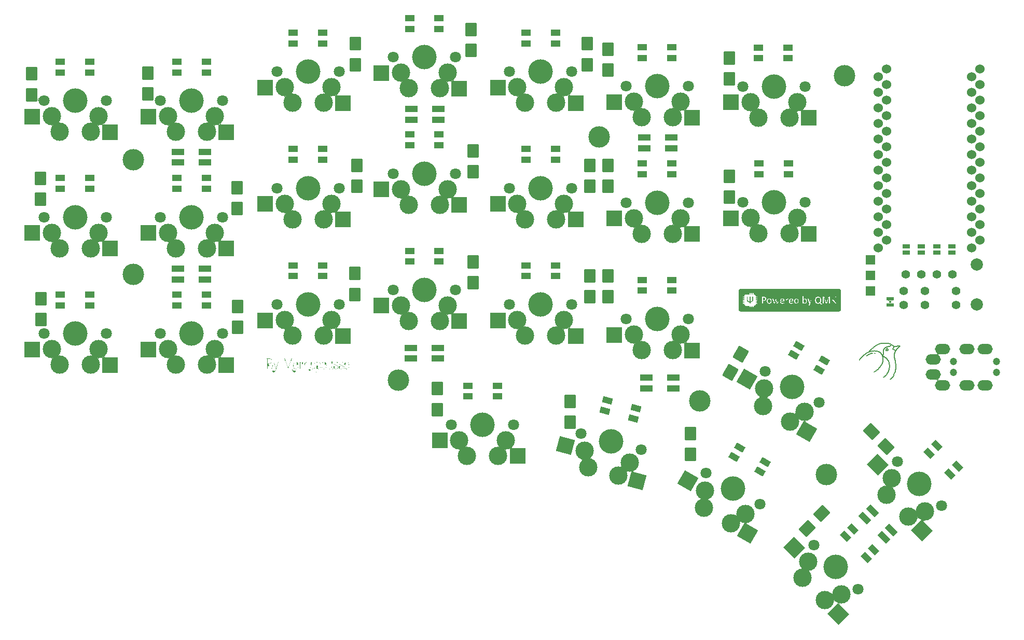
<source format=gts>
G04 #@! TF.GenerationSoftware,KiCad,Pcbnew,(6.0.9)*
G04 #@! TF.CreationDate,2022-12-04T20:33:53+01:00*
G04 #@! TF.ProjectId,corne-cherry,636f726e-652d-4636-9865-7272792e6b69,2.1*
G04 #@! TF.SameCoordinates,Original*
G04 #@! TF.FileFunction,Soldermask,Top*
G04 #@! TF.FilePolarity,Negative*
%FSLAX46Y46*%
G04 Gerber Fmt 4.6, Leading zero omitted, Abs format (unit mm)*
G04 Created by KiCad (PCBNEW (6.0.9)) date 2022-12-04 20:33:53*
%MOMM*%
%LPD*%
G01*
G04 APERTURE LIST*
G04 Aperture macros list*
%AMRoundRect*
0 Rectangle with rounded corners*
0 $1 Rounding radius*
0 $2 $3 $4 $5 $6 $7 $8 $9 X,Y pos of 4 corners*
0 Add a 4 corners polygon primitive as box body*
4,1,4,$2,$3,$4,$5,$6,$7,$8,$9,$2,$3,0*
0 Add four circle primitives for the rounded corners*
1,1,$1+$1,$2,$3*
1,1,$1+$1,$4,$5*
1,1,$1+$1,$6,$7*
1,1,$1+$1,$8,$9*
0 Add four rect primitives between the rounded corners*
20,1,$1+$1,$2,$3,$4,$5,0*
20,1,$1+$1,$4,$5,$6,$7,0*
20,1,$1+$1,$6,$7,$8,$9,0*
20,1,$1+$1,$8,$9,$2,$3,0*%
%AMRotRect*
0 Rectangle, with rotation*
0 The origin of the aperture is its center*
0 $1 length*
0 $2 width*
0 $3 Rotation angle, in degrees counterclockwise*
0 Add horizontal line*
21,1,$1,$2,0,0,$3*%
G04 Aperture macros list end*
%ADD10C,0.193145*%
%ADD11RoundRect,0.200000X-0.750000X0.900000X-0.750000X-0.900000X0.750000X-0.900000X0.750000X0.900000X0*%
%ADD12R,1.000000X1.000000*%
%ADD13R,1.600000X1.000000*%
%ADD14RotRect,1.600000X1.000000X345.000000*%
%ADD15RotRect,1.600000X1.000000X150.000000*%
%ADD16C,3.000000*%
%ADD17C,1.800000*%
%ADD18C,4.000000*%
%ADD19R,2.550000X2.500000*%
%ADD20RotRect,2.550000X2.500000X345.000000*%
%ADD21R,1.143000X0.635000*%
%ADD22C,1.524000*%
%ADD23C,3.500000*%
%ADD24R,1.524000X1.524000*%
%ADD25R,0.400000X0.400000*%
%ADD26R,1.143000X0.600000*%
%ADD27C,1.397000*%
%ADD28C,1.200000*%
%ADD29O,2.500000X1.700000*%
%ADD30C,2.000000*%
%ADD31R,2.000000X1.000000*%
%ADD32RotRect,2.550000X2.500000X330.000000*%
%ADD33RotRect,1.000000X1.000000X45.000000*%
%ADD34RoundRect,0.200000X0.106066X1.166726X-1.166726X-0.106066X-0.106066X-1.166726X1.166726X0.106066X0*%
%ADD35RotRect,1.600000X1.000000X315.000000*%
%ADD36RotRect,2.550000X2.500000X315.000000*%
%ADD37RotRect,1.000000X1.000000X60.000000*%
%ADD38RoundRect,0.200000X-0.199519X1.154423X-1.099519X-0.404423X0.199519X-1.154423X1.099519X0.404423X0*%
%ADD39RoundRect,0.200000X-1.166726X0.106066X0.106066X-1.166726X1.166726X-0.106066X-0.106066X1.166726X0*%
%ADD40RotRect,1.000000X1.000000X135.000000*%
%ADD41RotRect,1.600000X1.000000X330.000000*%
%ADD42RotRect,2.000000X1.000000X315.000000*%
G04 APERTURE END LIST*
G36*
X101324387Y-120885556D02*
G01*
X101329773Y-120884013D01*
X101334733Y-120882352D01*
X101339282Y-120880576D01*
X101343439Y-120878690D01*
X101347220Y-120876699D01*
X101350643Y-120874608D01*
X101353725Y-120872422D01*
X101356483Y-120870145D01*
X101358934Y-120867782D01*
X101361096Y-120865339D01*
X101362986Y-120862819D01*
X101364621Y-120860228D01*
X101366019Y-120857570D01*
X101367196Y-120854851D01*
X101368170Y-120852075D01*
X101368958Y-120849246D01*
X101369578Y-120846370D01*
X101370047Y-120843452D01*
X101370598Y-120837506D01*
X101370751Y-120831448D01*
X101370751Y-119279931D01*
X101370552Y-119273469D01*
X101369873Y-119267198D01*
X101368596Y-119261151D01*
X101366601Y-119255358D01*
X101363769Y-119249850D01*
X101359980Y-119244659D01*
X101357690Y-119242191D01*
X101355115Y-119239815D01*
X101352242Y-119237533D01*
X101349056Y-119235349D01*
X101345540Y-119233267D01*
X101341681Y-119231292D01*
X101332873Y-119227676D01*
X101322511Y-119224531D01*
X101310476Y-119221888D01*
X101296649Y-119219779D01*
X101280911Y-119218234D01*
X101263142Y-119217284D01*
X101243222Y-119216960D01*
X101209091Y-119216960D01*
X101209091Y-119200027D01*
X101676610Y-119200027D01*
X101704066Y-119200505D01*
X101730627Y-119201924D01*
X101756293Y-119204265D01*
X101781067Y-119207505D01*
X101804949Y-119211623D01*
X101827942Y-119216599D01*
X101850046Y-119222412D01*
X101871264Y-119229040D01*
X101891598Y-119236463D01*
X101911048Y-119244659D01*
X101929616Y-119253608D01*
X101947305Y-119263288D01*
X101964115Y-119273679D01*
X101980048Y-119284759D01*
X101995106Y-119296507D01*
X102009290Y-119308903D01*
X102022602Y-119321925D01*
X102035044Y-119335552D01*
X102046617Y-119349764D01*
X102057323Y-119364539D01*
X102067163Y-119379856D01*
X102076139Y-119395694D01*
X102084253Y-119412033D01*
X102091505Y-119428850D01*
X102097899Y-119446126D01*
X102103435Y-119463839D01*
X102108114Y-119481967D01*
X102111940Y-119500491D01*
X102114912Y-119519389D01*
X102117033Y-119538640D01*
X102118305Y-119558223D01*
X102118728Y-119578117D01*
X102117793Y-119612117D01*
X102114974Y-119645271D01*
X102112854Y-119661489D01*
X102110257Y-119677445D01*
X102107182Y-119693123D01*
X102103627Y-119708507D01*
X102099588Y-119723578D01*
X102095065Y-119738321D01*
X102090056Y-119752720D01*
X102084558Y-119766756D01*
X102078570Y-119780415D01*
X102072090Y-119793678D01*
X102065114Y-119806530D01*
X102057643Y-119818954D01*
X102049673Y-119830932D01*
X102041202Y-119842449D01*
X102032230Y-119853488D01*
X102022752Y-119864032D01*
X102012769Y-119874064D01*
X102002277Y-119883568D01*
X101991275Y-119892527D01*
X101979760Y-119900925D01*
X101967731Y-119908744D01*
X101955186Y-119915968D01*
X101942123Y-119922581D01*
X101928539Y-119928565D01*
X101914433Y-119933905D01*
X101899803Y-119938583D01*
X101884646Y-119942583D01*
X101868962Y-119945887D01*
X101865522Y-119945887D01*
X101865522Y-119950385D01*
X101868962Y-119950385D01*
X101899028Y-119955357D01*
X101927538Y-119961411D01*
X101954532Y-119968500D01*
X101980049Y-119976578D01*
X102004128Y-119985598D01*
X102026809Y-119995514D01*
X102048132Y-120006279D01*
X102068135Y-120017846D01*
X102086859Y-120030169D01*
X102104342Y-120043201D01*
X102120625Y-120056895D01*
X102135746Y-120071206D01*
X102149744Y-120086086D01*
X102162661Y-120101488D01*
X102174534Y-120117367D01*
X102185403Y-120133675D01*
X102195309Y-120150367D01*
X102204289Y-120167394D01*
X102212384Y-120184711D01*
X102219633Y-120202272D01*
X102231751Y-120237935D01*
X102240958Y-120274012D01*
X102247570Y-120310129D01*
X102251902Y-120345914D01*
X102254270Y-120380993D01*
X102254989Y-120414994D01*
X102254440Y-120441950D01*
X102252808Y-120468385D01*
X102250117Y-120494274D01*
X102246388Y-120519598D01*
X102241644Y-120544333D01*
X102235909Y-120568458D01*
X102229204Y-120591952D01*
X102221552Y-120614791D01*
X102212977Y-120636955D01*
X102203500Y-120658422D01*
X102193144Y-120679170D01*
X102181933Y-120699176D01*
X102169888Y-120718420D01*
X102157033Y-120736879D01*
X102143390Y-120754531D01*
X102128981Y-120771354D01*
X102113830Y-120787328D01*
X102097959Y-120802429D01*
X102081391Y-120816636D01*
X102064148Y-120829927D01*
X102046253Y-120842280D01*
X102027729Y-120853674D01*
X102008599Y-120864087D01*
X101988884Y-120873496D01*
X101968609Y-120881880D01*
X101947794Y-120889217D01*
X101926464Y-120895485D01*
X101904641Y-120900663D01*
X101882348Y-120904728D01*
X101859606Y-120907658D01*
X101836439Y-120909433D01*
X101812870Y-120910029D01*
X101209091Y-120910029D01*
X101209091Y-120893360D01*
X101243222Y-120893360D01*
X101253831Y-120893275D01*
X101263839Y-120893023D01*
X101273265Y-120892607D01*
X101282126Y-120892035D01*
X101290439Y-120891309D01*
X101298221Y-120890435D01*
X101305490Y-120889418D01*
X101312262Y-120888263D01*
X101315793Y-120887540D01*
X101391918Y-120887540D01*
X101812870Y-120887540D01*
X101835773Y-120886963D01*
X101858235Y-120885250D01*
X101880235Y-120882421D01*
X101901757Y-120878499D01*
X101922780Y-120873507D01*
X101943287Y-120867465D01*
X101963258Y-120860397D01*
X101982675Y-120852325D01*
X102001519Y-120843271D01*
X102019772Y-120833257D01*
X102037414Y-120822305D01*
X102054428Y-120810437D01*
X102070793Y-120797676D01*
X102086493Y-120784044D01*
X102101507Y-120769563D01*
X102115818Y-120754256D01*
X102129406Y-120738143D01*
X102142254Y-120721248D01*
X102154341Y-120703593D01*
X102165650Y-120685200D01*
X102176161Y-120666092D01*
X102185857Y-120646289D01*
X102194718Y-120625815D01*
X102202725Y-120604692D01*
X102209861Y-120582941D01*
X102216106Y-120560586D01*
X102221441Y-120537648D01*
X102225849Y-120514149D01*
X102229309Y-120490112D01*
X102231804Y-120465559D01*
X102233315Y-120440512D01*
X102233822Y-120414994D01*
X102233227Y-120382568D01*
X102231218Y-120349213D01*
X102227460Y-120315265D01*
X102221618Y-120281061D01*
X102213358Y-120246935D01*
X102208217Y-120230007D01*
X102202345Y-120213225D01*
X102195701Y-120196630D01*
X102188244Y-120180265D01*
X102179930Y-120164172D01*
X102170719Y-120148393D01*
X102160569Y-120132969D01*
X102149437Y-120117944D01*
X102137282Y-120103358D01*
X102124061Y-120089254D01*
X102109734Y-120075674D01*
X102094259Y-120062659D01*
X102077592Y-120050253D01*
X102059693Y-120038496D01*
X102040520Y-120027431D01*
X102020031Y-120017100D01*
X101998183Y-120007544D01*
X101974936Y-119998807D01*
X101950246Y-119990929D01*
X101924074Y-119983953D01*
X101896375Y-119977921D01*
X101867110Y-119972875D01*
X101838022Y-119968422D01*
X101810423Y-119964044D01*
X101797801Y-119962186D01*
X101786296Y-119960708D01*
X101776155Y-119959733D01*
X101771674Y-119959472D01*
X101767626Y-119959381D01*
X101757785Y-119959591D01*
X101748157Y-119960215D01*
X101738750Y-119961248D01*
X101729570Y-119962682D01*
X101720624Y-119964511D01*
X101711918Y-119966727D01*
X101703458Y-119969325D01*
X101695250Y-119972296D01*
X101687303Y-119975635D01*
X101679620Y-119979335D01*
X101672211Y-119983388D01*
X101665079Y-119987789D01*
X101658233Y-119992530D01*
X101651678Y-119997604D01*
X101645421Y-120003005D01*
X101639469Y-120008726D01*
X101633827Y-120014760D01*
X101628503Y-120021101D01*
X101623502Y-120027741D01*
X101618832Y-120034674D01*
X101614498Y-120041893D01*
X101610507Y-120049391D01*
X101606866Y-120057162D01*
X101603581Y-120065198D01*
X101600658Y-120073493D01*
X101598103Y-120082041D01*
X101595925Y-120090833D01*
X101594127Y-120099865D01*
X101592718Y-120109128D01*
X101591704Y-120118616D01*
X101591091Y-120128322D01*
X101590885Y-120138239D01*
X101591087Y-120146638D01*
X101591678Y-120154728D01*
X101592631Y-120162527D01*
X101593920Y-120170051D01*
X101595520Y-120177317D01*
X101597404Y-120184339D01*
X101599547Y-120191135D01*
X101601923Y-120197721D01*
X101604506Y-120204113D01*
X101607269Y-120210328D01*
X101613237Y-120222290D01*
X101619618Y-120233737D01*
X101626207Y-120244800D01*
X101639176Y-120266294D01*
X101645144Y-120276984D01*
X101650490Y-120287812D01*
X101652866Y-120293317D01*
X101655009Y-120298906D01*
X101656893Y-120304593D01*
X101658493Y-120310396D01*
X101659782Y-120316331D01*
X101660735Y-120322414D01*
X101661326Y-120328662D01*
X101661528Y-120335089D01*
X101661414Y-120342208D01*
X101661075Y-120349175D01*
X101660513Y-120355985D01*
X101659733Y-120362633D01*
X101658738Y-120369114D01*
X101657533Y-120375424D01*
X101656120Y-120381558D01*
X101654505Y-120387510D01*
X101652689Y-120393276D01*
X101650678Y-120398852D01*
X101648475Y-120404231D01*
X101646083Y-120409411D01*
X101643506Y-120414384D01*
X101640749Y-120419148D01*
X101637814Y-120423696D01*
X101634706Y-120428024D01*
X101631428Y-120432128D01*
X101627985Y-120436002D01*
X101624378Y-120439641D01*
X101620614Y-120443042D01*
X101616694Y-120446198D01*
X101612623Y-120449104D01*
X101608405Y-120451758D01*
X101604044Y-120454152D01*
X101599542Y-120456283D01*
X101594904Y-120458145D01*
X101590134Y-120459735D01*
X101585235Y-120461046D01*
X101580211Y-120462074D01*
X101575066Y-120462814D01*
X101569803Y-120463262D01*
X101564426Y-120463412D01*
X101557163Y-120463156D01*
X101550058Y-120462394D01*
X101543118Y-120461132D01*
X101536348Y-120459379D01*
X101529750Y-120457143D01*
X101523331Y-120454432D01*
X101517095Y-120451254D01*
X101511047Y-120447616D01*
X101505190Y-120443527D01*
X101499531Y-120438994D01*
X101494073Y-120434025D01*
X101488822Y-120428628D01*
X101478956Y-120416584D01*
X101469970Y-120402922D01*
X101461902Y-120387707D01*
X101454790Y-120371002D01*
X101448669Y-120352870D01*
X101443578Y-120333374D01*
X101439553Y-120312577D01*
X101436633Y-120290543D01*
X101434853Y-120267334D01*
X101434251Y-120243014D01*
X101434643Y-120225981D01*
X101435810Y-120209317D01*
X101437741Y-120193033D01*
X101440422Y-120177141D01*
X101443842Y-120161653D01*
X101447990Y-120146578D01*
X101452851Y-120131930D01*
X101458415Y-120117718D01*
X101464670Y-120103954D01*
X101471602Y-120090649D01*
X101479201Y-120077815D01*
X101487453Y-120065462D01*
X101496347Y-120053603D01*
X101505870Y-120042248D01*
X101516011Y-120031408D01*
X101526756Y-120021095D01*
X101538095Y-120011320D01*
X101550015Y-120002094D01*
X101562503Y-119993429D01*
X101575548Y-119985335D01*
X101589137Y-119977824D01*
X101603258Y-119970908D01*
X101617899Y-119964596D01*
X101633049Y-119958902D01*
X101648693Y-119953835D01*
X101664822Y-119949407D01*
X101681422Y-119945630D01*
X101698481Y-119942514D01*
X101715987Y-119940071D01*
X101733928Y-119938312D01*
X101752292Y-119937249D01*
X101771066Y-119936892D01*
X101778828Y-119936550D01*
X101788417Y-119935602D01*
X101799525Y-119934157D01*
X101811845Y-119932327D01*
X101867110Y-119923398D01*
X101881925Y-119920248D01*
X101896211Y-119916465D01*
X101909971Y-119912062D01*
X101923210Y-119907053D01*
X101935930Y-119901453D01*
X101948137Y-119895275D01*
X101959834Y-119888533D01*
X101971025Y-119881242D01*
X101981713Y-119873416D01*
X101991903Y-119865069D01*
X102001599Y-119856215D01*
X102010803Y-119846868D01*
X102019521Y-119837042D01*
X102027756Y-119826751D01*
X102035512Y-119816009D01*
X102042793Y-119804831D01*
X102055945Y-119781222D01*
X102067242Y-119756036D01*
X102076717Y-119729385D01*
X102084399Y-119701383D01*
X102090320Y-119672143D01*
X102094511Y-119641776D01*
X102097003Y-119610397D01*
X102097826Y-119578117D01*
X102096331Y-119541640D01*
X102091806Y-119506243D01*
X102084189Y-119472104D01*
X102079204Y-119455560D01*
X102073423Y-119439396D01*
X102066839Y-119423634D01*
X102059445Y-119408297D01*
X102051234Y-119393404D01*
X102042197Y-119378980D01*
X102032328Y-119365045D01*
X102021618Y-119351622D01*
X102010061Y-119338733D01*
X101997649Y-119326399D01*
X101984373Y-119314642D01*
X101970228Y-119303485D01*
X101955205Y-119292949D01*
X101939296Y-119283057D01*
X101922495Y-119273830D01*
X101904793Y-119265290D01*
X101886184Y-119257459D01*
X101866659Y-119250360D01*
X101846212Y-119244013D01*
X101824834Y-119238442D01*
X101802518Y-119233667D01*
X101779257Y-119229711D01*
X101755043Y-119226597D01*
X101729869Y-119224345D01*
X101703727Y-119222977D01*
X101676610Y-119222517D01*
X101392712Y-119222517D01*
X101391918Y-120887540D01*
X101315793Y-120887540D01*
X101318555Y-120886974D01*
X101324387Y-120885556D01*
G37*
G36*
X112546411Y-119734696D02*
G01*
X112561221Y-119735390D01*
X112576573Y-119736662D01*
X112592410Y-119738603D01*
X112608676Y-119741306D01*
X112625311Y-119744866D01*
X112642260Y-119749374D01*
X112659465Y-119754924D01*
X112676869Y-119761609D01*
X112694413Y-119769522D01*
X112712041Y-119778755D01*
X112729695Y-119789403D01*
X112747319Y-119801557D01*
X112764854Y-119815311D01*
X112782243Y-119830758D01*
X112799430Y-119847991D01*
X112802516Y-119851337D01*
X112805430Y-119854612D01*
X112808180Y-119857798D01*
X112810774Y-119860873D01*
X112819737Y-119871671D01*
X112821663Y-119873894D01*
X112823480Y-119875886D01*
X112825194Y-119877627D01*
X112826016Y-119878397D01*
X112826814Y-119879096D01*
X112827591Y-119879723D01*
X112828347Y-119880274D01*
X112829084Y-119880748D01*
X112829801Y-119881141D01*
X112830501Y-119881451D01*
X112831184Y-119881675D01*
X112831851Y-119881812D01*
X112832503Y-119881858D01*
X112834172Y-119881659D01*
X112834956Y-119881411D01*
X112835708Y-119881062D01*
X112837114Y-119880065D01*
X112838394Y-119878666D01*
X112839552Y-119876865D01*
X112840591Y-119874658D01*
X112841514Y-119872046D01*
X112842326Y-119869026D01*
X112843029Y-119865596D01*
X112843626Y-119861756D01*
X112844123Y-119857503D01*
X112844521Y-119852836D01*
X112844825Y-119847754D01*
X112845037Y-119842255D01*
X112845203Y-119830000D01*
X112842822Y-119740041D01*
X112856315Y-119740041D01*
X112865576Y-120077650D01*
X112865568Y-120078067D01*
X112865545Y-120078477D01*
X112865507Y-120078878D01*
X112865454Y-120079271D01*
X112865386Y-120079654D01*
X112865303Y-120080028D01*
X112865207Y-120080392D01*
X112865096Y-120080746D01*
X112864971Y-120081090D01*
X112864833Y-120081422D01*
X112864681Y-120081744D01*
X112864515Y-120082054D01*
X112864336Y-120082352D01*
X112864145Y-120082638D01*
X112863940Y-120082912D01*
X112863723Y-120083173D01*
X112863494Y-120083420D01*
X112863252Y-120083654D01*
X112862998Y-120083875D01*
X112862733Y-120084081D01*
X112862456Y-120084272D01*
X112862167Y-120084449D01*
X112861868Y-120084610D01*
X112861557Y-120084756D01*
X112861235Y-120084886D01*
X112860903Y-120085000D01*
X112860560Y-120085097D01*
X112860207Y-120085177D01*
X112859844Y-120085240D01*
X112859471Y-120085286D01*
X112859088Y-120085313D01*
X112858696Y-120085323D01*
X112858304Y-120085313D01*
X112857924Y-120085286D01*
X112857554Y-120085240D01*
X112857196Y-120085177D01*
X112856849Y-120085097D01*
X112856513Y-120085000D01*
X112856189Y-120084886D01*
X112855876Y-120084756D01*
X112855575Y-120084610D01*
X112855286Y-120084449D01*
X112855008Y-120084272D01*
X112854743Y-120084081D01*
X112854489Y-120083875D01*
X112854247Y-120083654D01*
X112854018Y-120083420D01*
X112853801Y-120083173D01*
X112853596Y-120082912D01*
X112853404Y-120082638D01*
X112853225Y-120082352D01*
X112853058Y-120082054D01*
X112852904Y-120081744D01*
X112852763Y-120081422D01*
X112852634Y-120081090D01*
X112852519Y-120080746D01*
X112852417Y-120080392D01*
X112852329Y-120080028D01*
X112852192Y-120079271D01*
X112852109Y-120078477D01*
X112852081Y-120077650D01*
X112851288Y-120068654D01*
X112847824Y-120037091D01*
X112845829Y-120021790D01*
X112843619Y-120006849D01*
X112841162Y-119992295D01*
X112838428Y-119978157D01*
X112835386Y-119964464D01*
X112832006Y-119951245D01*
X112828257Y-119938528D01*
X112824109Y-119926342D01*
X112819530Y-119914716D01*
X112814490Y-119903678D01*
X112808959Y-119893257D01*
X112802906Y-119883482D01*
X112796300Y-119874381D01*
X112789111Y-119865983D01*
X112781107Y-119857546D01*
X112773023Y-119849542D01*
X112764868Y-119841959D01*
X112756650Y-119834787D01*
X112740053Y-119821634D01*
X112723296Y-119809995D01*
X112706439Y-119799783D01*
X112689545Y-119790913D01*
X112672675Y-119783298D01*
X112655893Y-119776851D01*
X112639259Y-119771487D01*
X112622836Y-119767118D01*
X112606686Y-119763659D01*
X112590871Y-119761022D01*
X112575453Y-119759122D01*
X112560494Y-119757871D01*
X112546055Y-119757184D01*
X112532200Y-119756975D01*
X112517101Y-119757282D01*
X112502275Y-119758196D01*
X112487735Y-119759705D01*
X112473495Y-119761797D01*
X112459568Y-119764459D01*
X112445968Y-119767682D01*
X112432707Y-119771451D01*
X112419801Y-119775756D01*
X112407262Y-119780584D01*
X112395105Y-119785925D01*
X112383341Y-119791765D01*
X112371986Y-119798093D01*
X112361053Y-119804897D01*
X112350554Y-119812166D01*
X112340505Y-119819887D01*
X112330918Y-119828048D01*
X112321807Y-119836638D01*
X112313185Y-119845645D01*
X112305067Y-119855057D01*
X112297465Y-119864862D01*
X112290393Y-119875048D01*
X112283865Y-119885604D01*
X112277895Y-119896516D01*
X112272495Y-119907775D01*
X112267680Y-119919367D01*
X112263462Y-119931281D01*
X112259857Y-119943505D01*
X112256876Y-119956027D01*
X112254534Y-119968835D01*
X112252845Y-119981917D01*
X112251821Y-119995262D01*
X112251477Y-120008858D01*
X112251934Y-120021281D01*
X112253288Y-120033213D01*
X112255509Y-120044672D01*
X112258571Y-120055677D01*
X112262445Y-120066247D01*
X112267104Y-120076400D01*
X112272519Y-120086154D01*
X112278663Y-120095530D01*
X112285508Y-120104544D01*
X112293025Y-120113216D01*
X112301187Y-120121565D01*
X112309967Y-120129609D01*
X112329265Y-120144856D01*
X112350696Y-120159108D01*
X112374037Y-120172514D01*
X112399065Y-120185222D01*
X112425557Y-120197382D01*
X112453288Y-120209143D01*
X112511580Y-120232067D01*
X112572153Y-120255185D01*
X112637557Y-120281550D01*
X112669790Y-120295806D01*
X112701344Y-120311025D01*
X112731946Y-120327388D01*
X112761322Y-120345082D01*
X112789200Y-120364289D01*
X112802491Y-120374518D01*
X112815304Y-120385195D01*
X112827606Y-120396342D01*
X112839362Y-120407982D01*
X112850539Y-120420139D01*
X112861101Y-120432836D01*
X112871014Y-120446095D01*
X112880245Y-120459940D01*
X112888760Y-120474393D01*
X112896523Y-120489478D01*
X112903501Y-120505217D01*
X112909659Y-120521634D01*
X112914964Y-120538752D01*
X112919381Y-120556594D01*
X112922876Y-120575182D01*
X112925415Y-120594539D01*
X112926963Y-120614690D01*
X112927487Y-120635656D01*
X112927037Y-120650705D01*
X112925699Y-120665484D01*
X112923490Y-120679978D01*
X112920428Y-120694174D01*
X112916528Y-120708059D01*
X112911810Y-120721618D01*
X112906289Y-120734839D01*
X112899983Y-120747707D01*
X112892909Y-120760209D01*
X112885085Y-120772332D01*
X112876528Y-120784062D01*
X112867254Y-120795386D01*
X112857281Y-120806289D01*
X112846626Y-120816759D01*
X112835307Y-120826781D01*
X112823341Y-120836342D01*
X112810744Y-120845429D01*
X112797534Y-120854029D01*
X112769345Y-120869709D01*
X112738910Y-120883274D01*
X112706366Y-120894617D01*
X112671853Y-120903628D01*
X112635506Y-120910198D01*
X112597464Y-120914220D01*
X112557865Y-120915585D01*
X112536562Y-120915241D01*
X112515722Y-120914217D01*
X112495360Y-120912523D01*
X112475489Y-120910170D01*
X112456123Y-120907169D01*
X112437277Y-120903532D01*
X112418964Y-120899268D01*
X112401199Y-120894389D01*
X112383994Y-120888907D01*
X112367365Y-120882830D01*
X112351325Y-120876172D01*
X112335888Y-120868941D01*
X112321068Y-120861151D01*
X112306879Y-120852810D01*
X112293335Y-120843931D01*
X112280449Y-120834523D01*
X112268237Y-120824599D01*
X112256711Y-120814169D01*
X112245886Y-120803243D01*
X112235776Y-120791833D01*
X112226395Y-120779949D01*
X112217756Y-120767604D01*
X112209873Y-120754806D01*
X112202761Y-120741568D01*
X112196434Y-120727900D01*
X112190904Y-120713813D01*
X112186188Y-120699318D01*
X112182297Y-120684425D01*
X112179247Y-120669147D01*
X112177051Y-120653493D01*
X112175723Y-120637475D01*
X112175278Y-120621104D01*
X112175428Y-120610037D01*
X112175876Y-120599214D01*
X112176617Y-120588642D01*
X112177647Y-120578329D01*
X112178961Y-120568281D01*
X112180555Y-120558505D01*
X112182424Y-120549008D01*
X112184563Y-120539798D01*
X112186968Y-120530881D01*
X112189634Y-120522265D01*
X112192557Y-120513956D01*
X112195732Y-120505962D01*
X112199155Y-120498289D01*
X112202821Y-120490945D01*
X112206725Y-120483936D01*
X112210864Y-120477270D01*
X112215232Y-120470953D01*
X112219825Y-120464993D01*
X112224638Y-120459397D01*
X112229667Y-120454171D01*
X112234907Y-120449323D01*
X112240354Y-120444860D01*
X112246003Y-120440788D01*
X112251850Y-120437115D01*
X112257889Y-120433848D01*
X112264117Y-120430994D01*
X112270529Y-120428559D01*
X112277120Y-120426552D01*
X112283887Y-120424978D01*
X112290823Y-120423846D01*
X112297925Y-120423161D01*
X112305188Y-120422931D01*
X112310074Y-120423056D01*
X112314857Y-120423428D01*
X112319534Y-120424042D01*
X112324102Y-120424896D01*
X112328557Y-120425984D01*
X112332895Y-120427302D01*
X112337114Y-120428846D01*
X112341209Y-120430612D01*
X112345177Y-120432596D01*
X112349015Y-120434794D01*
X112352720Y-120437201D01*
X112356287Y-120439814D01*
X112359715Y-120442627D01*
X112362998Y-120445638D01*
X112366133Y-120448841D01*
X112369118Y-120452234D01*
X112371949Y-120455810D01*
X112374622Y-120459567D01*
X112377134Y-120463500D01*
X112379481Y-120467605D01*
X112381660Y-120471878D01*
X112383668Y-120476315D01*
X112385501Y-120480911D01*
X112387155Y-120485662D01*
X112388628Y-120490565D01*
X112389916Y-120495614D01*
X112391015Y-120500806D01*
X112391922Y-120506137D01*
X112392633Y-120511603D01*
X112393145Y-120517198D01*
X112393559Y-120528764D01*
X112393382Y-120535160D01*
X112392864Y-120541315D01*
X112392029Y-120547248D01*
X112390899Y-120552980D01*
X112389497Y-120558531D01*
X112387846Y-120563923D01*
X112385967Y-120569174D01*
X112383885Y-120574306D01*
X112379199Y-120584292D01*
X112373969Y-120594044D01*
X112362603Y-120613497D01*
X112356828Y-120623524D01*
X112351236Y-120633967D01*
X112346006Y-120644991D01*
X112341320Y-120656756D01*
X112339238Y-120662969D01*
X112337359Y-120669428D01*
X112335708Y-120676154D01*
X112334306Y-120683167D01*
X112333176Y-120690488D01*
X112332341Y-120698138D01*
X112331823Y-120706135D01*
X112331646Y-120714502D01*
X112331908Y-120724419D01*
X112332689Y-120734126D01*
X112333982Y-120743614D01*
X112335777Y-120752877D01*
X112338068Y-120761908D01*
X112340846Y-120770701D01*
X112344103Y-120779248D01*
X112347831Y-120787543D01*
X112352022Y-120795580D01*
X112356669Y-120803350D01*
X112361762Y-120810849D01*
X112367295Y-120818068D01*
X112373259Y-120825001D01*
X112379646Y-120831641D01*
X112386448Y-120837981D01*
X112393658Y-120844015D01*
X112401267Y-120849736D01*
X112409266Y-120855137D01*
X112417650Y-120860212D01*
X112426408Y-120864953D01*
X112435533Y-120869353D01*
X112445018Y-120873407D01*
X112454854Y-120877106D01*
X112465034Y-120880445D01*
X112486390Y-120886014D01*
X112509023Y-120890059D01*
X112532869Y-120892526D01*
X112557865Y-120893360D01*
X112576743Y-120893045D01*
X112595268Y-120892108D01*
X112613422Y-120890562D01*
X112631190Y-120888418D01*
X112648555Y-120885690D01*
X112665503Y-120882388D01*
X112682015Y-120878526D01*
X112698078Y-120874116D01*
X112713673Y-120869170D01*
X112728786Y-120863699D01*
X112743400Y-120857718D01*
X112757499Y-120851237D01*
X112771068Y-120844269D01*
X112784089Y-120836827D01*
X112796547Y-120828922D01*
X112808425Y-120820567D01*
X112819709Y-120811773D01*
X112830381Y-120802555D01*
X112840425Y-120792922D01*
X112849826Y-120782889D01*
X112858568Y-120772466D01*
X112866633Y-120761667D01*
X112874007Y-120750504D01*
X112880673Y-120738988D01*
X112886615Y-120727133D01*
X112891817Y-120714949D01*
X112896262Y-120702451D01*
X112899936Y-120689649D01*
X112902821Y-120676556D01*
X112904902Y-120663185D01*
X112906162Y-120649548D01*
X112906586Y-120635656D01*
X112906079Y-120616373D01*
X112904582Y-120597848D01*
X112902127Y-120580060D01*
X112898747Y-120562986D01*
X112894473Y-120546603D01*
X112889338Y-120530889D01*
X112883376Y-120515820D01*
X112876617Y-120501376D01*
X112869096Y-120487532D01*
X112860844Y-120474268D01*
X112851893Y-120461559D01*
X112842278Y-120449384D01*
X112832029Y-120437720D01*
X112821179Y-120426544D01*
X112797808Y-120405568D01*
X112772425Y-120386275D01*
X112745290Y-120368486D01*
X112716663Y-120352020D01*
X112686803Y-120336698D01*
X112655972Y-120322337D01*
X112624428Y-120308760D01*
X112560245Y-120283231D01*
X112498363Y-120259461D01*
X112468096Y-120247511D01*
X112438595Y-120235300D01*
X112410095Y-120222664D01*
X112382833Y-120209440D01*
X112357045Y-120195464D01*
X112344778Y-120188143D01*
X112332968Y-120180573D01*
X112321645Y-120172733D01*
X112310839Y-120164602D01*
X112300578Y-120156161D01*
X112290892Y-120147389D01*
X112281812Y-120138266D01*
X112273366Y-120128770D01*
X112265585Y-120118882D01*
X112258497Y-120108581D01*
X112252132Y-120097847D01*
X112246520Y-120086659D01*
X112241690Y-120074997D01*
X112237672Y-120062840D01*
X112234496Y-120050169D01*
X112232190Y-120036961D01*
X112230785Y-120023198D01*
X112230310Y-120008858D01*
X112230679Y-119994011D01*
X112231776Y-119979441D01*
X112233587Y-119965162D01*
X112236098Y-119951186D01*
X112239294Y-119937526D01*
X112243161Y-119924195D01*
X112247684Y-119911205D01*
X112252849Y-119898568D01*
X112258643Y-119886299D01*
X112265050Y-119874408D01*
X112272056Y-119862910D01*
X112279647Y-119851817D01*
X112287808Y-119841141D01*
X112296526Y-119830895D01*
X112305785Y-119821091D01*
X112315572Y-119811744D01*
X112325872Y-119802864D01*
X112336671Y-119794465D01*
X112347954Y-119786560D01*
X112359707Y-119779162D01*
X112371917Y-119772282D01*
X112384567Y-119765934D01*
X112397645Y-119760130D01*
X112411136Y-119754883D01*
X112425025Y-119750206D01*
X112439298Y-119746111D01*
X112453940Y-119742612D01*
X112468939Y-119739720D01*
X112484278Y-119737449D01*
X112499944Y-119735811D01*
X112515922Y-119734819D01*
X112532199Y-119734485D01*
X112532202Y-119734485D01*
X112546411Y-119734696D01*
G37*
G36*
X113405246Y-119734696D02*
G01*
X113420055Y-119735390D01*
X113435408Y-119736662D01*
X113451245Y-119738603D01*
X113467510Y-119741306D01*
X113484146Y-119744866D01*
X113501095Y-119749374D01*
X113518300Y-119754924D01*
X113535704Y-119761609D01*
X113553248Y-119769522D01*
X113570876Y-119778755D01*
X113588531Y-119789403D01*
X113606154Y-119801557D01*
X113623689Y-119815311D01*
X113641079Y-119830758D01*
X113658265Y-119847991D01*
X113661351Y-119851337D01*
X113664266Y-119854612D01*
X113667016Y-119857798D01*
X113669609Y-119860873D01*
X113678572Y-119871671D01*
X113680498Y-119873894D01*
X113682315Y-119875886D01*
X113684029Y-119877627D01*
X113684851Y-119878397D01*
X113685649Y-119879096D01*
X113686426Y-119879723D01*
X113687182Y-119880274D01*
X113687918Y-119880748D01*
X113688636Y-119881141D01*
X113689336Y-119881451D01*
X113690018Y-119881675D01*
X113690685Y-119881812D01*
X113691337Y-119881858D01*
X113693006Y-119881659D01*
X113693791Y-119881411D01*
X113694542Y-119881062D01*
X113695948Y-119880065D01*
X113697229Y-119878666D01*
X113698387Y-119876865D01*
X113699426Y-119874658D01*
X113700349Y-119872046D01*
X113701160Y-119869026D01*
X113701863Y-119865596D01*
X113702461Y-119861756D01*
X113702957Y-119857503D01*
X113703355Y-119852836D01*
X113703659Y-119847754D01*
X113703872Y-119842255D01*
X113704037Y-119830000D01*
X113701657Y-119740041D01*
X113715151Y-119740041D01*
X113724411Y-120077650D01*
X113724403Y-120078067D01*
X113724380Y-120078477D01*
X113724342Y-120078878D01*
X113724289Y-120079271D01*
X113724221Y-120079654D01*
X113724139Y-120080028D01*
X113724042Y-120080392D01*
X113723931Y-120080746D01*
X113723806Y-120081090D01*
X113723668Y-120081422D01*
X113723516Y-120081744D01*
X113723350Y-120082054D01*
X113723172Y-120082352D01*
X113722980Y-120082638D01*
X113722775Y-120082912D01*
X113722558Y-120083173D01*
X113722329Y-120083420D01*
X113722087Y-120083654D01*
X113721834Y-120083875D01*
X113721568Y-120084081D01*
X113721291Y-120084272D01*
X113721003Y-120084449D01*
X113720703Y-120084610D01*
X113720392Y-120084756D01*
X113720070Y-120084886D01*
X113719738Y-120085000D01*
X113719395Y-120085097D01*
X113719042Y-120085177D01*
X113718679Y-120085240D01*
X113718306Y-120085286D01*
X113717923Y-120085313D01*
X113717531Y-120085323D01*
X113717140Y-120085313D01*
X113716759Y-120085286D01*
X113716390Y-120085240D01*
X113716031Y-120085177D01*
X113715684Y-120085097D01*
X113715349Y-120085000D01*
X113715024Y-120084886D01*
X113714712Y-120084756D01*
X113714410Y-120084610D01*
X113714121Y-120084449D01*
X113713843Y-120084272D01*
X113713578Y-120084081D01*
X113713324Y-120083875D01*
X113713083Y-120083654D01*
X113712853Y-120083420D01*
X113712636Y-120083173D01*
X113712432Y-120082912D01*
X113712239Y-120082638D01*
X113712060Y-120082352D01*
X113711893Y-120082054D01*
X113711739Y-120081744D01*
X113711598Y-120081422D01*
X113711470Y-120081090D01*
X113711355Y-120080746D01*
X113711253Y-120080392D01*
X113711164Y-120080028D01*
X113711027Y-120079271D01*
X113710944Y-120078477D01*
X113710916Y-120077650D01*
X113710123Y-120068654D01*
X113706659Y-120037091D01*
X113704665Y-120021790D01*
X113702454Y-120006849D01*
X113699997Y-119992295D01*
X113697263Y-119978157D01*
X113694222Y-119964464D01*
X113690842Y-119951245D01*
X113687093Y-119938528D01*
X113682944Y-119926342D01*
X113678365Y-119914716D01*
X113673326Y-119903678D01*
X113667794Y-119893257D01*
X113661741Y-119883482D01*
X113655135Y-119874381D01*
X113647946Y-119865983D01*
X113639942Y-119857546D01*
X113631858Y-119849542D01*
X113623703Y-119841959D01*
X113615485Y-119834787D01*
X113598889Y-119821634D01*
X113582131Y-119809995D01*
X113565274Y-119799783D01*
X113548380Y-119790913D01*
X113531511Y-119783298D01*
X113514728Y-119776851D01*
X113498094Y-119771487D01*
X113481671Y-119767118D01*
X113465521Y-119763659D01*
X113449706Y-119761022D01*
X113434288Y-119759122D01*
X113419329Y-119757871D01*
X113404890Y-119757184D01*
X113391035Y-119756975D01*
X113375936Y-119757282D01*
X113361111Y-119758196D01*
X113346571Y-119759705D01*
X113332330Y-119761797D01*
X113318403Y-119764459D01*
X113304803Y-119767682D01*
X113291543Y-119771451D01*
X113278636Y-119775756D01*
X113266098Y-119780584D01*
X113253940Y-119785925D01*
X113242176Y-119791765D01*
X113230821Y-119798093D01*
X113219888Y-119804897D01*
X113209390Y-119812166D01*
X113199340Y-119819887D01*
X113189753Y-119828048D01*
X113180642Y-119836638D01*
X113172020Y-119845645D01*
X113163902Y-119855057D01*
X113156300Y-119864862D01*
X113149228Y-119875048D01*
X113142700Y-119885604D01*
X113136730Y-119896516D01*
X113131330Y-119907775D01*
X113126515Y-119919367D01*
X113122298Y-119931281D01*
X113118692Y-119943505D01*
X113115711Y-119956027D01*
X113113370Y-119968835D01*
X113111680Y-119981917D01*
X113110657Y-119995262D01*
X113110312Y-120008858D01*
X113110770Y-120021281D01*
X113112123Y-120033213D01*
X113114345Y-120044672D01*
X113117406Y-120055677D01*
X113121281Y-120066247D01*
X113125939Y-120076400D01*
X113131354Y-120086154D01*
X113137498Y-120095530D01*
X113144343Y-120104544D01*
X113151860Y-120113216D01*
X113160022Y-120121565D01*
X113168802Y-120129609D01*
X113188100Y-120144856D01*
X113209531Y-120159108D01*
X113232872Y-120172514D01*
X113257900Y-120185222D01*
X113284392Y-120197382D01*
X113312123Y-120209143D01*
X113370414Y-120232067D01*
X113430987Y-120255185D01*
X113496403Y-120281550D01*
X113528649Y-120295806D01*
X113560220Y-120311025D01*
X113590842Y-120327388D01*
X113620241Y-120345082D01*
X113648142Y-120364289D01*
X113661446Y-120374518D01*
X113674272Y-120385195D01*
X113686586Y-120396342D01*
X113698355Y-120407982D01*
X113709543Y-120420139D01*
X113720117Y-120432836D01*
X113730042Y-120446095D01*
X113739284Y-120459940D01*
X113747809Y-120474393D01*
X113755582Y-120489478D01*
X113762569Y-120505217D01*
X113768735Y-120521634D01*
X113774047Y-120538752D01*
X113778470Y-120556594D01*
X113781970Y-120575182D01*
X113784512Y-120594539D01*
X113786063Y-120614690D01*
X113786588Y-120635656D01*
X113786137Y-120650705D01*
X113784797Y-120665484D01*
X113782584Y-120679978D01*
X113779517Y-120694174D01*
X113775611Y-120708059D01*
X113770886Y-120721618D01*
X113765357Y-120734839D01*
X113759042Y-120747707D01*
X113751959Y-120760209D01*
X113744124Y-120772332D01*
X113735556Y-120784062D01*
X113726271Y-120795386D01*
X113716286Y-120806289D01*
X113705619Y-120816759D01*
X113694288Y-120826781D01*
X113682309Y-120836342D01*
X113669700Y-120845429D01*
X113656478Y-120854029D01*
X113628265Y-120869709D01*
X113597807Y-120883274D01*
X113565244Y-120894617D01*
X113530713Y-120903628D01*
X113494354Y-120910198D01*
X113456304Y-120914220D01*
X113416701Y-120915585D01*
X113395398Y-120915241D01*
X113374558Y-120914217D01*
X113354195Y-120912523D01*
X113334325Y-120910170D01*
X113314959Y-120907169D01*
X113296113Y-120903532D01*
X113277800Y-120899268D01*
X113260034Y-120894389D01*
X113242830Y-120888907D01*
X113226201Y-120882830D01*
X113210161Y-120876172D01*
X113194724Y-120868941D01*
X113179904Y-120861151D01*
X113165715Y-120852810D01*
X113152170Y-120843931D01*
X113139285Y-120834523D01*
X113127073Y-120824599D01*
X113115547Y-120814169D01*
X113104722Y-120803243D01*
X113094612Y-120791833D01*
X113085231Y-120779949D01*
X113076592Y-120767604D01*
X113068709Y-120754806D01*
X113061597Y-120741568D01*
X113055270Y-120727900D01*
X113049741Y-120713813D01*
X113045024Y-120699318D01*
X113041133Y-120684425D01*
X113038083Y-120669147D01*
X113035887Y-120653493D01*
X113034559Y-120637475D01*
X113034114Y-120621104D01*
X113034265Y-120610037D01*
X113034715Y-120599214D01*
X113035460Y-120588642D01*
X113036494Y-120578329D01*
X113037814Y-120568281D01*
X113039414Y-120558505D01*
X113041290Y-120549008D01*
X113043436Y-120539798D01*
X113045849Y-120530881D01*
X113048523Y-120522265D01*
X113051455Y-120513956D01*
X113054638Y-120505962D01*
X113058069Y-120498289D01*
X113061743Y-120490945D01*
X113065654Y-120483936D01*
X113069800Y-120477270D01*
X113074173Y-120470953D01*
X113078771Y-120464993D01*
X113083588Y-120459397D01*
X113088620Y-120454171D01*
X113093861Y-120449323D01*
X113099308Y-120444860D01*
X113104955Y-120440788D01*
X113110798Y-120437115D01*
X113116832Y-120433848D01*
X113123052Y-120430994D01*
X113129454Y-120428559D01*
X113136033Y-120426552D01*
X113142784Y-120424978D01*
X113149703Y-120423846D01*
X113156784Y-120423161D01*
X113164024Y-120422931D01*
X113168910Y-120423056D01*
X113173693Y-120423428D01*
X113178371Y-120424042D01*
X113182938Y-120424896D01*
X113187393Y-120425984D01*
X113191731Y-120427302D01*
X113195950Y-120428846D01*
X113200045Y-120430612D01*
X113204013Y-120432596D01*
X113207851Y-120434794D01*
X113211556Y-120437201D01*
X113215123Y-120439814D01*
X113218550Y-120442627D01*
X113221833Y-120445638D01*
X113224969Y-120448841D01*
X113227954Y-120452234D01*
X113230785Y-120455810D01*
X113233458Y-120459567D01*
X113235969Y-120463500D01*
X113238317Y-120467605D01*
X113240496Y-120471878D01*
X113242503Y-120476315D01*
X113244336Y-120480911D01*
X113245991Y-120485662D01*
X113247464Y-120490565D01*
X113248751Y-120495614D01*
X113249850Y-120500806D01*
X113250757Y-120506137D01*
X113251468Y-120511603D01*
X113251980Y-120517198D01*
X113252394Y-120528764D01*
X113252217Y-120535160D01*
X113251699Y-120541315D01*
X113250864Y-120547248D01*
X113249734Y-120552980D01*
X113248332Y-120558531D01*
X113246681Y-120563923D01*
X113244803Y-120569174D01*
X113242721Y-120574306D01*
X113238035Y-120584292D01*
X113232805Y-120594044D01*
X113221438Y-120613497D01*
X113215664Y-120623524D01*
X113210071Y-120633967D01*
X113204842Y-120644991D01*
X113200156Y-120656756D01*
X113198074Y-120662969D01*
X113196196Y-120669428D01*
X113194544Y-120676154D01*
X113193142Y-120683167D01*
X113192012Y-120690488D01*
X113191177Y-120698138D01*
X113190660Y-120706135D01*
X113190482Y-120714502D01*
X113190744Y-120724419D01*
X113191525Y-120734126D01*
X113192818Y-120743614D01*
X113194613Y-120752877D01*
X113196904Y-120761908D01*
X113199682Y-120770701D01*
X113202939Y-120779248D01*
X113206667Y-120787543D01*
X113210858Y-120795580D01*
X113215505Y-120803350D01*
X113220598Y-120810849D01*
X113226131Y-120818068D01*
X113232095Y-120825001D01*
X113238482Y-120831641D01*
X113245284Y-120837981D01*
X113252494Y-120844015D01*
X113260102Y-120849736D01*
X113268102Y-120855137D01*
X113276485Y-120860212D01*
X113285244Y-120864953D01*
X113294369Y-120869353D01*
X113303854Y-120873407D01*
X113313690Y-120877106D01*
X113323869Y-120880445D01*
X113345226Y-120886014D01*
X113367859Y-120890059D01*
X113391705Y-120892526D01*
X113416701Y-120893360D01*
X113435579Y-120893045D01*
X113454104Y-120892108D01*
X113472258Y-120890562D01*
X113490026Y-120888418D01*
X113507392Y-120885690D01*
X113524339Y-120882388D01*
X113540852Y-120878526D01*
X113556914Y-120874116D01*
X113572509Y-120869170D01*
X113587622Y-120863699D01*
X113602236Y-120857718D01*
X113616336Y-120851237D01*
X113629904Y-120844269D01*
X113642925Y-120836827D01*
X113655383Y-120828922D01*
X113667262Y-120820567D01*
X113678545Y-120811773D01*
X113689217Y-120802555D01*
X113699262Y-120792922D01*
X113708663Y-120782889D01*
X113717404Y-120772466D01*
X113725469Y-120761667D01*
X113732843Y-120750504D01*
X113739509Y-120738988D01*
X113745451Y-120727133D01*
X113750653Y-120714949D01*
X113755099Y-120702451D01*
X113758772Y-120689649D01*
X113761657Y-120676556D01*
X113763738Y-120663185D01*
X113764998Y-120649548D01*
X113765422Y-120635656D01*
X113764916Y-120616373D01*
X113763419Y-120597848D01*
X113760964Y-120580060D01*
X113757583Y-120562986D01*
X113753309Y-120546603D01*
X113748174Y-120530889D01*
X113742212Y-120515820D01*
X113735453Y-120501376D01*
X113727932Y-120487532D01*
X113719680Y-120474268D01*
X113710730Y-120461559D01*
X113701114Y-120449384D01*
X113690865Y-120437720D01*
X113680015Y-120426544D01*
X113656645Y-120405568D01*
X113631262Y-120386275D01*
X113604126Y-120368486D01*
X113575499Y-120352020D01*
X113545639Y-120336698D01*
X113514808Y-120322337D01*
X113483264Y-120308760D01*
X113419081Y-120283231D01*
X113357211Y-120259461D01*
X113326957Y-120247511D01*
X113297473Y-120235300D01*
X113268993Y-120222664D01*
X113241753Y-120209440D01*
X113215990Y-120195464D01*
X113203735Y-120188143D01*
X113191937Y-120180573D01*
X113180627Y-120172733D01*
X113169832Y-120164602D01*
X113159584Y-120156161D01*
X113149910Y-120147389D01*
X113140841Y-120138266D01*
X113132406Y-120128770D01*
X113124635Y-120118882D01*
X113117557Y-120108581D01*
X113111201Y-120097847D01*
X113105597Y-120086659D01*
X113100774Y-120074997D01*
X113096762Y-120062840D01*
X113093590Y-120050169D01*
X113091288Y-120036961D01*
X113089886Y-120023198D01*
X113089412Y-120008858D01*
X113089780Y-119994011D01*
X113090875Y-119979441D01*
X113092682Y-119965162D01*
X113095188Y-119951186D01*
X113098378Y-119937526D01*
X113102237Y-119924195D01*
X113106753Y-119911205D01*
X113111909Y-119898568D01*
X113117693Y-119886299D01*
X113124090Y-119874408D01*
X113131085Y-119862910D01*
X113138664Y-119851817D01*
X113146814Y-119841141D01*
X113155519Y-119830895D01*
X113164767Y-119821091D01*
X113174541Y-119811744D01*
X113184829Y-119802864D01*
X113195615Y-119794465D01*
X113206887Y-119786560D01*
X113218628Y-119779162D01*
X113230826Y-119772282D01*
X113243466Y-119765934D01*
X113256533Y-119760130D01*
X113270014Y-119754883D01*
X113283894Y-119750206D01*
X113298159Y-119746111D01*
X113312795Y-119742612D01*
X113327787Y-119739720D01*
X113343122Y-119737449D01*
X113358784Y-119735811D01*
X113374760Y-119734819D01*
X113391036Y-119734485D01*
X113405246Y-119734696D01*
G37*
G36*
X102382349Y-119734982D02*
G01*
X102394422Y-119736516D01*
X102400027Y-119737691D01*
X102405364Y-119739149D01*
X102410448Y-119740897D01*
X102415293Y-119742944D01*
X102419916Y-119745296D01*
X102424330Y-119747963D01*
X102428550Y-119750952D01*
X102432593Y-119754270D01*
X102436471Y-119757926D01*
X102440201Y-119761927D01*
X102447275Y-119770998D01*
X102453933Y-119781544D01*
X102460295Y-119793629D01*
X102466481Y-119807315D01*
X102472609Y-119822666D01*
X102478799Y-119839743D01*
X102485170Y-119858611D01*
X102498935Y-119901966D01*
X102790770Y-120833300D01*
X102793417Y-120841459D01*
X102794587Y-120845047D01*
X102795673Y-120848319D01*
X102796688Y-120851282D01*
X102797644Y-120853945D01*
X102798556Y-120856316D01*
X102798999Y-120857394D01*
X102799435Y-120858402D01*
X102799867Y-120859341D01*
X102800296Y-120860213D01*
X102800724Y-120861017D01*
X102801152Y-120861755D01*
X102801582Y-120862429D01*
X102802015Y-120863038D01*
X102802454Y-120863585D01*
X102802900Y-120864070D01*
X102803354Y-120864494D01*
X102803818Y-120864858D01*
X102804294Y-120865163D01*
X102804784Y-120865411D01*
X102805289Y-120865602D01*
X102805810Y-120865737D01*
X102806350Y-120865817D01*
X102806910Y-120865843D01*
X102807966Y-120865725D01*
X102808960Y-120865365D01*
X102809903Y-120864760D01*
X102810808Y-120863905D01*
X102811687Y-120862793D01*
X102812551Y-120861420D01*
X102813413Y-120859782D01*
X102814285Y-120857873D01*
X102815178Y-120855688D01*
X102816106Y-120853222D01*
X102818109Y-120847426D01*
X102823049Y-120832241D01*
X103141872Y-119833439D01*
X103144857Y-119823092D01*
X103146160Y-119818310D01*
X103147296Y-119813761D01*
X103148234Y-119809423D01*
X103148618Y-119807326D01*
X103148942Y-119805274D01*
X103149200Y-119803263D01*
X103149389Y-119801292D01*
X103149505Y-119799357D01*
X103149545Y-119797456D01*
X103149113Y-119791072D01*
X103148568Y-119788144D01*
X103147798Y-119785386D01*
X103146802Y-119782792D01*
X103145576Y-119780358D01*
X103144115Y-119778079D01*
X103142418Y-119775950D01*
X103140480Y-119773966D01*
X103138299Y-119772122D01*
X103133193Y-119768835D01*
X103127072Y-119766048D01*
X103119912Y-119763722D01*
X103111685Y-119761818D01*
X103102365Y-119760296D01*
X103091925Y-119759116D01*
X103080340Y-119758240D01*
X103067583Y-119757627D01*
X103053627Y-119757238D01*
X103022016Y-119756975D01*
X102936820Y-119756975D01*
X102936820Y-119740041D01*
X103275487Y-119740041D01*
X103275487Y-119756975D01*
X103265962Y-119756975D01*
X103255136Y-119757254D01*
X103244968Y-119758103D01*
X103240122Y-119758747D01*
X103235430Y-119759540D01*
X103230890Y-119760485D01*
X103226498Y-119761584D01*
X103222250Y-119762839D01*
X103218145Y-119764253D01*
X103214178Y-119765827D01*
X103210347Y-119767565D01*
X103206647Y-119769468D01*
X103203077Y-119771538D01*
X103199632Y-119773778D01*
X103196310Y-119776190D01*
X103193108Y-119778777D01*
X103190021Y-119781540D01*
X103187048Y-119784482D01*
X103184184Y-119787606D01*
X103181427Y-119790913D01*
X103178773Y-119794406D01*
X103176219Y-119798087D01*
X103173763Y-119801958D01*
X103171400Y-119806022D01*
X103169128Y-119810281D01*
X103164842Y-119819392D01*
X103160881Y-119829311D01*
X103157218Y-119840054D01*
X102761666Y-121085448D01*
X102747387Y-121127389D01*
X102732202Y-121167051D01*
X102716069Y-121204375D01*
X102698943Y-121239303D01*
X102680782Y-121271775D01*
X102671300Y-121287071D01*
X102661542Y-121301732D01*
X102651504Y-121315749D01*
X102641179Y-121329116D01*
X102630564Y-121341824D01*
X102619651Y-121353867D01*
X102608436Y-121365238D01*
X102596913Y-121375928D01*
X102585077Y-121385930D01*
X102572923Y-121395237D01*
X102560445Y-121403843D01*
X102547637Y-121411738D01*
X102534494Y-121418917D01*
X102521011Y-121425371D01*
X102507182Y-121431094D01*
X102493002Y-121436077D01*
X102478466Y-121440314D01*
X102463567Y-121443797D01*
X102448302Y-121446519D01*
X102432663Y-121448472D01*
X102416646Y-121449649D01*
X102400245Y-121450043D01*
X102391223Y-121449818D01*
X102382320Y-121449150D01*
X102373547Y-121448049D01*
X102364916Y-121446528D01*
X102356437Y-121444597D01*
X102348122Y-121442267D01*
X102339980Y-121439549D01*
X102332024Y-121436455D01*
X102324264Y-121432995D01*
X102316711Y-121429181D01*
X102309376Y-121425023D01*
X102302270Y-121420534D01*
X102295404Y-121415723D01*
X102288788Y-121410602D01*
X102282435Y-121405182D01*
X102276354Y-121399475D01*
X102270557Y-121393491D01*
X102265055Y-121387241D01*
X102259858Y-121380736D01*
X102254978Y-121373989D01*
X102250425Y-121367008D01*
X102246211Y-121359807D01*
X102242346Y-121352395D01*
X102238841Y-121344785D01*
X102235708Y-121336986D01*
X102232957Y-121329011D01*
X102230599Y-121320869D01*
X102228645Y-121312573D01*
X102227107Y-121304134D01*
X102225994Y-121295562D01*
X102225319Y-121286868D01*
X102225091Y-121278064D01*
X102225229Y-121271457D01*
X102225640Y-121264938D01*
X102226316Y-121258513D01*
X102227251Y-121252192D01*
X102228437Y-121245982D01*
X102229868Y-121239891D01*
X102231537Y-121233928D01*
X102233438Y-121228099D01*
X102235563Y-121222415D01*
X102237905Y-121216881D01*
X102240458Y-121211507D01*
X102243216Y-121206301D01*
X102246170Y-121201270D01*
X102249314Y-121196423D01*
X102252642Y-121191768D01*
X102256147Y-121187312D01*
X102259821Y-121183064D01*
X102263658Y-121179032D01*
X102267651Y-121175224D01*
X102271794Y-121171647D01*
X102276079Y-121168310D01*
X102280499Y-121165222D01*
X102285048Y-121162389D01*
X102289720Y-121159820D01*
X102294506Y-121157524D01*
X102299401Y-121155507D01*
X102304397Y-121153779D01*
X102309487Y-121152347D01*
X102314666Y-121151219D01*
X102319925Y-121150403D01*
X102325259Y-121149908D01*
X102330660Y-121149741D01*
X102338468Y-121149945D01*
X102345792Y-121150538D01*
X102352670Y-121151494D01*
X102359137Y-121152788D01*
X102365229Y-121154394D01*
X102370983Y-121156285D01*
X102376435Y-121158436D01*
X102381621Y-121160821D01*
X102386577Y-121163413D01*
X102391339Y-121166187D01*
X102400428Y-121172177D01*
X102417873Y-121185196D01*
X102426809Y-121191809D01*
X102436273Y-121198214D01*
X102441294Y-121201274D01*
X102446556Y-121204204D01*
X102452094Y-121206978D01*
X102457945Y-121209570D01*
X102464145Y-121211955D01*
X102470731Y-121214106D01*
X102477739Y-121215997D01*
X102485204Y-121217603D01*
X102493163Y-121218897D01*
X102501652Y-121219853D01*
X102510708Y-121220446D01*
X102520366Y-121220650D01*
X102536888Y-121220180D01*
X102553543Y-121218740D01*
X102570232Y-121216284D01*
X102586851Y-121212766D01*
X102603300Y-121208139D01*
X102611428Y-121205396D01*
X102619476Y-121202358D01*
X102627431Y-121199020D01*
X102635279Y-121195376D01*
X102643009Y-121191420D01*
X102650607Y-121187147D01*
X102658061Y-121182550D01*
X102665358Y-121177625D01*
X102672486Y-121172365D01*
X102679431Y-121166764D01*
X102686182Y-121160817D01*
X102692724Y-121154518D01*
X102699047Y-121147861D01*
X102705136Y-121140841D01*
X102710980Y-121133451D01*
X102716565Y-121125686D01*
X102721879Y-121117540D01*
X102726909Y-121109007D01*
X102731643Y-121100083D01*
X102736068Y-121090759D01*
X102740171Y-121081032D01*
X102743939Y-121070896D01*
X102789712Y-120939133D01*
X102789898Y-120938733D01*
X102790061Y-120938325D01*
X102790202Y-120937909D01*
X102790324Y-120937483D01*
X102790426Y-120937047D01*
X102790512Y-120936598D01*
X102790582Y-120936136D01*
X102790638Y-120935660D01*
X102790681Y-120935169D01*
X102790714Y-120934660D01*
X102790754Y-120933589D01*
X102790768Y-120932437D01*
X102790770Y-120931196D01*
X102790683Y-120928102D01*
X102790430Y-120924702D01*
X102790027Y-120921039D01*
X102789489Y-120917152D01*
X102788063Y-120908876D01*
X102786272Y-120900206D01*
X102784233Y-120891474D01*
X102782064Y-120883012D01*
X102779882Y-120875152D01*
X102777806Y-120868225D01*
X102478562Y-119908846D01*
X102471970Y-119888038D01*
X102465822Y-119869486D01*
X102460024Y-119853064D01*
X102454481Y-119838644D01*
X102451775Y-119832146D01*
X102449097Y-119826102D01*
X102446435Y-119820496D01*
X102443778Y-119815312D01*
X102441113Y-119810534D01*
X102438429Y-119806147D01*
X102435713Y-119802134D01*
X102432954Y-119798481D01*
X102430140Y-119795171D01*
X102427260Y-119792189D01*
X102424300Y-119789519D01*
X102421250Y-119787145D01*
X102418097Y-119785051D01*
X102414830Y-119783222D01*
X102411437Y-119781642D01*
X102407906Y-119780295D01*
X102404224Y-119779166D01*
X102400381Y-119778238D01*
X102396364Y-119777496D01*
X102392161Y-119776924D01*
X102387761Y-119776507D01*
X102383152Y-119776229D01*
X102373258Y-119776025D01*
X102368741Y-119776129D01*
X102366442Y-119776265D01*
X102364113Y-119776463D01*
X102361753Y-119776726D01*
X102359361Y-119777057D01*
X102356934Y-119777462D01*
X102354472Y-119777943D01*
X102351973Y-119778505D01*
X102349435Y-119779151D01*
X102346856Y-119779886D01*
X102344236Y-119780713D01*
X102341572Y-119781636D01*
X102338864Y-119782659D01*
X102336109Y-119783786D01*
X102333306Y-119785021D01*
X102332588Y-119785415D01*
X102331834Y-119785798D01*
X102331447Y-119785980D01*
X102331055Y-119786155D01*
X102330659Y-119786321D01*
X102330263Y-119786476D01*
X102329866Y-119786618D01*
X102329471Y-119786747D01*
X102329079Y-119786859D01*
X102328692Y-119786955D01*
X102328311Y-119787033D01*
X102327937Y-119787090D01*
X102327573Y-119787125D01*
X102327220Y-119787137D01*
X102325382Y-119787059D01*
X102324499Y-119786962D01*
X102323640Y-119786825D01*
X102322806Y-119786648D01*
X102321997Y-119786431D01*
X102321214Y-119786174D01*
X102320457Y-119785876D01*
X102319726Y-119785538D01*
X102319022Y-119785159D01*
X102318345Y-119784739D01*
X102317695Y-119784277D01*
X102317074Y-119783774D01*
X102316480Y-119783228D01*
X102315916Y-119782641D01*
X102315380Y-119782011D01*
X102314874Y-119781338D01*
X102314398Y-119780623D01*
X102313952Y-119779865D01*
X102313536Y-119779063D01*
X102313152Y-119778217D01*
X102312799Y-119777328D01*
X102312478Y-119776395D01*
X102312189Y-119775417D01*
X102311708Y-119773328D01*
X102311362Y-119771058D01*
X102311151Y-119768606D01*
X102311081Y-119765971D01*
X102311201Y-119763296D01*
X102311554Y-119760777D01*
X102312127Y-119758408D01*
X102312908Y-119756186D01*
X102313885Y-119754104D01*
X102315045Y-119752159D01*
X102316376Y-119750346D01*
X102317865Y-119748661D01*
X102319500Y-119747099D01*
X102321269Y-119745654D01*
X102323159Y-119744324D01*
X102325159Y-119743102D01*
X102327255Y-119741985D01*
X102329436Y-119740968D01*
X102334000Y-119739215D01*
X102338754Y-119737805D01*
X102343598Y-119736704D01*
X102348434Y-119735872D01*
X102353162Y-119735275D01*
X102357684Y-119734874D01*
X102361901Y-119734633D01*
X102369024Y-119734485D01*
X102382349Y-119734982D01*
G37*
G36*
X113936343Y-120124746D02*
G01*
X113931210Y-120147785D01*
X113926731Y-120171296D01*
X113922916Y-120195327D01*
X113919773Y-120219930D01*
X113917313Y-120245152D01*
X113915544Y-120271044D01*
X113914476Y-120297655D01*
X113914118Y-120325035D01*
X113914581Y-120355554D01*
X113915959Y-120385525D01*
X113918236Y-120414922D01*
X113921395Y-120443716D01*
X113925420Y-120471880D01*
X113930294Y-120499387D01*
X113936001Y-120526208D01*
X113942523Y-120552316D01*
X113949845Y-120577684D01*
X113957951Y-120602284D01*
X113966822Y-120626087D01*
X113976444Y-120649067D01*
X113986799Y-120671195D01*
X113997872Y-120692445D01*
X114009644Y-120712787D01*
X114022101Y-120732196D01*
X114035225Y-120750643D01*
X114049000Y-120768100D01*
X114063409Y-120784539D01*
X114078436Y-120799934D01*
X114094064Y-120814256D01*
X114110278Y-120827478D01*
X114127059Y-120839572D01*
X114144392Y-120850510D01*
X114162261Y-120860265D01*
X114180648Y-120868809D01*
X114199537Y-120876115D01*
X114218913Y-120882154D01*
X114238757Y-120886900D01*
X114259054Y-120890323D01*
X114279787Y-120892398D01*
X114300939Y-120893096D01*
X114318753Y-120892775D01*
X114336130Y-120891820D01*
X114353075Y-120890245D01*
X114369591Y-120888063D01*
X114385683Y-120885286D01*
X114401355Y-120881928D01*
X114416610Y-120878002D01*
X114431453Y-120873521D01*
X114445887Y-120868497D01*
X114459917Y-120862944D01*
X114473546Y-120856875D01*
X114486779Y-120850303D01*
X114499619Y-120843241D01*
X114512070Y-120835702D01*
X114524137Y-120827698D01*
X114535823Y-120819244D01*
X114547132Y-120810352D01*
X114558068Y-120801035D01*
X114568636Y-120791305D01*
X114578839Y-120781178D01*
X114598166Y-120759777D01*
X114616082Y-120736938D01*
X114632618Y-120712764D01*
X114647806Y-120687359D01*
X114661678Y-120660828D01*
X114674266Y-120633275D01*
X114689611Y-120644387D01*
X114676471Y-120673202D01*
X114661939Y-120700935D01*
X114645996Y-120727481D01*
X114628620Y-120752730D01*
X114609792Y-120776577D01*
X114589491Y-120798913D01*
X114567697Y-120819631D01*
X114544388Y-120838625D01*
X114519544Y-120855786D01*
X114493145Y-120871007D01*
X114465170Y-120884181D01*
X114450585Y-120889966D01*
X114435598Y-120895200D01*
X114420208Y-120899868D01*
X114404410Y-120903958D01*
X114388203Y-120907455D01*
X114371584Y-120910346D01*
X114354551Y-120912618D01*
X114337101Y-120914258D01*
X114319231Y-120915251D01*
X114300938Y-120915585D01*
X114278747Y-120914852D01*
X114256984Y-120912674D01*
X114235666Y-120909080D01*
X114214812Y-120904101D01*
X114194440Y-120897767D01*
X114174567Y-120890108D01*
X114155214Y-120881154D01*
X114136396Y-120870937D01*
X114118134Y-120859485D01*
X114100444Y-120846830D01*
X114083345Y-120833001D01*
X114066855Y-120818028D01*
X114050992Y-120801943D01*
X114035775Y-120784775D01*
X114007350Y-120747310D01*
X113981725Y-120705877D01*
X113959044Y-120660717D01*
X113939455Y-120612072D01*
X113923101Y-120560184D01*
X113910128Y-120505294D01*
X113900682Y-120447645D01*
X113894908Y-120387478D01*
X113892951Y-120325035D01*
X113893457Y-120291916D01*
X113894968Y-120259956D01*
X113897471Y-120229050D01*
X113900954Y-120199094D01*
X113905405Y-120169980D01*
X113910810Y-120141605D01*
X113917158Y-120113862D01*
X113924435Y-120086646D01*
X113924436Y-120086646D01*
X113936343Y-120124746D01*
G37*
G36*
X111955446Y-119661614D02*
G01*
X111960918Y-119662071D01*
X111966264Y-119662827D01*
X111971480Y-119663879D01*
X111976562Y-119665220D01*
X111981506Y-119666846D01*
X111986310Y-119668753D01*
X111990969Y-119670935D01*
X111995480Y-119673390D01*
X111999840Y-119676110D01*
X112004044Y-119679093D01*
X112008090Y-119682333D01*
X112011973Y-119685826D01*
X112015690Y-119689567D01*
X112019237Y-119693551D01*
X112022612Y-119697774D01*
X112025810Y-119702231D01*
X112028827Y-119706918D01*
X112031660Y-119711829D01*
X112034306Y-119716961D01*
X112039021Y-119727865D01*
X112042944Y-119739595D01*
X112046044Y-119752112D01*
X112048294Y-119765379D01*
X112049665Y-119779360D01*
X112050129Y-119794016D01*
X112049792Y-119809619D01*
X112048809Y-119824432D01*
X112045081Y-119852015D01*
X112039288Y-119877412D01*
X112031773Y-119901268D01*
X112022882Y-119924229D01*
X112012959Y-119946942D01*
X111991391Y-119994207D01*
X111980435Y-120020051D01*
X111969823Y-120048231D01*
X111959900Y-120079393D01*
X111951009Y-120114183D01*
X111943494Y-120153247D01*
X111937701Y-120197231D01*
X111933973Y-120246782D01*
X111932990Y-120273847D01*
X111932653Y-120302545D01*
X111932653Y-120630100D01*
X111940326Y-120742548D01*
X111941671Y-120757961D01*
X111943408Y-120772902D01*
X111945513Y-120787301D01*
X111947962Y-120801087D01*
X111950732Y-120814190D01*
X111953800Y-120826542D01*
X111957141Y-120838073D01*
X111960732Y-120848712D01*
X111962614Y-120853675D01*
X111964550Y-120858389D01*
X111966536Y-120862846D01*
X111968570Y-120867036D01*
X111970649Y-120870951D01*
X111972769Y-120874582D01*
X111974929Y-120877921D01*
X111977124Y-120880958D01*
X111979352Y-120883685D01*
X111981611Y-120886093D01*
X111983896Y-120888174D01*
X111986205Y-120889918D01*
X111988536Y-120891318D01*
X111990884Y-120892364D01*
X111993248Y-120893048D01*
X111995624Y-120893360D01*
X112077380Y-120875368D01*
X112080555Y-120897858D01*
X111998270Y-120915585D01*
X111996418Y-120915585D01*
X111992325Y-120915331D01*
X111988333Y-120914581D01*
X111984441Y-120913352D01*
X111980651Y-120911659D01*
X111976963Y-120909521D01*
X111973379Y-120906954D01*
X111969899Y-120903974D01*
X111966524Y-120900599D01*
X111960092Y-120892730D01*
X111954090Y-120883480D01*
X111948524Y-120872985D01*
X111943402Y-120861379D01*
X111938729Y-120848796D01*
X111934512Y-120835370D01*
X111930758Y-120821237D01*
X111927473Y-120806531D01*
X111924664Y-120791386D01*
X111922338Y-120775937D01*
X111920500Y-120760318D01*
X111919159Y-120744664D01*
X111911486Y-120631158D01*
X111911486Y-120517387D01*
X111911468Y-120513856D01*
X111911410Y-120510417D01*
X111911312Y-120507090D01*
X111911172Y-120503894D01*
X111910989Y-120500846D01*
X111910761Y-120497965D01*
X111910486Y-120495271D01*
X111910163Y-120492781D01*
X111909791Y-120490515D01*
X111909368Y-120488490D01*
X111908892Y-120486726D01*
X111908633Y-120485947D01*
X111908361Y-120485240D01*
X111908075Y-120484608D01*
X111907775Y-120484053D01*
X111907460Y-120483577D01*
X111907131Y-120483182D01*
X111906788Y-120482870D01*
X111906429Y-120482645D01*
X111906055Y-120482508D01*
X111905666Y-120482462D01*
X111905012Y-120482556D01*
X111904337Y-120482843D01*
X111903641Y-120483329D01*
X111902921Y-120484021D01*
X111902177Y-120484925D01*
X111901406Y-120486048D01*
X111900607Y-120487397D01*
X111899779Y-120488978D01*
X111898920Y-120490797D01*
X111898028Y-120492862D01*
X111897102Y-120495179D01*
X111896141Y-120497754D01*
X111894105Y-120503707D01*
X111891908Y-120510773D01*
X111878360Y-120552773D01*
X111862991Y-120593420D01*
X111845907Y-120632527D01*
X111827213Y-120669907D01*
X111807018Y-120705372D01*
X111785426Y-120738735D01*
X111762546Y-120769810D01*
X111750656Y-120784430D01*
X111738483Y-120798408D01*
X111726042Y-120811720D01*
X111713344Y-120824342D01*
X111700405Y-120836253D01*
X111687236Y-120847427D01*
X111673852Y-120857841D01*
X111660265Y-120867473D01*
X111646490Y-120876298D01*
X111632538Y-120884294D01*
X111618425Y-120891437D01*
X111604162Y-120897703D01*
X111589763Y-120903070D01*
X111575242Y-120907513D01*
X111560612Y-120911009D01*
X111545886Y-120913536D01*
X111531077Y-120915069D01*
X111516200Y-120915585D01*
X111499379Y-120915263D01*
X111483049Y-120914299D01*
X111467213Y-120912696D01*
X111451874Y-120910456D01*
X111437035Y-120907582D01*
X111422698Y-120904078D01*
X111408866Y-120899945D01*
X111395542Y-120895187D01*
X111382729Y-120889807D01*
X111370429Y-120883807D01*
X111358646Y-120877191D01*
X111347383Y-120869960D01*
X111336641Y-120862118D01*
X111326424Y-120853668D01*
X111316735Y-120844612D01*
X111307576Y-120834953D01*
X111298951Y-120824695D01*
X111290862Y-120813839D01*
X111283311Y-120802389D01*
X111276303Y-120790347D01*
X111269839Y-120777717D01*
X111263922Y-120764501D01*
X111258555Y-120750701D01*
X111253742Y-120736322D01*
X111249484Y-120721365D01*
X111245785Y-120705833D01*
X111242647Y-120689729D01*
X111240073Y-120673056D01*
X111236630Y-120638015D01*
X111235477Y-120600731D01*
X111235477Y-119813066D01*
X111235194Y-119805591D01*
X111234326Y-119798730D01*
X111233666Y-119795524D01*
X111232849Y-119792465D01*
X111231873Y-119789550D01*
X111230735Y-119786778D01*
X111229432Y-119784145D01*
X111227960Y-119781650D01*
X111226316Y-119779291D01*
X111224496Y-119777064D01*
X111222498Y-119774968D01*
X111220319Y-119773001D01*
X111217954Y-119771160D01*
X111215402Y-119769443D01*
X111212657Y-119767848D01*
X111209718Y-119766372D01*
X111206582Y-119765014D01*
X111203243Y-119763770D01*
X111195951Y-119761618D01*
X111187814Y-119759898D01*
X111178808Y-119758592D01*
X111168906Y-119757681D01*
X111158083Y-119757148D01*
X111146312Y-119756975D01*
X111124881Y-119756975D01*
X111124881Y-119740042D01*
X111124882Y-119740041D01*
X111146313Y-119740041D01*
X111256644Y-119736866D01*
X111256644Y-120597291D01*
X111256901Y-120614868D01*
X111257670Y-120631927D01*
X111258951Y-120648467D01*
X111260743Y-120664484D01*
X111263046Y-120679975D01*
X111265860Y-120694938D01*
X111269183Y-120709371D01*
X111273015Y-120723270D01*
X111277356Y-120736633D01*
X111282204Y-120749458D01*
X111287560Y-120761741D01*
X111293423Y-120773480D01*
X111299792Y-120784673D01*
X111306666Y-120795316D01*
X111314046Y-120805408D01*
X111321930Y-120814944D01*
X111330318Y-120823923D01*
X111339209Y-120832343D01*
X111348602Y-120840199D01*
X111358498Y-120847490D01*
X111368895Y-120854214D01*
X111379794Y-120860366D01*
X111391192Y-120865946D01*
X111403091Y-120870949D01*
X111415488Y-120875374D01*
X111428384Y-120879217D01*
X111441779Y-120882476D01*
X111455670Y-120885149D01*
X111470059Y-120887233D01*
X111484944Y-120888724D01*
X111500324Y-120889621D01*
X111516200Y-120889920D01*
X111534979Y-120889039D01*
X111553689Y-120886430D01*
X111572297Y-120882143D01*
X111590766Y-120876231D01*
X111609063Y-120868746D01*
X111627152Y-120859737D01*
X111645000Y-120849258D01*
X111662572Y-120837359D01*
X111696749Y-120809509D01*
X111729405Y-120776597D01*
X111760265Y-120739036D01*
X111789051Y-120697238D01*
X111815487Y-120651613D01*
X111839296Y-120602574D01*
X111860202Y-120550532D01*
X111877927Y-120495898D01*
X111892194Y-120439085D01*
X111902728Y-120380504D01*
X111909251Y-120320566D01*
X111911487Y-120259683D01*
X111910878Y-120212863D01*
X111909157Y-120170030D01*
X111906482Y-120130880D01*
X111903012Y-120095108D01*
X111898907Y-120062410D01*
X111894325Y-120032483D01*
X111889426Y-120005021D01*
X111884367Y-119979721D01*
X111865722Y-119894049D01*
X111862253Y-119874993D01*
X111859578Y-119856272D01*
X111857856Y-119837584D01*
X111857247Y-119818622D01*
X111857356Y-119809884D01*
X111857680Y-119801335D01*
X111858215Y-119792980D01*
X111858958Y-119784826D01*
X111859906Y-119776878D01*
X111861054Y-119769142D01*
X111862400Y-119761623D01*
X111863940Y-119754329D01*
X111865670Y-119747263D01*
X111867587Y-119740433D01*
X111869687Y-119733845D01*
X111871967Y-119727503D01*
X111874423Y-119721413D01*
X111877052Y-119715582D01*
X111879849Y-119710016D01*
X111882812Y-119704719D01*
X111885937Y-119699699D01*
X111889221Y-119694960D01*
X111892660Y-119690509D01*
X111896250Y-119686352D01*
X111899987Y-119682493D01*
X111903870Y-119678940D01*
X111907893Y-119675697D01*
X111912053Y-119672771D01*
X111916347Y-119670167D01*
X111920771Y-119667892D01*
X111925321Y-119665951D01*
X111929995Y-119664350D01*
X111934789Y-119663094D01*
X111939698Y-119662190D01*
X111944720Y-119661644D01*
X111949851Y-119661460D01*
X111955446Y-119661614D01*
G37*
G36*
X114331969Y-119735189D02*
G01*
X114354010Y-119737281D01*
X114375515Y-119740732D01*
X114396472Y-119745513D01*
X114416868Y-119751597D01*
X114436690Y-119758953D01*
X114455927Y-119767553D01*
X114474564Y-119777368D01*
X114492590Y-119788370D01*
X114509992Y-119800529D01*
X114526756Y-119813817D01*
X114542871Y-119828205D01*
X114558324Y-119843664D01*
X114573101Y-119860165D01*
X114587191Y-119877680D01*
X114600580Y-119896179D01*
X114625207Y-119936015D01*
X114646879Y-119979444D01*
X114665496Y-120026235D01*
X114680956Y-120076157D01*
X114693157Y-120128980D01*
X114701998Y-120184473D01*
X114707377Y-120242405D01*
X114709192Y-120302546D01*
X114709177Y-120303276D01*
X114709132Y-120303979D01*
X114709059Y-120304654D01*
X114708958Y-120305302D01*
X114708833Y-120305924D01*
X114708683Y-120306519D01*
X114708510Y-120307088D01*
X114708316Y-120307631D01*
X114708101Y-120308148D01*
X114707868Y-120308640D01*
X114707617Y-120309107D01*
X114707350Y-120309550D01*
X114707069Y-120309968D01*
X114706774Y-120310362D01*
X114706467Y-120310732D01*
X114706149Y-120311078D01*
X114705822Y-120311402D01*
X114705487Y-120311702D01*
X114705146Y-120311980D01*
X114704799Y-120312235D01*
X114704449Y-120312468D01*
X114704096Y-120312680D01*
X114703741Y-120312869D01*
X114703387Y-120313038D01*
X114703035Y-120313186D01*
X114702685Y-120313313D01*
X114702340Y-120313420D01*
X114702000Y-120313506D01*
X114701667Y-120313573D01*
X114701343Y-120313621D01*
X114701028Y-120313649D01*
X114700724Y-120313658D01*
X114254902Y-120313658D01*
X114238508Y-120313367D01*
X114222474Y-120312498D01*
X114206810Y-120311063D01*
X114191527Y-120309069D01*
X114176634Y-120306526D01*
X114162143Y-120303443D01*
X114148065Y-120299830D01*
X114134409Y-120295695D01*
X114121186Y-120291049D01*
X114108407Y-120285900D01*
X114096083Y-120280257D01*
X114084224Y-120274130D01*
X114072840Y-120267529D01*
X114061942Y-120260461D01*
X114051541Y-120252937D01*
X114041648Y-120244966D01*
X114032272Y-120236557D01*
X114023424Y-120227719D01*
X114015115Y-120218461D01*
X114007356Y-120208794D01*
X114000157Y-120198725D01*
X113993528Y-120188265D01*
X113987481Y-120177423D01*
X113982025Y-120166207D01*
X113977172Y-120154627D01*
X113972932Y-120142693D01*
X113969314Y-120130413D01*
X113966331Y-120117797D01*
X113963993Y-120104854D01*
X113962309Y-120091593D01*
X113961291Y-120078024D01*
X113960950Y-120064156D01*
X113961101Y-120053089D01*
X113961551Y-120042266D01*
X113962296Y-120031694D01*
X113963330Y-120021381D01*
X113964650Y-120011333D01*
X113966250Y-120001557D01*
X113968126Y-119992061D01*
X113970272Y-119982850D01*
X113972685Y-119973934D01*
X113975359Y-119965317D01*
X113978291Y-119957009D01*
X113981474Y-119949014D01*
X113984905Y-119941341D01*
X113988579Y-119933997D01*
X113992491Y-119926988D01*
X113996636Y-119920322D01*
X114001009Y-119914005D01*
X114005607Y-119908045D01*
X114010424Y-119902449D01*
X114015456Y-119897223D01*
X114020697Y-119892375D01*
X114026144Y-119887912D01*
X114031791Y-119883840D01*
X114037634Y-119880167D01*
X114043668Y-119876900D01*
X114049888Y-119874046D01*
X114056290Y-119871612D01*
X114062869Y-119869604D01*
X114069620Y-119868030D01*
X114076539Y-119866898D01*
X114083620Y-119866213D01*
X114090860Y-119865983D01*
X114095746Y-119866108D01*
X114100529Y-119866480D01*
X114105207Y-119867095D01*
X114109774Y-119867948D01*
X114114229Y-119869036D01*
X114118567Y-119870354D01*
X114122786Y-119871898D01*
X114126881Y-119873664D01*
X114130849Y-119875648D01*
X114134687Y-119877846D01*
X114138392Y-119880253D01*
X114141959Y-119882866D01*
X114145386Y-119885680D01*
X114148669Y-119888690D01*
X114151805Y-119891894D01*
X114154790Y-119895286D01*
X114157621Y-119898862D01*
X114160294Y-119902619D01*
X114162805Y-119906552D01*
X114165153Y-119910657D01*
X114167332Y-119914930D01*
X114169339Y-119919367D01*
X114171172Y-119923963D01*
X114172827Y-119928714D01*
X114174300Y-119933617D01*
X114175587Y-119938666D01*
X114176686Y-119943859D01*
X114177593Y-119949189D01*
X114178304Y-119954655D01*
X114178817Y-119960251D01*
X114179231Y-119971816D01*
X114179053Y-119978236D01*
X114178535Y-119984410D01*
X114177700Y-119990361D01*
X114176570Y-119996108D01*
X114175168Y-120001672D01*
X114173517Y-120007073D01*
X114171639Y-120012332D01*
X114169557Y-120017470D01*
X114164871Y-120027461D01*
X114159641Y-120037213D01*
X114148274Y-120056649D01*
X114142500Y-120066661D01*
X114136907Y-120077089D01*
X114131678Y-120088096D01*
X114126992Y-120099846D01*
X114124910Y-120106051D01*
X114123032Y-120112503D01*
X114121380Y-120119222D01*
X114119978Y-120126230D01*
X114118848Y-120133547D01*
X114118013Y-120141193D01*
X114117496Y-120149188D01*
X114117318Y-120157554D01*
X114117481Y-120164968D01*
X114117968Y-120172225D01*
X114118774Y-120179320D01*
X114119892Y-120186248D01*
X114121319Y-120193003D01*
X114123049Y-120199581D01*
X114125077Y-120205975D01*
X114127397Y-120212182D01*
X114130005Y-120218196D01*
X114132895Y-120224012D01*
X114136063Y-120229624D01*
X114139503Y-120235028D01*
X114143209Y-120240219D01*
X114147178Y-120245191D01*
X114151404Y-120249939D01*
X114155881Y-120254458D01*
X114160605Y-120258743D01*
X114165570Y-120262788D01*
X114170771Y-120266590D01*
X114176203Y-120270142D01*
X114181861Y-120273439D01*
X114187741Y-120276476D01*
X114193835Y-120279249D01*
X114200141Y-120281751D01*
X114206651Y-120283978D01*
X114213363Y-120285925D01*
X114220269Y-120287587D01*
X114227365Y-120288958D01*
X114234646Y-120290033D01*
X114242107Y-120290808D01*
X114249742Y-120291276D01*
X114257547Y-120291433D01*
X114644633Y-120291433D01*
X114647350Y-120291319D01*
X114649944Y-120290981D01*
X114652420Y-120290428D01*
X114654778Y-120289667D01*
X114657022Y-120288705D01*
X114659153Y-120287551D01*
X114661174Y-120286211D01*
X114663088Y-120284695D01*
X114664896Y-120283008D01*
X114666600Y-120281159D01*
X114668205Y-120279156D01*
X114669710Y-120277006D01*
X114672436Y-120272297D01*
X114674795Y-120267092D01*
X114676808Y-120261453D01*
X114678491Y-120255441D01*
X114679865Y-120249117D01*
X114680947Y-120242543D01*
X114681757Y-120235780D01*
X114682312Y-120228889D01*
X114682631Y-120221932D01*
X114682733Y-120214969D01*
X114682696Y-120210356D01*
X114682585Y-120205845D01*
X114682399Y-120201439D01*
X114682138Y-120197142D01*
X114681803Y-120192957D01*
X114681394Y-120188887D01*
X114680910Y-120184934D01*
X114680352Y-120181102D01*
X114672916Y-120135004D01*
X114663143Y-120090864D01*
X114657396Y-120069571D01*
X114651085Y-120048821D01*
X114644214Y-120028629D01*
X114636791Y-120009015D01*
X114628822Y-119989996D01*
X114620313Y-119971588D01*
X114611270Y-119953810D01*
X114601701Y-119936680D01*
X114591611Y-119920214D01*
X114581006Y-119904430D01*
X114569894Y-119889346D01*
X114558280Y-119874979D01*
X114546170Y-119861347D01*
X114533572Y-119848468D01*
X114520491Y-119836358D01*
X114506933Y-119825036D01*
X114492906Y-119814519D01*
X114478415Y-119804824D01*
X114463467Y-119795969D01*
X114448068Y-119787972D01*
X114432225Y-119780851D01*
X114415943Y-119774621D01*
X114399230Y-119769303D01*
X114382090Y-119764911D01*
X114364532Y-119761465D01*
X114346561Y-119758982D01*
X114328184Y-119757480D01*
X114309406Y-119756975D01*
X114294794Y-119757302D01*
X114280334Y-119758279D01*
X114266033Y-119759896D01*
X114251901Y-119762147D01*
X114237945Y-119765022D01*
X114224174Y-119768514D01*
X114210597Y-119772614D01*
X114197223Y-119777315D01*
X114184059Y-119782608D01*
X114171115Y-119788485D01*
X114158398Y-119794937D01*
X114145918Y-119801958D01*
X114133683Y-119809539D01*
X114121701Y-119817670D01*
X114109982Y-119826346D01*
X114098532Y-119835556D01*
X114066253Y-119835556D01*
X114079042Y-119823869D01*
X114092198Y-119812830D01*
X114105712Y-119802452D01*
X114119575Y-119792752D01*
X114133776Y-119783742D01*
X114148304Y-119775439D01*
X114163150Y-119767857D01*
X114178304Y-119761010D01*
X114193756Y-119754913D01*
X114209495Y-119749582D01*
X114225512Y-119745031D01*
X114241796Y-119741274D01*
X114258337Y-119738326D01*
X114275126Y-119736202D01*
X114292152Y-119734917D01*
X114309405Y-119734485D01*
X114309406Y-119734485D01*
X114331969Y-119735189D01*
G37*
G36*
X104244366Y-119200055D02*
G01*
X104244886Y-119200138D01*
X104245416Y-119200276D01*
X104245953Y-119200469D01*
X104246494Y-119200716D01*
X104247033Y-119201018D01*
X104247568Y-119201372D01*
X104248095Y-119201780D01*
X104248609Y-119202240D01*
X104249107Y-119202753D01*
X104249584Y-119203317D01*
X104250038Y-119203934D01*
X104250463Y-119204601D01*
X104250857Y-119205319D01*
X104251041Y-119205697D01*
X104251216Y-119206088D01*
X104251380Y-119206491D01*
X104251534Y-119206906D01*
X104760857Y-120635656D01*
X104761986Y-120638679D01*
X104763092Y-120641499D01*
X104764176Y-120644117D01*
X104765239Y-120646533D01*
X104766284Y-120648749D01*
X104767313Y-120650767D01*
X104767821Y-120651701D01*
X104768325Y-120652587D01*
X104768826Y-120653423D01*
X104769324Y-120654210D01*
X104769818Y-120654948D01*
X104770310Y-120655638D01*
X104770799Y-120656279D01*
X104771285Y-120656872D01*
X104771770Y-120657416D01*
X104772252Y-120657913D01*
X104772732Y-120658361D01*
X104773210Y-120658762D01*
X104773687Y-120659114D01*
X104774162Y-120659420D01*
X104774636Y-120659678D01*
X104775109Y-120659889D01*
X104775582Y-120660052D01*
X104776054Y-120660169D01*
X104776525Y-120660239D01*
X104776997Y-120660262D01*
X104777995Y-120660169D01*
X104779005Y-120659889D01*
X104780027Y-120659420D01*
X104781060Y-120658762D01*
X104782105Y-120657913D01*
X104783159Y-120656872D01*
X104784224Y-120655638D01*
X104785298Y-120654210D01*
X104786382Y-120652587D01*
X104787474Y-120650767D01*
X104788575Y-120648749D01*
X104789684Y-120646533D01*
X104790801Y-120644117D01*
X104791925Y-120641499D01*
X104793057Y-120638679D01*
X104794195Y-120635656D01*
X105295844Y-119206906D01*
X105295999Y-119206491D01*
X105296163Y-119206088D01*
X105296338Y-119205697D01*
X105296521Y-119205319D01*
X105296714Y-119204954D01*
X105296915Y-119204601D01*
X105297125Y-119204261D01*
X105297341Y-119203934D01*
X105297565Y-119203619D01*
X105297795Y-119203317D01*
X105298031Y-119203029D01*
X105298272Y-119202753D01*
X105298519Y-119202490D01*
X105298770Y-119202240D01*
X105299025Y-119202003D01*
X105299284Y-119201780D01*
X105299811Y-119201372D01*
X105300346Y-119201018D01*
X105300885Y-119200716D01*
X105301156Y-119200586D01*
X105301426Y-119200469D01*
X105301695Y-119200366D01*
X105301963Y-119200276D01*
X105302229Y-119200200D01*
X105302493Y-119200138D01*
X105302755Y-119200089D01*
X105303013Y-119200055D01*
X105303267Y-119200034D01*
X105303518Y-119200027D01*
X105460680Y-119200027D01*
X105460680Y-119216960D01*
X105442336Y-119217122D01*
X105425476Y-119217672D01*
X105410059Y-119218708D01*
X105396043Y-119220325D01*
X105389547Y-119221383D01*
X105383386Y-119222622D01*
X105377555Y-119224055D01*
X105372048Y-119225695D01*
X105366860Y-119227552D01*
X105361986Y-119229640D01*
X105357421Y-119231970D01*
X105353160Y-119234555D01*
X105349197Y-119237406D01*
X105345527Y-119240537D01*
X105342145Y-119243958D01*
X105339046Y-119247682D01*
X105336225Y-119251721D01*
X105333677Y-119256087D01*
X105331395Y-119260793D01*
X105329376Y-119265850D01*
X105327614Y-119271271D01*
X105326103Y-119277067D01*
X105324840Y-119283251D01*
X105323817Y-119289835D01*
X105323031Y-119296831D01*
X105322476Y-119304251D01*
X105322147Y-119312108D01*
X105322038Y-119320412D01*
X105322083Y-119323805D01*
X105322203Y-119327812D01*
X105322567Y-119336353D01*
X105323097Y-119346341D01*
X105393475Y-120530881D01*
X105398488Y-120599359D01*
X105405276Y-120665771D01*
X105413963Y-120729790D01*
X105424676Y-120791095D01*
X105430830Y-120820627D01*
X105437538Y-120849359D01*
X105444815Y-120877249D01*
X105452677Y-120904258D01*
X105461138Y-120930345D01*
X105470215Y-120955469D01*
X105479924Y-120979590D01*
X105490280Y-121002666D01*
X105501299Y-121024659D01*
X105512996Y-121045526D01*
X105525387Y-121065228D01*
X105538487Y-121083723D01*
X105552314Y-121100972D01*
X105566881Y-121116934D01*
X105582204Y-121131568D01*
X105598300Y-121144834D01*
X105615184Y-121156691D01*
X105632872Y-121167099D01*
X105651379Y-121176017D01*
X105670720Y-121183404D01*
X105690912Y-121189220D01*
X105711971Y-121193425D01*
X105733911Y-121195977D01*
X105756748Y-121196837D01*
X105763078Y-121196699D01*
X105769177Y-121196297D01*
X105775056Y-121195647D01*
X105780729Y-121194768D01*
X105786208Y-121193678D01*
X105791504Y-121192393D01*
X105796631Y-121190933D01*
X105801600Y-121189313D01*
X105806423Y-121187553D01*
X105811114Y-121185669D01*
X105820145Y-121181601D01*
X105828790Y-121177251D01*
X105837149Y-121172760D01*
X105853397Y-121163919D01*
X105861482Y-121159852D01*
X105869672Y-121156207D01*
X105873837Y-121154588D01*
X105878065Y-121153127D01*
X105882369Y-121151843D01*
X105886760Y-121150752D01*
X105891251Y-121149873D01*
X105895854Y-121149224D01*
X105900581Y-121148821D01*
X105905444Y-121148683D01*
X105910845Y-121148849D01*
X105916179Y-121149342D01*
X105921438Y-121150154D01*
X105926617Y-121151277D01*
X105931708Y-121152703D01*
X105936704Y-121154425D01*
X105941598Y-121156433D01*
X105946385Y-121158721D01*
X105951056Y-121161280D01*
X105955605Y-121164102D01*
X105960026Y-121167180D01*
X105964311Y-121170505D01*
X105968453Y-121174070D01*
X105972446Y-121177866D01*
X105976284Y-121181886D01*
X105979958Y-121186122D01*
X105983462Y-121190565D01*
X105986790Y-121195208D01*
X105989935Y-121200043D01*
X105992889Y-121205062D01*
X105995646Y-121210257D01*
X105998199Y-121215620D01*
X106000542Y-121221143D01*
X106002667Y-121226818D01*
X106004567Y-121232637D01*
X106006236Y-121238593D01*
X106007667Y-121244676D01*
X106008854Y-121250881D01*
X106009788Y-121257197D01*
X106010464Y-121263618D01*
X106010875Y-121270135D01*
X106011013Y-121276742D01*
X106010786Y-121285569D01*
X106010110Y-121294285D01*
X106008998Y-121302879D01*
X106007459Y-121311338D01*
X106005505Y-121319652D01*
X106003147Y-121327810D01*
X106000396Y-121335802D01*
X105997263Y-121343615D01*
X105993759Y-121351239D01*
X105989894Y-121358663D01*
X105985679Y-121365875D01*
X105981127Y-121372866D01*
X105976246Y-121379623D01*
X105971050Y-121386136D01*
X105965547Y-121392393D01*
X105959750Y-121398384D01*
X105953669Y-121404097D01*
X105947316Y-121409522D01*
X105940700Y-121414647D01*
X105933834Y-121419461D01*
X105926728Y-121423954D01*
X105919393Y-121428114D01*
X105911840Y-121431931D01*
X105904080Y-121435392D01*
X105896124Y-121438488D01*
X105887982Y-121441207D01*
X105879667Y-121443537D01*
X105871188Y-121445469D01*
X105862557Y-121446991D01*
X105853784Y-121448091D01*
X105844881Y-121448760D01*
X105835859Y-121448985D01*
X105807596Y-121447979D01*
X105780395Y-121444983D01*
X105754238Y-121440031D01*
X105729109Y-121433156D01*
X105704991Y-121424390D01*
X105681869Y-121413769D01*
X105659724Y-121401324D01*
X105638541Y-121387089D01*
X105618304Y-121371098D01*
X105598996Y-121353384D01*
X105580599Y-121333980D01*
X105563099Y-121312919D01*
X105530719Y-121265962D01*
X105501723Y-121212778D01*
X105475980Y-121153636D01*
X105453358Y-121088800D01*
X105433723Y-121018539D01*
X105416945Y-120943118D01*
X105402890Y-120862805D01*
X105391428Y-120777866D01*
X105382424Y-120688567D01*
X105375748Y-120595175D01*
X105297432Y-119256383D01*
X104795782Y-120684075D01*
X104794728Y-120687747D01*
X104793747Y-120691946D01*
X104792839Y-120696567D01*
X104792003Y-120701504D01*
X104790545Y-120711906D01*
X104789366Y-120722307D01*
X104788459Y-120731865D01*
X104787820Y-120739737D01*
X104787315Y-120747046D01*
X104763503Y-120747046D01*
X104763160Y-120739402D01*
X104762680Y-120731237D01*
X104761948Y-120721414D01*
X104760932Y-120710859D01*
X104759596Y-120700500D01*
X104758798Y-120695683D01*
X104757907Y-120691263D01*
X104756919Y-120687355D01*
X104755830Y-120684075D01*
X104243067Y-119246065D01*
X104151257Y-120821129D01*
X104151257Y-120832506D01*
X104151406Y-120838538D01*
X104151927Y-120844408D01*
X104152933Y-120850085D01*
X104154535Y-120855537D01*
X104156846Y-120860734D01*
X104158302Y-120863227D01*
X104159977Y-120865644D01*
X104161886Y-120867981D01*
X104164041Y-120870235D01*
X104166458Y-120872401D01*
X104169150Y-120874476D01*
X104172130Y-120876455D01*
X104175414Y-120878335D01*
X104179015Y-120880112D01*
X104182948Y-120881782D01*
X104187225Y-120883341D01*
X104191861Y-120884785D01*
X104202268Y-120887312D01*
X104214279Y-120889332D01*
X104228006Y-120890814D01*
X104243562Y-120891726D01*
X104261059Y-120892037D01*
X104356045Y-120892037D01*
X104356045Y-120910029D01*
X103998063Y-120910029D01*
X103998063Y-120892037D01*
X104016849Y-120892037D01*
X104026678Y-120891927D01*
X104035937Y-120891601D01*
X104044644Y-120891067D01*
X104052814Y-120890332D01*
X104060466Y-120889404D01*
X104067617Y-120888291D01*
X104074285Y-120887000D01*
X104080485Y-120885539D01*
X104086237Y-120883914D01*
X104091557Y-120882135D01*
X104096462Y-120880208D01*
X104100969Y-120878141D01*
X104105097Y-120875941D01*
X104108862Y-120873616D01*
X104112282Y-120871174D01*
X104115373Y-120868622D01*
X104118154Y-120865967D01*
X104120641Y-120863218D01*
X104122852Y-120860382D01*
X104124804Y-120857466D01*
X104126514Y-120854478D01*
X104128000Y-120851425D01*
X104129278Y-120848316D01*
X104130368Y-120845157D01*
X104131284Y-120841956D01*
X104132046Y-120838721D01*
X104133172Y-120832177D01*
X104133885Y-120825588D01*
X104134324Y-120819012D01*
X104220049Y-119345283D01*
X104220446Y-119335196D01*
X104220719Y-119326643D01*
X104220843Y-119319354D01*
X104220408Y-119303161D01*
X104219077Y-119288747D01*
X104218062Y-119282174D01*
X104216807Y-119276008D01*
X104215308Y-119270237D01*
X104213559Y-119264846D01*
X104211554Y-119259824D01*
X104209290Y-119255157D01*
X104206760Y-119250834D01*
X104203960Y-119246842D01*
X104200885Y-119243168D01*
X104197528Y-119239799D01*
X104193886Y-119236723D01*
X104189953Y-119233927D01*
X104185724Y-119231398D01*
X104181193Y-119229124D01*
X104176356Y-119227092D01*
X104171208Y-119225290D01*
X104165743Y-119223705D01*
X104159956Y-119222323D01*
X104147396Y-119220123D01*
X104133488Y-119218588D01*
X104118190Y-119217616D01*
X104101461Y-119217107D01*
X104083260Y-119216960D01*
X104083260Y-119200027D01*
X104243861Y-119200027D01*
X104244366Y-119200055D01*
G37*
G36*
X107885739Y-119734807D02*
G01*
X107902069Y-119735771D01*
X107917905Y-119737375D01*
X107933244Y-119739615D01*
X107948083Y-119742488D01*
X107962420Y-119745993D01*
X107976252Y-119750125D01*
X107989576Y-119754883D01*
X108002389Y-119760263D01*
X108014689Y-119766263D01*
X108026472Y-119772880D01*
X108037736Y-119780110D01*
X108048477Y-119787952D01*
X108058694Y-119796402D01*
X108068383Y-119805458D01*
X108077542Y-119815117D01*
X108086167Y-119825375D01*
X108094256Y-119836231D01*
X108101807Y-119847681D01*
X108108815Y-119859723D01*
X108115279Y-119872353D01*
X108121196Y-119885570D01*
X108126563Y-119899369D01*
X108131376Y-119913749D01*
X108135634Y-119928706D01*
X108139333Y-119944238D01*
X108142471Y-119960341D01*
X108145045Y-119977014D01*
X108148488Y-120012055D01*
X108149641Y-120049339D01*
X108149641Y-120824568D01*
X108149727Y-120835605D01*
X108149981Y-120846388D01*
X108150397Y-120856910D01*
X108150970Y-120867165D01*
X108151695Y-120877147D01*
X108152566Y-120886849D01*
X108153576Y-120896266D01*
X108154722Y-120905390D01*
X108155996Y-120914216D01*
X108157394Y-120922737D01*
X108158910Y-120930948D01*
X108160538Y-120938840D01*
X108162273Y-120946410D01*
X108164109Y-120953649D01*
X108166041Y-120960552D01*
X108168063Y-120967113D01*
X108170169Y-120973324D01*
X108172354Y-120979181D01*
X108174613Y-120984676D01*
X108176939Y-120989804D01*
X108179328Y-120994557D01*
X108181773Y-120998930D01*
X108184269Y-121002917D01*
X108186811Y-121006511D01*
X108189393Y-121009705D01*
X108192009Y-121012494D01*
X108194653Y-121014871D01*
X108197321Y-121016830D01*
X108200007Y-121018365D01*
X108202705Y-121019469D01*
X108205409Y-121020136D01*
X108208114Y-121020360D01*
X108212876Y-121020205D01*
X108217448Y-121019754D01*
X108221841Y-121019026D01*
X108226068Y-121018041D01*
X108230141Y-121016819D01*
X108234073Y-121015379D01*
X108237877Y-121013742D01*
X108241563Y-121011926D01*
X108245145Y-121009953D01*
X108248636Y-121007841D01*
X108255390Y-121003282D01*
X108261925Y-120998406D01*
X108268340Y-120993373D01*
X108274733Y-120988339D01*
X108281203Y-120983463D01*
X108287849Y-120978904D01*
X108291268Y-120976792D01*
X108294769Y-120974819D01*
X108298363Y-120973003D01*
X108302064Y-120971366D01*
X108305882Y-120969926D01*
X108309830Y-120968704D01*
X108313922Y-120967719D01*
X108318168Y-120966991D01*
X108322582Y-120966540D01*
X108327176Y-120966385D01*
X108332231Y-120966506D01*
X108337172Y-120966867D01*
X108341996Y-120967464D01*
X108346702Y-120968293D01*
X108351285Y-120969351D01*
X108355742Y-120970634D01*
X108360071Y-120972138D01*
X108364268Y-120973859D01*
X108368330Y-120975795D01*
X108372254Y-120977941D01*
X108376037Y-120980294D01*
X108379675Y-120982849D01*
X108383167Y-120985604D01*
X108386508Y-120988554D01*
X108389696Y-120991696D01*
X108392727Y-120995026D01*
X108395598Y-120998541D01*
X108398307Y-121002236D01*
X108400850Y-121006109D01*
X108403223Y-121010155D01*
X108405425Y-121014371D01*
X108407451Y-121018753D01*
X108409300Y-121023297D01*
X108410967Y-121028000D01*
X108412449Y-121032858D01*
X108413744Y-121037867D01*
X108414848Y-121043024D01*
X108415758Y-121048325D01*
X108416471Y-121053767D01*
X108416985Y-121059344D01*
X108417295Y-121065055D01*
X108417399Y-121070895D01*
X108417233Y-121079044D01*
X108416740Y-121087014D01*
X108415923Y-121094803D01*
X108414789Y-121102403D01*
X108413342Y-121109809D01*
X108411588Y-121117017D01*
X108409532Y-121124021D01*
X108407180Y-121130815D01*
X108404536Y-121137395D01*
X108401606Y-121143755D01*
X108398395Y-121149889D01*
X108394908Y-121155793D01*
X108391150Y-121161460D01*
X108387127Y-121166886D01*
X108382845Y-121172066D01*
X108378307Y-121176993D01*
X108373520Y-121181664D01*
X108368488Y-121186071D01*
X108363218Y-121190210D01*
X108357713Y-121194077D01*
X108351980Y-121197664D01*
X108346023Y-121200968D01*
X108339848Y-121203982D01*
X108333460Y-121206701D01*
X108326865Y-121209121D01*
X108320066Y-121211235D01*
X108313071Y-121213038D01*
X108305884Y-121214526D01*
X108298509Y-121215692D01*
X108290953Y-121216532D01*
X108283221Y-121217040D01*
X108275318Y-121217210D01*
X108267122Y-121216859D01*
X108259106Y-121215814D01*
X108251276Y-121214085D01*
X108243636Y-121211683D01*
X108236193Y-121208620D01*
X108228951Y-121204906D01*
X108221916Y-121200551D01*
X108215092Y-121195568D01*
X108202101Y-121183758D01*
X108190021Y-121169562D01*
X108178892Y-121153068D01*
X108168757Y-121134362D01*
X108159657Y-121113533D01*
X108151635Y-121090667D01*
X108144733Y-121065852D01*
X108138991Y-121039174D01*
X108134453Y-121010722D01*
X108131159Y-120980581D01*
X108129152Y-120948840D01*
X108128474Y-120915585D01*
X108128474Y-120052779D01*
X108128218Y-120035202D01*
X108127449Y-120018143D01*
X108126167Y-120001603D01*
X108124375Y-119985587D01*
X108122072Y-119970095D01*
X108119258Y-119955132D01*
X108115935Y-119940699D01*
X108112103Y-119926800D01*
X108107762Y-119913437D01*
X108102914Y-119900612D01*
X108097558Y-119888329D01*
X108091695Y-119876590D01*
X108085326Y-119865397D01*
X108078451Y-119854754D01*
X108071072Y-119844663D01*
X108063188Y-119835126D01*
X108054800Y-119826147D01*
X108045909Y-119817728D01*
X108036515Y-119809871D01*
X108026620Y-119802580D01*
X108016222Y-119795856D01*
X108005324Y-119789704D01*
X107993925Y-119784125D01*
X107982027Y-119779121D01*
X107969629Y-119774697D01*
X107956733Y-119770853D01*
X107943339Y-119767594D01*
X107929447Y-119764921D01*
X107915059Y-119762838D01*
X107900174Y-119761346D01*
X107884793Y-119760449D01*
X107868918Y-119760150D01*
X107850138Y-119761031D01*
X107831425Y-119763641D01*
X107812814Y-119767927D01*
X107794340Y-119773839D01*
X107776037Y-119781325D01*
X107757941Y-119790333D01*
X107740084Y-119800812D01*
X107722504Y-119812711D01*
X107688307Y-119840562D01*
X107655628Y-119873473D01*
X107624744Y-119911034D01*
X107595933Y-119952833D01*
X107569473Y-119998457D01*
X107545640Y-120047497D01*
X107524712Y-120099539D01*
X107506967Y-120154172D01*
X107492683Y-120210985D01*
X107482136Y-120269567D01*
X107475604Y-120329504D01*
X107473365Y-120390387D01*
X107473365Y-120831448D01*
X107473518Y-120837506D01*
X107474071Y-120843452D01*
X107475160Y-120849246D01*
X107476925Y-120854851D01*
X107479503Y-120860228D01*
X107483034Y-120865339D01*
X107485200Y-120867782D01*
X107487656Y-120870145D01*
X107490419Y-120872422D01*
X107493507Y-120874608D01*
X107496936Y-120876699D01*
X107500725Y-120878690D01*
X107509448Y-120882352D01*
X107519816Y-120885555D01*
X107531966Y-120888263D01*
X107546037Y-120890435D01*
X107562168Y-120892035D01*
X107580495Y-120893022D01*
X107601159Y-120893360D01*
X107647726Y-120893360D01*
X107647726Y-120910029D01*
X107290803Y-120910029D01*
X107290803Y-120893360D01*
X107324670Y-120893360D01*
X107335303Y-120893275D01*
X107345334Y-120893022D01*
X107354781Y-120892607D01*
X107363661Y-120892035D01*
X107371993Y-120891309D01*
X107379792Y-120890435D01*
X107387076Y-120889418D01*
X107393863Y-120888263D01*
X107400169Y-120886974D01*
X107406013Y-120885555D01*
X107411411Y-120884013D01*
X107416381Y-120882352D01*
X107420939Y-120880575D01*
X107425104Y-120878690D01*
X107428893Y-120876699D01*
X107432322Y-120874608D01*
X107435410Y-120872422D01*
X107438173Y-120870145D01*
X107440629Y-120867782D01*
X107442794Y-120865339D01*
X107444688Y-120862819D01*
X107446325Y-120860228D01*
X107447725Y-120857570D01*
X107448904Y-120854851D01*
X107449879Y-120852074D01*
X107450669Y-120849246D01*
X107451289Y-120846370D01*
X107451758Y-120843452D01*
X107452310Y-120837506D01*
X107452463Y-120831448D01*
X107452463Y-119813066D01*
X107452180Y-119805591D01*
X107451312Y-119798730D01*
X107450651Y-119795524D01*
X107449833Y-119792465D01*
X107448857Y-119789550D01*
X107447718Y-119786778D01*
X107446412Y-119784145D01*
X107444938Y-119781650D01*
X107443291Y-119779291D01*
X107441469Y-119777064D01*
X107439467Y-119774968D01*
X107437283Y-119773001D01*
X107434914Y-119771160D01*
X107432355Y-119769443D01*
X107429604Y-119767848D01*
X107426658Y-119766372D01*
X107423513Y-119765014D01*
X107420166Y-119763770D01*
X107412852Y-119761618D01*
X107404690Y-119759898D01*
X107395653Y-119758592D01*
X107385716Y-119757681D01*
X107374852Y-119757148D01*
X107363035Y-119756975D01*
X107341868Y-119756975D01*
X107341868Y-119740042D01*
X107341867Y-119740041D01*
X107363034Y-119740041D01*
X107473365Y-119736866D01*
X107473365Y-120132683D01*
X107473387Y-120136215D01*
X107473453Y-120139653D01*
X107473564Y-120142980D01*
X107473721Y-120146177D01*
X107473924Y-120149225D01*
X107474175Y-120152105D01*
X107474473Y-120154800D01*
X107474821Y-120157289D01*
X107475218Y-120159556D01*
X107475665Y-120161581D01*
X107476164Y-120163345D01*
X107476432Y-120164123D01*
X107476714Y-120164830D01*
X107477009Y-120165462D01*
X107477317Y-120166017D01*
X107477639Y-120166494D01*
X107477974Y-120166889D01*
X107478323Y-120167200D01*
X107478685Y-120167425D01*
X107479061Y-120167562D01*
X107479451Y-120167608D01*
X107480105Y-120167514D01*
X107480780Y-120167227D01*
X107481475Y-120166741D01*
X107482192Y-120166049D01*
X107482932Y-120165145D01*
X107483697Y-120164022D01*
X107484488Y-120162674D01*
X107485305Y-120161093D01*
X107486150Y-120159273D01*
X107487024Y-120157208D01*
X107487929Y-120154891D01*
X107488865Y-120152316D01*
X107490835Y-120146363D01*
X107492945Y-120139298D01*
X107506495Y-120097297D01*
X107521873Y-120056650D01*
X107538971Y-120017543D01*
X107557681Y-119980163D01*
X107577897Y-119944698D01*
X107599510Y-119911335D01*
X107622415Y-119880260D01*
X107634317Y-119865640D01*
X107646502Y-119851662D01*
X107658956Y-119838350D01*
X107671666Y-119825728D01*
X107684618Y-119813818D01*
X107697798Y-119802644D01*
X107711194Y-119792229D01*
X107724791Y-119782597D01*
X107738577Y-119773772D01*
X107752538Y-119765776D01*
X107766661Y-119758633D01*
X107780932Y-119752367D01*
X107795337Y-119747001D01*
X107809864Y-119742557D01*
X107824499Y-119739061D01*
X107839229Y-119736534D01*
X107854039Y-119735001D01*
X107868918Y-119734485D01*
X107885739Y-119734807D01*
G37*
G36*
X110643693Y-119734842D02*
G01*
X110661121Y-119735906D01*
X110678147Y-119737664D01*
X110694761Y-119740107D01*
X110710951Y-119743222D01*
X110726706Y-119746999D01*
X110742015Y-119751426D01*
X110756865Y-119756491D01*
X110771246Y-119762184D01*
X110785147Y-119768493D01*
X110798555Y-119775407D01*
X110811460Y-119782915D01*
X110823849Y-119791005D01*
X110835713Y-119799666D01*
X110847039Y-119808887D01*
X110857816Y-119818656D01*
X110868032Y-119828962D01*
X110877677Y-119839794D01*
X110886739Y-119851141D01*
X110895205Y-119862992D01*
X110903066Y-119875334D01*
X110910310Y-119888157D01*
X110916925Y-119901449D01*
X110922899Y-119915200D01*
X110928223Y-119929397D01*
X110932883Y-119944030D01*
X110936869Y-119959088D01*
X110940169Y-119974558D01*
X110942772Y-119990430D01*
X110944667Y-120006692D01*
X110945842Y-120023334D01*
X110946286Y-120040344D01*
X110946155Y-120051411D01*
X110945764Y-120062234D01*
X110945118Y-120072805D01*
X110944221Y-120083119D01*
X110943075Y-120093167D01*
X110941687Y-120102943D01*
X110940059Y-120112439D01*
X110938196Y-120121649D01*
X110936101Y-120130566D01*
X110933779Y-120139182D01*
X110931233Y-120147491D01*
X110928469Y-120155485D01*
X110925488Y-120163158D01*
X110922297Y-120170503D01*
X110918899Y-120177511D01*
X110915297Y-120184178D01*
X110911496Y-120190494D01*
X110907499Y-120196454D01*
X110903312Y-120202051D01*
X110898938Y-120207276D01*
X110894380Y-120212125D01*
X110889643Y-120216588D01*
X110884731Y-120220659D01*
X110879648Y-120224332D01*
X110874398Y-120227599D01*
X110868985Y-120230454D01*
X110863413Y-120232888D01*
X110857686Y-120234895D01*
X110851808Y-120236469D01*
X110845783Y-120237602D01*
X110839616Y-120238287D01*
X110833309Y-120238516D01*
X110828180Y-120238365D01*
X110823165Y-120237915D01*
X110818266Y-120237172D01*
X110813487Y-120236139D01*
X110808832Y-120234822D01*
X110804302Y-120233227D01*
X110799902Y-120231357D01*
X110795635Y-120229219D01*
X110791504Y-120226817D01*
X110787512Y-120224155D01*
X110783662Y-120221240D01*
X110779959Y-120218076D01*
X110776404Y-120214668D01*
X110773002Y-120211021D01*
X110769755Y-120207139D01*
X110766667Y-120203029D01*
X110763741Y-120198695D01*
X110760980Y-120194142D01*
X110755968Y-120184398D01*
X110751655Y-120173839D01*
X110748068Y-120162502D01*
X110745233Y-120150430D01*
X110743176Y-120137661D01*
X110741922Y-120124236D01*
X110741499Y-120110194D01*
X110741638Y-120104543D01*
X110742043Y-120098998D01*
X110742696Y-120093547D01*
X110743579Y-120088181D01*
X110745967Y-120077672D01*
X110749064Y-120067397D01*
X110752729Y-120057283D01*
X110756819Y-120047258D01*
X110765708Y-120027181D01*
X110774597Y-120006582D01*
X110778687Y-119995906D01*
X110782351Y-119984880D01*
X110785449Y-119973433D01*
X110787836Y-119961491D01*
X110788720Y-119955312D01*
X110789373Y-119948982D01*
X110789778Y-119942492D01*
X110789917Y-119935833D01*
X110789657Y-119925915D01*
X110789028Y-119916209D01*
X110788037Y-119906721D01*
X110786688Y-119897458D01*
X110784988Y-119888427D01*
X110782941Y-119879634D01*
X110780553Y-119871087D01*
X110777829Y-119862792D01*
X110774775Y-119854755D01*
X110771397Y-119846985D01*
X110767699Y-119839486D01*
X110763687Y-119832267D01*
X110759366Y-119825334D01*
X110754742Y-119818694D01*
X110749821Y-119812354D01*
X110744608Y-119806320D01*
X110739107Y-119800599D01*
X110733326Y-119795198D01*
X110727268Y-119790123D01*
X110720940Y-119785382D01*
X110714347Y-119780982D01*
X110707494Y-119776928D01*
X110700387Y-119773229D01*
X110693031Y-119769890D01*
X110685431Y-119766918D01*
X110677594Y-119764321D01*
X110669524Y-119762105D01*
X110661227Y-119760276D01*
X110652708Y-119758842D01*
X110643973Y-119757809D01*
X110635027Y-119757185D01*
X110625876Y-119756975D01*
X110604466Y-119757669D01*
X110583457Y-119759733D01*
X110562867Y-119763139D01*
X110542715Y-119767862D01*
X110523019Y-119773874D01*
X110503797Y-119781148D01*
X110485068Y-119789657D01*
X110466849Y-119799374D01*
X110449159Y-119810273D01*
X110432017Y-119822326D01*
X110415441Y-119835507D01*
X110399448Y-119849788D01*
X110384057Y-119865142D01*
X110369287Y-119881544D01*
X110341680Y-119917378D01*
X110316774Y-119957077D01*
X110294715Y-120000422D01*
X110275649Y-120047201D01*
X110259721Y-120097196D01*
X110247079Y-120150192D01*
X110237868Y-120205975D01*
X110232234Y-120264328D01*
X110230324Y-120325035D01*
X110230806Y-120355671D01*
X110232243Y-120385746D01*
X110234614Y-120415234D01*
X110237900Y-120444107D01*
X110242084Y-120472339D01*
X110247147Y-120499902D01*
X110253069Y-120526770D01*
X110259833Y-120552916D01*
X110267419Y-120578312D01*
X110275809Y-120602931D01*
X110284983Y-120626747D01*
X110294924Y-120649732D01*
X110305613Y-120671859D01*
X110317031Y-120693101D01*
X110329158Y-120713432D01*
X110341978Y-120732824D01*
X110355470Y-120751250D01*
X110369616Y-120768684D01*
X110384398Y-120785097D01*
X110399797Y-120800464D01*
X110415793Y-120814756D01*
X110432369Y-120827947D01*
X110449505Y-120840011D01*
X110467184Y-120850919D01*
X110485385Y-120860646D01*
X110504091Y-120869163D01*
X110523283Y-120876444D01*
X110542943Y-120882462D01*
X110563050Y-120887189D01*
X110583587Y-120890599D01*
X110604536Y-120892665D01*
X110625876Y-120893360D01*
X110647193Y-120892665D01*
X110668118Y-120890599D01*
X110688634Y-120887189D01*
X110708722Y-120882462D01*
X110728363Y-120876444D01*
X110747538Y-120869163D01*
X110766228Y-120860646D01*
X110784415Y-120850919D01*
X110802080Y-120840011D01*
X110819204Y-120827948D01*
X110835769Y-120814756D01*
X110851755Y-120800464D01*
X110867144Y-120785097D01*
X110881917Y-120768684D01*
X110909542Y-120732824D01*
X110934478Y-120693102D01*
X110956576Y-120649732D01*
X110975686Y-120602931D01*
X110991658Y-120552916D01*
X111004341Y-120499902D01*
X111013587Y-120444107D01*
X111019244Y-120385746D01*
X111021163Y-120325035D01*
X111020956Y-120304902D01*
X111020338Y-120284989D01*
X111019312Y-120265306D01*
X111017885Y-120245863D01*
X111016058Y-120226669D01*
X111013838Y-120207735D01*
X111011228Y-120189070D01*
X111008232Y-120170684D01*
X111004855Y-120152586D01*
X111001100Y-120134786D01*
X110996973Y-120117294D01*
X110992477Y-120100119D01*
X110987617Y-120083271D01*
X110982396Y-120066760D01*
X110976820Y-120050596D01*
X110970893Y-120034787D01*
X110970099Y-119978431D01*
X110978497Y-119996648D01*
X110986421Y-120015376D01*
X110993861Y-120034602D01*
X111000808Y-120054317D01*
X111007252Y-120074509D01*
X111013185Y-120095168D01*
X111018597Y-120116283D01*
X111023479Y-120137843D01*
X111027821Y-120159836D01*
X111031615Y-120182253D01*
X111034850Y-120205083D01*
X111037518Y-120228314D01*
X111039610Y-120251935D01*
X111041115Y-120275936D01*
X111042025Y-120300307D01*
X111042331Y-120325035D01*
X111041821Y-120356829D01*
X111040305Y-120388045D01*
X111037802Y-120418655D01*
X111034333Y-120448632D01*
X111029918Y-120477947D01*
X111024576Y-120506571D01*
X111018327Y-120534477D01*
X111011192Y-120561635D01*
X111003191Y-120588017D01*
X110994342Y-120613596D01*
X110984667Y-120638343D01*
X110974186Y-120662229D01*
X110962917Y-120685226D01*
X110950882Y-120707306D01*
X110938100Y-120728440D01*
X110924591Y-120748600D01*
X110910375Y-120767758D01*
X110895472Y-120785886D01*
X110879902Y-120802954D01*
X110863685Y-120818935D01*
X110846841Y-120833801D01*
X110829390Y-120847523D01*
X110811351Y-120860072D01*
X110792746Y-120871421D01*
X110773593Y-120881540D01*
X110753912Y-120890403D01*
X110733725Y-120897979D01*
X110713050Y-120904242D01*
X110691908Y-120909162D01*
X110670318Y-120912712D01*
X110648301Y-120914862D01*
X110625876Y-120915585D01*
X110603427Y-120914862D01*
X110581387Y-120912712D01*
X110559777Y-120909162D01*
X110538615Y-120904242D01*
X110517921Y-120897979D01*
X110497717Y-120890403D01*
X110478021Y-120881540D01*
X110458853Y-120871421D01*
X110440234Y-120860072D01*
X110422184Y-120847523D01*
X110404721Y-120833801D01*
X110387867Y-120818935D01*
X110371641Y-120802954D01*
X110356062Y-120785886D01*
X110326929Y-120748600D01*
X110300627Y-120707306D01*
X110277315Y-120662229D01*
X110257153Y-120613596D01*
X110240299Y-120561635D01*
X110226913Y-120506571D01*
X110217155Y-120448632D01*
X110211183Y-120388045D01*
X110209157Y-120325035D01*
X110209664Y-120293242D01*
X110211174Y-120262026D01*
X110213667Y-120231415D01*
X110217122Y-120201438D01*
X110221522Y-120172123D01*
X110226845Y-120143499D01*
X110233074Y-120115594D01*
X110240187Y-120088436D01*
X110248167Y-120062053D01*
X110256993Y-120036474D01*
X110266646Y-120011728D01*
X110277106Y-119987842D01*
X110288354Y-119964845D01*
X110300371Y-119942765D01*
X110313137Y-119921631D01*
X110326632Y-119901470D01*
X110340837Y-119882312D01*
X110355733Y-119864185D01*
X110371300Y-119847116D01*
X110387518Y-119831135D01*
X110404369Y-119816270D01*
X110421832Y-119802548D01*
X110439888Y-119789999D01*
X110458519Y-119778650D01*
X110477703Y-119768530D01*
X110497422Y-119759668D01*
X110517657Y-119752091D01*
X110538387Y-119745829D01*
X110559593Y-119740909D01*
X110581257Y-119737359D01*
X110603358Y-119735208D01*
X110625876Y-119734485D01*
X110643693Y-119734842D01*
G37*
G36*
X109734757Y-119735208D02*
G01*
X109754238Y-119737359D01*
X109773339Y-119740908D01*
X109792044Y-119745828D01*
X109810334Y-119752091D01*
X109828191Y-119759668D01*
X109845599Y-119768530D01*
X109862540Y-119778650D01*
X109878996Y-119789998D01*
X109894950Y-119802548D01*
X109910383Y-119816269D01*
X109925279Y-119831135D01*
X109953387Y-119864185D01*
X109979134Y-119901470D01*
X110002379Y-119942765D01*
X110022981Y-119987842D01*
X110040800Y-120036474D01*
X110055694Y-120088435D01*
X110067523Y-120143499D01*
X110076147Y-120201438D01*
X110081424Y-120262025D01*
X110083215Y-120325035D01*
X110082757Y-120356828D01*
X110081396Y-120388045D01*
X110079149Y-120418655D01*
X110076033Y-120448632D01*
X110072065Y-120477947D01*
X110067263Y-120506571D01*
X110061645Y-120534476D01*
X110055227Y-120561635D01*
X110048027Y-120588017D01*
X110040062Y-120613596D01*
X110031349Y-120638342D01*
X110021907Y-120662228D01*
X110011752Y-120685225D01*
X110000901Y-120707305D01*
X109989373Y-120728440D01*
X109977183Y-120748600D01*
X109964350Y-120767758D01*
X109950892Y-120785885D01*
X109936824Y-120802954D01*
X109922165Y-120818935D01*
X109906933Y-120833801D01*
X109891143Y-120847522D01*
X109874814Y-120860072D01*
X109857964Y-120871420D01*
X109840608Y-120881540D01*
X109822766Y-120890402D01*
X109804453Y-120897979D01*
X109785688Y-120904242D01*
X109766488Y-120909162D01*
X109746869Y-120912711D01*
X109726850Y-120914862D01*
X109706448Y-120915585D01*
X109691628Y-120915176D01*
X109677135Y-120913956D01*
X109662981Y-120911939D01*
X109649174Y-120909137D01*
X109635724Y-120905564D01*
X109622640Y-120901233D01*
X109609930Y-120896156D01*
X109597606Y-120890346D01*
X109585675Y-120883817D01*
X109574147Y-120876581D01*
X109563031Y-120868651D01*
X109552337Y-120860040D01*
X109542074Y-120850761D01*
X109532252Y-120840827D01*
X109522879Y-120830251D01*
X109513964Y-120819045D01*
X109505518Y-120807224D01*
X109497550Y-120794799D01*
X109490068Y-120781784D01*
X109483083Y-120768191D01*
X109470637Y-120739325D01*
X109460287Y-120708305D01*
X109452108Y-120675233D01*
X109446173Y-120640214D01*
X109442558Y-120603351D01*
X109441336Y-120564748D01*
X109441468Y-120553680D01*
X109441858Y-120542858D01*
X109442504Y-120532286D01*
X109443402Y-120521972D01*
X109444547Y-120511924D01*
X109445936Y-120502149D01*
X109447564Y-120492652D01*
X109449427Y-120483442D01*
X109451522Y-120474525D01*
X109453844Y-120465909D01*
X109456389Y-120457600D01*
X109459154Y-120449606D01*
X109462134Y-120441933D01*
X109465325Y-120434589D01*
X109468724Y-120427580D01*
X109472326Y-120420913D01*
X109476127Y-120414597D01*
X109480123Y-120408637D01*
X109484310Y-120403040D01*
X109488685Y-120397815D01*
X109493243Y-120392967D01*
X109497979Y-120388503D01*
X109502891Y-120384432D01*
X109507974Y-120380759D01*
X109513224Y-120377492D01*
X109518637Y-120374638D01*
X109524209Y-120372203D01*
X109529936Y-120370196D01*
X109535814Y-120368622D01*
X109541839Y-120367489D01*
X109548007Y-120366804D01*
X109554313Y-120366575D01*
X109559442Y-120366726D01*
X109564457Y-120367176D01*
X109569356Y-120367920D01*
X109574135Y-120368952D01*
X109578791Y-120370269D01*
X109583320Y-120371864D01*
X109587720Y-120373734D01*
X109591988Y-120375872D01*
X109596119Y-120378275D01*
X109600111Y-120380936D01*
X109603960Y-120383851D01*
X109607664Y-120387015D01*
X109611218Y-120390423D01*
X109614620Y-120394071D01*
X109617867Y-120397952D01*
X109620955Y-120402062D01*
X109623881Y-120406396D01*
X109626642Y-120410949D01*
X109631655Y-120420693D01*
X109635968Y-120431253D01*
X109639555Y-120442589D01*
X109642390Y-120454661D01*
X109644447Y-120467430D01*
X109645700Y-120480856D01*
X109646124Y-120494898D01*
X109645985Y-120500548D01*
X109645580Y-120506094D01*
X109644927Y-120511545D01*
X109644043Y-120516910D01*
X109641655Y-120527419D01*
X109638558Y-120537694D01*
X109634894Y-120547808D01*
X109630804Y-120557833D01*
X109621914Y-120577911D01*
X109613025Y-120598509D01*
X109608935Y-120609185D01*
X109605270Y-120620211D01*
X109602173Y-120631658D01*
X109599785Y-120643600D01*
X109598902Y-120649779D01*
X109598248Y-120656109D01*
X109597844Y-120662599D01*
X109597705Y-120669258D01*
X109597829Y-120681680D01*
X109598199Y-120693837D01*
X109598812Y-120705722D01*
X109599664Y-120717325D01*
X109600752Y-120728639D01*
X109602072Y-120739654D01*
X109603620Y-120750362D01*
X109605394Y-120760754D01*
X109607390Y-120770823D01*
X109609603Y-120780559D01*
X109612031Y-120789954D01*
X109614671Y-120798999D01*
X109617518Y-120807686D01*
X109620570Y-120816007D01*
X109623822Y-120823952D01*
X109627272Y-120831514D01*
X109630915Y-120838683D01*
X109634749Y-120845452D01*
X109638769Y-120851811D01*
X109642973Y-120857753D01*
X109647357Y-120863268D01*
X109651917Y-120868349D01*
X109656650Y-120872986D01*
X109661552Y-120877171D01*
X109666620Y-120880896D01*
X109671850Y-120884151D01*
X109677240Y-120886930D01*
X109682785Y-120889222D01*
X109688481Y-120891020D01*
X109694327Y-120892314D01*
X109700317Y-120893097D01*
X109706448Y-120893360D01*
X109725649Y-120892665D01*
X109744495Y-120890599D01*
X109762970Y-120887189D01*
X109781056Y-120882462D01*
X109798738Y-120876444D01*
X109815998Y-120869163D01*
X109832820Y-120860646D01*
X109849187Y-120850919D01*
X109865083Y-120840011D01*
X109880489Y-120827948D01*
X109895391Y-120814756D01*
X109909771Y-120800464D01*
X109936899Y-120768684D01*
X109961739Y-120732824D01*
X109984157Y-120693102D01*
X110004020Y-120649732D01*
X110021194Y-120602931D01*
X110035545Y-120552916D01*
X110046940Y-120499902D01*
X110055245Y-120444107D01*
X110060325Y-120385746D01*
X110062049Y-120325035D01*
X110061625Y-120294400D01*
X110060365Y-120264328D01*
X110058285Y-120234843D01*
X110055402Y-120205975D01*
X110051732Y-120177749D01*
X110047290Y-120150192D01*
X110042095Y-120123332D01*
X110036161Y-120097196D01*
X110029505Y-120071810D01*
X110022145Y-120047201D01*
X110014095Y-120023396D01*
X110005373Y-120000422D01*
X109995995Y-119978307D01*
X109985977Y-119957077D01*
X109975335Y-119936758D01*
X109964087Y-119917378D01*
X109952247Y-119898965D01*
X109939834Y-119881544D01*
X109926863Y-119865142D01*
X109913350Y-119849788D01*
X109899311Y-119835507D01*
X109884765Y-119822326D01*
X109869725Y-119810273D01*
X109854210Y-119799374D01*
X109838235Y-119789657D01*
X109821817Y-119781148D01*
X109804972Y-119773874D01*
X109787716Y-119767862D01*
X109770066Y-119763139D01*
X109752038Y-119759732D01*
X109733649Y-119757669D01*
X109714915Y-119756975D01*
X109694637Y-119757743D01*
X109674291Y-119760024D01*
X109653894Y-119763777D01*
X109633457Y-119768964D01*
X109612995Y-119775546D01*
X109592523Y-119783485D01*
X109572054Y-119792741D01*
X109551601Y-119803277D01*
X109531180Y-119815053D01*
X109510804Y-119828030D01*
X109490487Y-119842170D01*
X109470242Y-119857434D01*
X109450084Y-119873783D01*
X109430028Y-119891178D01*
X109410085Y-119909582D01*
X109390272Y-119928954D01*
X109390272Y-121371462D01*
X109390422Y-121377521D01*
X109390966Y-121383466D01*
X109392042Y-121389261D01*
X109393790Y-121394866D01*
X109396349Y-121400243D01*
X109399857Y-121405353D01*
X109402011Y-121407797D01*
X109404455Y-121410159D01*
X109407206Y-121412436D01*
X109410281Y-121414622D01*
X109413698Y-121416713D01*
X109417474Y-121418704D01*
X109426174Y-121422366D01*
X109436520Y-121425570D01*
X109448650Y-121428278D01*
X109462704Y-121430450D01*
X109478821Y-121432049D01*
X109497140Y-121433037D01*
X109517801Y-121433375D01*
X109581566Y-121433375D01*
X109581566Y-121450043D01*
X109207444Y-121450043D01*
X109207444Y-121433375D01*
X109241576Y-121433375D01*
X109252184Y-121433290D01*
X109262193Y-121433037D01*
X109271619Y-121432622D01*
X109280480Y-121432049D01*
X109288793Y-121431324D01*
X109296575Y-121430450D01*
X109303844Y-121429433D01*
X109310616Y-121428278D01*
X109316909Y-121426988D01*
X109322740Y-121425570D01*
X109328127Y-121424028D01*
X109333087Y-121422366D01*
X109337636Y-121420590D01*
X109341793Y-121418704D01*
X109345574Y-121416713D01*
X109348997Y-121414622D01*
X109352079Y-121412436D01*
X109354837Y-121410159D01*
X109357288Y-121407797D01*
X109359450Y-121405353D01*
X109361340Y-121402834D01*
X109362975Y-121400243D01*
X109364373Y-121397585D01*
X109365550Y-121394866D01*
X109366524Y-121392089D01*
X109367312Y-121389261D01*
X109367932Y-121386385D01*
X109368400Y-121383466D01*
X109368952Y-121377521D01*
X109369105Y-121371462D01*
X109369105Y-119813066D01*
X109368822Y-119805591D01*
X109367954Y-119798730D01*
X109367292Y-119795524D01*
X109366475Y-119792465D01*
X109365498Y-119789550D01*
X109364359Y-119786778D01*
X109363054Y-119784145D01*
X109361580Y-119781650D01*
X109359933Y-119779291D01*
X109358111Y-119777064D01*
X109356109Y-119774968D01*
X109353925Y-119773001D01*
X109351555Y-119771160D01*
X109348997Y-119769443D01*
X109346246Y-119767848D01*
X109343300Y-119766372D01*
X109340155Y-119765014D01*
X109336808Y-119763770D01*
X109329494Y-119761618D01*
X109321332Y-119759898D01*
X109312295Y-119758592D01*
X109302358Y-119757681D01*
X109291494Y-119757148D01*
X109279676Y-119756975D01*
X109258509Y-119756975D01*
X109258509Y-119740041D01*
X109279676Y-119740041D01*
X109390272Y-119736866D01*
X109390272Y-119900908D01*
X109409806Y-119882339D01*
X109429507Y-119864663D01*
X109449359Y-119847920D01*
X109469349Y-119832153D01*
X109489464Y-119817406D01*
X109509688Y-119803718D01*
X109530008Y-119791134D01*
X109550411Y-119779696D01*
X109570882Y-119769444D01*
X109591407Y-119760423D01*
X109611972Y-119752673D01*
X109632564Y-119746238D01*
X109653168Y-119741160D01*
X109673770Y-119737480D01*
X109694358Y-119735241D01*
X109714915Y-119734485D01*
X109734757Y-119735208D01*
G37*
G36*
X108394645Y-120124746D02*
G01*
X108389512Y-120147785D01*
X108385033Y-120171296D01*
X108381218Y-120195327D01*
X108378076Y-120219930D01*
X108375615Y-120245152D01*
X108373846Y-120271044D01*
X108372778Y-120297655D01*
X108372420Y-120325035D01*
X108372883Y-120355554D01*
X108374262Y-120385525D01*
X108376539Y-120414922D01*
X108379698Y-120443716D01*
X108383723Y-120471880D01*
X108388596Y-120499387D01*
X108394303Y-120526208D01*
X108400826Y-120552316D01*
X108408148Y-120577684D01*
X108416253Y-120602284D01*
X108425125Y-120626087D01*
X108434747Y-120649067D01*
X108445102Y-120671195D01*
X108456174Y-120692445D01*
X108467947Y-120712787D01*
X108480403Y-120732196D01*
X108493527Y-120750643D01*
X108507302Y-120768100D01*
X108521711Y-120784539D01*
X108536738Y-120799934D01*
X108552367Y-120814256D01*
X108568580Y-120827478D01*
X108585361Y-120839572D01*
X108602694Y-120850510D01*
X108620563Y-120860265D01*
X108638950Y-120868809D01*
X108657839Y-120876115D01*
X108677214Y-120882154D01*
X108697059Y-120886900D01*
X108717355Y-120890323D01*
X108738088Y-120892398D01*
X108759241Y-120893096D01*
X108777054Y-120892775D01*
X108794432Y-120891820D01*
X108811376Y-120890245D01*
X108827893Y-120888063D01*
X108843985Y-120885286D01*
X108859657Y-120881928D01*
X108874912Y-120878002D01*
X108889755Y-120873521D01*
X108904189Y-120868497D01*
X108918219Y-120862944D01*
X108931848Y-120856875D01*
X108945081Y-120850303D01*
X108957921Y-120843241D01*
X108970372Y-120835702D01*
X108982439Y-120827698D01*
X108994125Y-120819244D01*
X109005434Y-120810352D01*
X109016371Y-120801035D01*
X109026938Y-120791305D01*
X109037141Y-120781178D01*
X109056469Y-120759777D01*
X109074384Y-120736938D01*
X109090920Y-120712764D01*
X109106108Y-120687359D01*
X109119980Y-120660828D01*
X109132568Y-120633275D01*
X109147914Y-120644387D01*
X109134773Y-120673202D01*
X109120242Y-120700935D01*
X109104299Y-120727481D01*
X109086923Y-120752730D01*
X109068095Y-120776577D01*
X109047794Y-120798913D01*
X109026000Y-120819631D01*
X109002691Y-120838625D01*
X108977847Y-120855786D01*
X108951448Y-120871007D01*
X108923473Y-120884181D01*
X108908888Y-120889966D01*
X108893901Y-120895200D01*
X108878511Y-120899868D01*
X108862713Y-120903958D01*
X108846506Y-120907455D01*
X108829887Y-120910346D01*
X108812854Y-120912618D01*
X108795403Y-120914258D01*
X108777533Y-120915251D01*
X108759241Y-120915585D01*
X108737050Y-120914852D01*
X108715286Y-120912674D01*
X108693969Y-120909080D01*
X108673114Y-120904101D01*
X108652742Y-120897767D01*
X108632870Y-120890108D01*
X108613516Y-120881154D01*
X108594699Y-120870937D01*
X108576436Y-120859485D01*
X108558746Y-120846830D01*
X108541647Y-120833001D01*
X108525157Y-120818028D01*
X108509295Y-120801943D01*
X108494078Y-120784775D01*
X108465653Y-120747310D01*
X108440027Y-120705877D01*
X108417347Y-120660717D01*
X108397757Y-120612072D01*
X108381403Y-120560184D01*
X108368431Y-120505294D01*
X108358985Y-120447645D01*
X108353210Y-120387478D01*
X108351253Y-120325035D01*
X108351760Y-120291916D01*
X108353271Y-120259956D01*
X108355774Y-120229050D01*
X108359257Y-120199094D01*
X108363707Y-120169980D01*
X108369113Y-120141605D01*
X108375461Y-120113862D01*
X108382739Y-120086646D01*
X108394645Y-120124746D01*
G37*
G36*
X106044177Y-119734842D02*
G01*
X106061604Y-119735906D01*
X106078631Y-119737664D01*
X106095245Y-119740107D01*
X106111435Y-119743222D01*
X106127190Y-119746999D01*
X106142499Y-119751426D01*
X106157349Y-119756491D01*
X106171730Y-119762184D01*
X106185631Y-119768493D01*
X106199039Y-119775407D01*
X106211944Y-119782915D01*
X106224334Y-119791005D01*
X106236197Y-119799666D01*
X106247523Y-119808887D01*
X106258300Y-119818656D01*
X106268516Y-119828962D01*
X106278161Y-119839794D01*
X106287223Y-119851141D01*
X106295689Y-119862992D01*
X106303550Y-119875334D01*
X106310794Y-119888157D01*
X106317409Y-119901449D01*
X106323383Y-119915200D01*
X106328706Y-119929397D01*
X106333367Y-119944030D01*
X106337353Y-119959088D01*
X106340653Y-119974558D01*
X106343256Y-119990430D01*
X106345151Y-120006692D01*
X106346326Y-120023334D01*
X106346770Y-120040344D01*
X106346639Y-120051411D01*
X106346248Y-120062234D01*
X106345602Y-120072805D01*
X106344705Y-120083119D01*
X106343559Y-120093167D01*
X106342171Y-120102943D01*
X106340543Y-120112439D01*
X106338680Y-120121649D01*
X106336585Y-120130566D01*
X106334263Y-120139182D01*
X106331717Y-120147491D01*
X106328953Y-120155485D01*
X106325973Y-120163158D01*
X106322781Y-120170503D01*
X106319383Y-120177511D01*
X106315781Y-120184178D01*
X106311980Y-120190494D01*
X106307984Y-120196454D01*
X106303796Y-120202051D01*
X106299422Y-120207276D01*
X106294864Y-120212125D01*
X106290127Y-120216588D01*
X106285215Y-120220659D01*
X106280132Y-120224332D01*
X106274882Y-120227599D01*
X106269469Y-120230454D01*
X106263897Y-120232888D01*
X106258170Y-120234895D01*
X106252292Y-120236469D01*
X106246268Y-120237602D01*
X106240100Y-120238287D01*
X106233793Y-120238516D01*
X106228664Y-120238365D01*
X106223649Y-120237915D01*
X106218750Y-120237172D01*
X106213972Y-120236139D01*
X106209316Y-120234822D01*
X106204786Y-120233227D01*
X106200386Y-120231357D01*
X106196119Y-120229219D01*
X106191988Y-120226817D01*
X106187996Y-120224155D01*
X106184147Y-120221240D01*
X106180443Y-120218076D01*
X106176888Y-120214668D01*
X106173486Y-120211021D01*
X106170239Y-120207139D01*
X106167151Y-120203029D01*
X106164225Y-120198695D01*
X106161464Y-120194142D01*
X106156452Y-120184398D01*
X106152139Y-120173839D01*
X106148552Y-120162502D01*
X106145717Y-120150430D01*
X106143660Y-120137661D01*
X106142406Y-120124236D01*
X106141983Y-120110194D01*
X106142122Y-120104543D01*
X106142527Y-120098998D01*
X106143180Y-120093547D01*
X106144063Y-120088181D01*
X106146451Y-120077672D01*
X106149548Y-120067397D01*
X106153213Y-120057283D01*
X106157303Y-120047258D01*
X106166192Y-120027181D01*
X106175081Y-120006582D01*
X106179171Y-119995906D01*
X106182836Y-119984880D01*
X106185933Y-119973433D01*
X106188321Y-119961491D01*
X106189205Y-119955312D01*
X106189858Y-119948982D01*
X106190262Y-119942492D01*
X106190401Y-119935833D01*
X106190141Y-119925915D01*
X106189513Y-119916209D01*
X106188521Y-119906721D01*
X106187173Y-119897458D01*
X106185472Y-119888427D01*
X106183425Y-119879634D01*
X106181037Y-119871087D01*
X106178313Y-119862792D01*
X106175259Y-119854755D01*
X106171881Y-119846985D01*
X106168182Y-119839486D01*
X106164170Y-119832267D01*
X106159850Y-119825334D01*
X106155226Y-119818694D01*
X106150305Y-119812354D01*
X106145091Y-119806320D01*
X106139591Y-119800599D01*
X106133809Y-119795198D01*
X106127752Y-119790123D01*
X106121424Y-119785382D01*
X106114830Y-119780982D01*
X106107977Y-119776928D01*
X106100870Y-119773229D01*
X106093514Y-119769890D01*
X106085915Y-119766918D01*
X106078077Y-119764321D01*
X106070008Y-119762105D01*
X106061711Y-119760276D01*
X106053192Y-119758842D01*
X106044457Y-119757809D01*
X106035511Y-119757185D01*
X106026360Y-119756975D01*
X106004949Y-119757669D01*
X105983940Y-119759733D01*
X105963350Y-119763139D01*
X105943198Y-119767862D01*
X105923502Y-119773874D01*
X105904280Y-119781148D01*
X105885551Y-119789657D01*
X105867333Y-119799374D01*
X105849643Y-119810273D01*
X105832501Y-119822326D01*
X105815924Y-119835507D01*
X105799931Y-119849788D01*
X105784541Y-119865142D01*
X105769770Y-119881544D01*
X105742164Y-119917378D01*
X105717258Y-119957077D01*
X105695199Y-120000422D01*
X105676132Y-120047201D01*
X105660205Y-120097196D01*
X105647563Y-120150192D01*
X105638351Y-120205975D01*
X105632718Y-120264328D01*
X105630807Y-120325035D01*
X105631290Y-120355671D01*
X105632726Y-120385746D01*
X105635097Y-120415234D01*
X105638384Y-120444107D01*
X105642568Y-120472339D01*
X105647631Y-120499902D01*
X105653553Y-120526770D01*
X105660317Y-120552916D01*
X105667903Y-120578312D01*
X105676292Y-120602931D01*
X105685467Y-120626747D01*
X105695408Y-120649732D01*
X105706097Y-120671859D01*
X105717514Y-120693101D01*
X105729642Y-120713432D01*
X105742462Y-120732824D01*
X105755954Y-120751250D01*
X105770100Y-120768684D01*
X105784882Y-120785097D01*
X105800280Y-120800464D01*
X105816277Y-120814756D01*
X105832853Y-120827947D01*
X105849989Y-120840011D01*
X105867668Y-120850919D01*
X105885869Y-120860646D01*
X105904575Y-120869163D01*
X105923767Y-120876444D01*
X105943426Y-120882462D01*
X105963534Y-120887189D01*
X105984071Y-120890599D01*
X106005019Y-120892665D01*
X106026360Y-120893360D01*
X106047676Y-120892665D01*
X106068602Y-120890599D01*
X106089118Y-120887189D01*
X106109206Y-120882462D01*
X106128846Y-120876444D01*
X106148021Y-120869163D01*
X106166712Y-120860646D01*
X106184899Y-120850919D01*
X106202564Y-120840011D01*
X106219688Y-120827948D01*
X106236252Y-120814756D01*
X106252239Y-120800464D01*
X106267628Y-120785097D01*
X106282401Y-120768684D01*
X106310026Y-120732824D01*
X106334962Y-120693102D01*
X106357060Y-120649732D01*
X106376170Y-120602931D01*
X106392142Y-120552916D01*
X106404825Y-120499902D01*
X106414071Y-120444107D01*
X106419728Y-120385746D01*
X106421647Y-120325035D01*
X106421440Y-120304902D01*
X106420822Y-120284989D01*
X106419796Y-120265306D01*
X106418368Y-120245863D01*
X106416542Y-120226669D01*
X106414322Y-120207735D01*
X106411711Y-120189070D01*
X106408715Y-120170684D01*
X106405338Y-120152586D01*
X106401583Y-120134786D01*
X106397456Y-120117294D01*
X106392960Y-120100119D01*
X106388100Y-120083271D01*
X106382880Y-120066760D01*
X106377303Y-120050596D01*
X106371376Y-120034787D01*
X106370582Y-119978431D01*
X106378980Y-119996648D01*
X106386904Y-120015376D01*
X106394344Y-120034602D01*
X106401290Y-120054317D01*
X106407735Y-120074509D01*
X106413668Y-120095168D01*
X106419080Y-120116283D01*
X106423962Y-120137843D01*
X106428304Y-120159836D01*
X106432098Y-120182253D01*
X106435333Y-120205083D01*
X106438002Y-120228314D01*
X106440093Y-120251935D01*
X106441598Y-120275936D01*
X106442508Y-120300307D01*
X106442814Y-120325035D01*
X106442304Y-120356829D01*
X106440788Y-120388045D01*
X106438285Y-120418655D01*
X106434816Y-120448632D01*
X106430401Y-120477947D01*
X106425059Y-120506571D01*
X106418811Y-120534477D01*
X106411676Y-120561635D01*
X106403674Y-120588017D01*
X106394826Y-120613596D01*
X106385151Y-120638343D01*
X106374669Y-120662229D01*
X106363401Y-120685226D01*
X106351365Y-120707306D01*
X106338583Y-120728440D01*
X106325074Y-120748600D01*
X106310858Y-120767758D01*
X106295955Y-120785886D01*
X106280386Y-120802954D01*
X106264169Y-120818935D01*
X106247324Y-120833801D01*
X106229873Y-120847523D01*
X106211835Y-120860072D01*
X106193229Y-120871421D01*
X106174076Y-120881540D01*
X106154396Y-120890403D01*
X106134209Y-120897979D01*
X106113534Y-120904242D01*
X106092392Y-120909162D01*
X106070802Y-120912712D01*
X106048785Y-120914862D01*
X106026360Y-120915585D01*
X106003911Y-120914862D01*
X105981871Y-120912712D01*
X105960260Y-120909162D01*
X105939098Y-120904242D01*
X105918405Y-120897979D01*
X105898201Y-120890403D01*
X105878505Y-120881540D01*
X105859337Y-120871421D01*
X105840718Y-120860072D01*
X105822668Y-120847523D01*
X105805205Y-120833801D01*
X105788351Y-120818935D01*
X105772125Y-120802954D01*
X105756547Y-120785886D01*
X105727414Y-120748600D01*
X105701112Y-120707306D01*
X105677800Y-120662229D01*
X105657637Y-120613596D01*
X105640783Y-120561635D01*
X105627397Y-120506571D01*
X105617639Y-120448632D01*
X105611667Y-120388045D01*
X105609641Y-120325035D01*
X105610148Y-120293242D01*
X105611658Y-120262026D01*
X105614151Y-120231415D01*
X105617606Y-120201438D01*
X105622006Y-120172123D01*
X105627329Y-120143499D01*
X105633558Y-120115594D01*
X105640672Y-120088436D01*
X105648651Y-120062053D01*
X105657477Y-120036474D01*
X105667130Y-120011728D01*
X105677590Y-119987842D01*
X105688838Y-119964845D01*
X105700855Y-119942765D01*
X105713621Y-119921631D01*
X105727116Y-119901470D01*
X105741321Y-119882312D01*
X105756217Y-119864185D01*
X105771784Y-119847116D01*
X105788002Y-119831135D01*
X105804853Y-119816270D01*
X105822316Y-119802548D01*
X105840372Y-119789999D01*
X105859002Y-119778650D01*
X105878187Y-119768530D01*
X105897906Y-119759668D01*
X105918140Y-119752091D01*
X105938871Y-119745829D01*
X105960077Y-119740909D01*
X105981740Y-119737359D01*
X106003841Y-119735208D01*
X106026360Y-119734485D01*
X106044177Y-119734842D01*
G37*
G36*
X107033275Y-119734737D02*
G01*
X107044316Y-119735488D01*
X107055103Y-119736730D01*
X107065627Y-119738455D01*
X107075882Y-119740655D01*
X107085860Y-119743322D01*
X107095555Y-119746448D01*
X107104958Y-119750025D01*
X107114063Y-119754045D01*
X107122862Y-119758500D01*
X107131348Y-119763382D01*
X107139514Y-119768683D01*
X107147352Y-119774395D01*
X107154856Y-119780510D01*
X107162017Y-119787020D01*
X107168830Y-119793917D01*
X107175285Y-119801193D01*
X107181377Y-119808840D01*
X107187098Y-119816851D01*
X107192441Y-119825216D01*
X107197398Y-119833928D01*
X107201961Y-119842980D01*
X107206125Y-119852362D01*
X107209881Y-119862068D01*
X107213223Y-119872089D01*
X107216143Y-119882417D01*
X107218633Y-119893044D01*
X107220687Y-119903962D01*
X107222297Y-119915163D01*
X107223456Y-119926639D01*
X107224157Y-119938383D01*
X107224392Y-119950385D01*
X107224261Y-119961452D01*
X107223870Y-119972272D01*
X107223224Y-119982840D01*
X107222327Y-119993149D01*
X107221182Y-120003191D01*
X107219793Y-120012960D01*
X107218165Y-120022448D01*
X107216302Y-120031649D01*
X107214207Y-120040556D01*
X107211885Y-120049162D01*
X107209339Y-120057460D01*
X107206575Y-120065443D01*
X107203595Y-120073104D01*
X107200403Y-120080437D01*
X107197005Y-120087433D01*
X107193403Y-120094087D01*
X107189602Y-120100391D01*
X107185606Y-120106339D01*
X107181418Y-120111923D01*
X107177044Y-120117137D01*
X107172486Y-120121974D01*
X107167749Y-120126426D01*
X107162837Y-120130488D01*
X107157754Y-120134151D01*
X107152505Y-120137409D01*
X107147092Y-120140255D01*
X107141520Y-120142682D01*
X107135793Y-120144684D01*
X107129915Y-120146253D01*
X107123890Y-120147382D01*
X107117722Y-120148064D01*
X107111415Y-120148294D01*
X107106287Y-120148143D01*
X107101271Y-120147695D01*
X107096373Y-120146955D01*
X107091594Y-120145927D01*
X107086938Y-120144617D01*
X107082408Y-120143028D01*
X107078008Y-120141167D01*
X107073741Y-120139037D01*
X107069610Y-120136645D01*
X107065618Y-120133994D01*
X107061769Y-120131089D01*
X107058065Y-120127937D01*
X107054510Y-120124540D01*
X107051108Y-120120905D01*
X107047861Y-120117036D01*
X107044773Y-120112939D01*
X107041847Y-120108617D01*
X107039087Y-120104076D01*
X107034074Y-120094356D01*
X107029761Y-120083819D01*
X107026174Y-120072503D01*
X107023339Y-120060447D01*
X107021282Y-120047691D01*
X107020029Y-120034274D01*
X107019605Y-120020235D01*
X107019744Y-120014585D01*
X107020149Y-120009039D01*
X107020802Y-120003588D01*
X107021685Y-119998223D01*
X107024073Y-119987712D01*
X107027170Y-119977435D01*
X107030835Y-119967317D01*
X107034925Y-119957286D01*
X107043814Y-119937189D01*
X107052704Y-119916559D01*
X107056794Y-119905861D01*
X107060458Y-119894810D01*
X107063556Y-119883333D01*
X107065943Y-119871356D01*
X107066827Y-119865157D01*
X107067480Y-119858806D01*
X107067885Y-119852293D01*
X107068024Y-119845610D01*
X107067969Y-119840723D01*
X107067806Y-119835938D01*
X107067537Y-119831257D01*
X107067164Y-119826685D01*
X107066687Y-119822224D01*
X107066111Y-119817879D01*
X107065435Y-119813652D01*
X107064663Y-119809548D01*
X107063796Y-119805570D01*
X107062835Y-119801722D01*
X107061784Y-119798006D01*
X107060643Y-119794427D01*
X107059415Y-119790988D01*
X107058101Y-119787693D01*
X107056704Y-119784545D01*
X107055225Y-119781548D01*
X107053666Y-119778705D01*
X107052029Y-119776020D01*
X107050316Y-119773496D01*
X107048529Y-119771137D01*
X107046670Y-119768946D01*
X107044740Y-119766927D01*
X107042742Y-119765084D01*
X107040677Y-119763420D01*
X107038547Y-119761938D01*
X107036355Y-119760643D01*
X107034101Y-119759537D01*
X107031789Y-119758624D01*
X107029419Y-119757908D01*
X107026994Y-119757392D01*
X107024516Y-119757080D01*
X107021986Y-119756975D01*
X107006092Y-119757693D01*
X106990468Y-119759822D01*
X106975128Y-119763322D01*
X106960089Y-119768154D01*
X106945366Y-119774279D01*
X106930974Y-119781659D01*
X106916929Y-119790253D01*
X106903246Y-119800023D01*
X106889941Y-119810930D01*
X106877028Y-119822935D01*
X106852443Y-119850081D01*
X106829615Y-119881148D01*
X106808666Y-119915824D01*
X106789720Y-119953796D01*
X106772901Y-119994751D01*
X106758331Y-120038376D01*
X106746133Y-120084359D01*
X106736432Y-120132387D01*
X106729350Y-120182147D01*
X106725010Y-120233326D01*
X106723536Y-120285612D01*
X106723536Y-120831448D01*
X106723690Y-120837506D01*
X106724241Y-120843452D01*
X106725329Y-120849246D01*
X106727092Y-120854851D01*
X106729666Y-120860228D01*
X106733191Y-120865339D01*
X106735353Y-120867782D01*
X106737805Y-120870145D01*
X106740563Y-120872422D01*
X106743645Y-120874608D01*
X106747067Y-120876699D01*
X106750848Y-120878690D01*
X106759555Y-120882352D01*
X106769901Y-120885555D01*
X106782026Y-120888263D01*
X106796066Y-120890435D01*
X106812161Y-120892035D01*
X106830448Y-120893022D01*
X106851065Y-120893360D01*
X106897897Y-120893360D01*
X106897897Y-120910029D01*
X106540709Y-120910029D01*
X106540709Y-120893360D01*
X106574840Y-120893360D01*
X106585449Y-120893275D01*
X106595457Y-120893022D01*
X106604884Y-120892607D01*
X106613745Y-120892035D01*
X106622057Y-120891309D01*
X106629839Y-120890435D01*
X106637108Y-120889418D01*
X106643880Y-120888263D01*
X106650173Y-120886974D01*
X106656005Y-120885555D01*
X106661392Y-120884013D01*
X106666351Y-120882352D01*
X106670901Y-120880575D01*
X106675057Y-120878690D01*
X106678838Y-120876699D01*
X106682261Y-120874608D01*
X106685343Y-120872422D01*
X106688101Y-120870145D01*
X106690552Y-120867782D01*
X106692714Y-120865339D01*
X106694604Y-120862819D01*
X106696239Y-120860228D01*
X106697637Y-120857570D01*
X106698814Y-120854851D01*
X106699788Y-120852074D01*
X106700577Y-120849246D01*
X106701196Y-120846370D01*
X106701665Y-120843452D01*
X106702216Y-120837506D01*
X106702370Y-120831448D01*
X106702370Y-119813066D01*
X106702086Y-119805591D01*
X106701218Y-119798730D01*
X106700557Y-119795524D01*
X106699739Y-119792465D01*
X106698763Y-119789550D01*
X106697624Y-119786778D01*
X106696318Y-119784145D01*
X106694844Y-119781650D01*
X106693197Y-119779291D01*
X106691375Y-119777064D01*
X106689373Y-119774968D01*
X106687189Y-119773001D01*
X106684820Y-119771160D01*
X106682261Y-119769443D01*
X106679511Y-119767848D01*
X106676564Y-119766372D01*
X106673419Y-119765014D01*
X106670072Y-119763770D01*
X106662758Y-119761618D01*
X106654596Y-119759898D01*
X106645560Y-119758592D01*
X106635622Y-119757681D01*
X106624758Y-119757148D01*
X106612941Y-119756975D01*
X106591774Y-119756975D01*
X106591774Y-119740041D01*
X106612941Y-119740041D01*
X106723536Y-119736866D01*
X106723536Y-120107812D01*
X106732004Y-120069130D01*
X106742090Y-120031683D01*
X106753739Y-119995644D01*
X106766895Y-119961188D01*
X106781502Y-119928488D01*
X106789332Y-119912851D01*
X106797504Y-119897718D01*
X106806011Y-119883112D01*
X106814845Y-119869053D01*
X106824001Y-119855564D01*
X106833471Y-119842667D01*
X106843247Y-119830382D01*
X106853324Y-119818733D01*
X106863693Y-119807740D01*
X106874349Y-119797425D01*
X106885283Y-119787811D01*
X106896490Y-119778919D01*
X106907962Y-119770770D01*
X106919692Y-119763387D01*
X106931673Y-119756791D01*
X106943898Y-119751003D01*
X106956361Y-119746047D01*
X106969053Y-119741943D01*
X106981969Y-119738713D01*
X106995101Y-119736379D01*
X107008443Y-119734962D01*
X107021986Y-119734485D01*
X107033275Y-119734737D01*
G37*
G36*
X108790271Y-119735189D02*
G01*
X108812312Y-119737281D01*
X108833817Y-119740732D01*
X108854773Y-119745513D01*
X108875170Y-119751597D01*
X108894992Y-119758953D01*
X108914228Y-119767553D01*
X108932866Y-119777368D01*
X108950892Y-119788370D01*
X108968293Y-119800529D01*
X108985058Y-119813817D01*
X109001173Y-119828205D01*
X109016625Y-119843664D01*
X109031403Y-119860165D01*
X109045492Y-119877680D01*
X109058882Y-119896179D01*
X109083508Y-119936015D01*
X109105181Y-119979444D01*
X109123798Y-120026235D01*
X109139257Y-120076157D01*
X109151458Y-120128980D01*
X109160299Y-120184473D01*
X109165678Y-120242405D01*
X109167493Y-120302546D01*
X109167478Y-120303276D01*
X109167433Y-120303979D01*
X109167360Y-120304654D01*
X109167260Y-120305302D01*
X109167134Y-120305924D01*
X109166984Y-120306519D01*
X109166811Y-120307088D01*
X109166617Y-120307631D01*
X109166402Y-120308148D01*
X109166169Y-120308640D01*
X109165918Y-120309107D01*
X109165651Y-120309550D01*
X109165370Y-120309968D01*
X109165075Y-120310362D01*
X109164768Y-120310732D01*
X109164451Y-120311078D01*
X109164124Y-120311402D01*
X109163789Y-120311702D01*
X109163447Y-120311980D01*
X109163101Y-120312235D01*
X109162750Y-120312468D01*
X109162397Y-120312680D01*
X109162043Y-120312869D01*
X109161689Y-120313038D01*
X109161337Y-120313186D01*
X109160987Y-120313313D01*
X109160642Y-120313420D01*
X109160302Y-120313506D01*
X109159970Y-120313573D01*
X109159645Y-120313621D01*
X109159331Y-120313649D01*
X109159027Y-120313658D01*
X108713204Y-120313658D01*
X108696811Y-120313367D01*
X108680777Y-120312498D01*
X108665113Y-120311063D01*
X108649829Y-120309069D01*
X108634937Y-120306526D01*
X108620446Y-120303443D01*
X108606367Y-120299830D01*
X108592711Y-120295695D01*
X108579489Y-120291049D01*
X108566710Y-120285900D01*
X108554386Y-120280257D01*
X108542526Y-120274130D01*
X108531142Y-120267529D01*
X108520245Y-120260461D01*
X108509844Y-120252937D01*
X108499950Y-120244966D01*
X108490574Y-120236557D01*
X108481726Y-120227719D01*
X108473418Y-120218461D01*
X108465658Y-120208794D01*
X108458459Y-120198725D01*
X108451831Y-120188265D01*
X108445783Y-120177423D01*
X108440328Y-120166207D01*
X108435474Y-120154627D01*
X108431234Y-120142693D01*
X108427616Y-120130413D01*
X108424633Y-120117797D01*
X108422295Y-120104854D01*
X108420611Y-120091593D01*
X108419593Y-120078024D01*
X108419252Y-120064156D01*
X108419403Y-120053089D01*
X108419853Y-120042266D01*
X108420598Y-120031694D01*
X108421632Y-120021381D01*
X108422952Y-120011333D01*
X108424552Y-120001557D01*
X108426428Y-119992061D01*
X108428574Y-119982850D01*
X108430987Y-119973934D01*
X108433661Y-119965317D01*
X108436593Y-119957009D01*
X108439776Y-119949014D01*
X108443207Y-119941341D01*
X108446881Y-119933997D01*
X108450792Y-119926988D01*
X108454937Y-119920322D01*
X108459311Y-119914005D01*
X108463909Y-119908045D01*
X108468726Y-119902449D01*
X108473758Y-119897223D01*
X108478999Y-119892375D01*
X108484446Y-119887912D01*
X108490093Y-119883840D01*
X108495935Y-119880167D01*
X108501969Y-119876900D01*
X108508190Y-119874046D01*
X108514592Y-119871612D01*
X108521171Y-119869604D01*
X108527922Y-119868030D01*
X108534841Y-119866898D01*
X108541922Y-119866213D01*
X108549162Y-119865983D01*
X108554048Y-119866108D01*
X108558831Y-119866480D01*
X108563509Y-119867095D01*
X108568076Y-119867948D01*
X108572531Y-119869036D01*
X108576869Y-119870354D01*
X108581088Y-119871898D01*
X108585183Y-119873664D01*
X108589151Y-119875648D01*
X108592989Y-119877846D01*
X108596694Y-119880253D01*
X108600261Y-119882866D01*
X108603688Y-119885680D01*
X108606971Y-119888690D01*
X108610107Y-119891894D01*
X108613092Y-119895286D01*
X108615923Y-119898862D01*
X108618596Y-119902619D01*
X108621107Y-119906552D01*
X108623455Y-119910657D01*
X108625634Y-119914930D01*
X108627642Y-119919367D01*
X108629475Y-119923963D01*
X108631129Y-119928714D01*
X108632602Y-119933617D01*
X108633890Y-119938666D01*
X108634989Y-119943859D01*
X108635895Y-119949189D01*
X108636607Y-119954655D01*
X108637119Y-119960251D01*
X108637533Y-119971816D01*
X108637355Y-119978236D01*
X108636838Y-119984410D01*
X108636003Y-119990361D01*
X108634873Y-119996108D01*
X108633471Y-120001672D01*
X108631819Y-120007073D01*
X108629941Y-120012332D01*
X108627859Y-120017470D01*
X108623173Y-120027461D01*
X108617943Y-120037213D01*
X108606577Y-120056649D01*
X108600803Y-120066661D01*
X108595210Y-120077089D01*
X108589980Y-120088096D01*
X108585294Y-120099846D01*
X108583212Y-120106051D01*
X108581334Y-120112503D01*
X108579683Y-120119222D01*
X108578281Y-120126230D01*
X108577151Y-120133547D01*
X108576316Y-120141193D01*
X108575798Y-120149188D01*
X108575620Y-120157554D01*
X108575784Y-120164968D01*
X108576271Y-120172225D01*
X108577076Y-120179320D01*
X108578195Y-120186248D01*
X108579622Y-120193003D01*
X108581352Y-120199581D01*
X108583379Y-120205975D01*
X108585699Y-120212182D01*
X108588307Y-120218196D01*
X108591198Y-120224012D01*
X108594365Y-120229624D01*
X108597805Y-120235028D01*
X108601512Y-120240219D01*
X108605481Y-120245191D01*
X108609706Y-120249939D01*
X108614184Y-120254458D01*
X108618907Y-120258743D01*
X108623872Y-120262788D01*
X108629073Y-120266590D01*
X108634506Y-120270142D01*
X108640164Y-120273439D01*
X108646043Y-120276476D01*
X108652138Y-120279249D01*
X108658443Y-120281751D01*
X108664954Y-120283978D01*
X108671665Y-120285925D01*
X108678571Y-120287587D01*
X108685668Y-120288958D01*
X108692949Y-120290033D01*
X108700409Y-120290808D01*
X108708045Y-120291276D01*
X108715850Y-120291433D01*
X109102935Y-120291433D01*
X109105652Y-120291319D01*
X109108246Y-120290981D01*
X109110722Y-120290428D01*
X109113080Y-120289667D01*
X109115324Y-120288705D01*
X109117455Y-120287551D01*
X109119476Y-120286211D01*
X109121390Y-120284695D01*
X109123198Y-120283008D01*
X109124903Y-120281159D01*
X109126507Y-120279156D01*
X109128012Y-120277006D01*
X109130738Y-120272297D01*
X109133097Y-120267092D01*
X109135110Y-120261453D01*
X109136793Y-120255441D01*
X109138167Y-120249117D01*
X109139249Y-120242543D01*
X109140058Y-120235780D01*
X109140613Y-120228889D01*
X109140933Y-120221932D01*
X109141035Y-120214969D01*
X109140998Y-120210356D01*
X109140886Y-120205845D01*
X109140700Y-120201439D01*
X109140439Y-120197142D01*
X109140105Y-120192957D01*
X109139695Y-120188887D01*
X109139212Y-120184934D01*
X109138654Y-120181102D01*
X109131217Y-120135004D01*
X109121445Y-120090864D01*
X109115698Y-120069571D01*
X109109386Y-120048821D01*
X109102515Y-120028629D01*
X109095092Y-120009015D01*
X109087123Y-119989996D01*
X109078614Y-119971588D01*
X109069572Y-119953810D01*
X109060002Y-119936680D01*
X109049912Y-119920214D01*
X109039308Y-119904430D01*
X109028195Y-119889346D01*
X109016581Y-119874979D01*
X109004472Y-119861347D01*
X108991873Y-119848468D01*
X108978792Y-119836358D01*
X108965235Y-119825036D01*
X108951208Y-119814519D01*
X108936717Y-119804824D01*
X108921769Y-119795969D01*
X108906370Y-119787972D01*
X108890526Y-119780851D01*
X108874245Y-119774621D01*
X108857531Y-119769303D01*
X108840392Y-119764911D01*
X108822834Y-119761465D01*
X108804863Y-119758982D01*
X108786485Y-119757480D01*
X108767708Y-119756975D01*
X108753096Y-119757302D01*
X108738635Y-119758279D01*
X108724335Y-119759896D01*
X108710202Y-119762147D01*
X108696246Y-119765022D01*
X108682475Y-119768514D01*
X108668899Y-119772614D01*
X108655524Y-119777315D01*
X108642360Y-119782608D01*
X108629416Y-119788485D01*
X108616700Y-119794937D01*
X108604220Y-119801958D01*
X108591985Y-119809539D01*
X108580003Y-119817670D01*
X108568284Y-119826346D01*
X108556835Y-119835556D01*
X108524555Y-119835556D01*
X108537343Y-119823869D01*
X108550500Y-119812830D01*
X108564014Y-119802452D01*
X108577877Y-119792752D01*
X108592078Y-119783742D01*
X108606606Y-119775439D01*
X108621452Y-119767857D01*
X108636606Y-119761010D01*
X108652058Y-119754913D01*
X108667797Y-119749582D01*
X108683814Y-119745031D01*
X108700098Y-119741274D01*
X108716640Y-119738326D01*
X108733428Y-119736202D01*
X108750454Y-119734917D01*
X108767708Y-119734485D01*
X108790271Y-119735189D01*
G37*
D10*
X201624323Y-120249600D02*
X201584584Y-120314478D01*
X202013954Y-117660598D02*
X202030689Y-117630432D01*
X204097316Y-117694705D02*
X204076185Y-117718166D01*
X200080040Y-117549078D02*
X200200552Y-117442943D01*
X202707804Y-119540239D02*
X202740101Y-119601044D01*
X201826736Y-118896091D02*
X201842651Y-118961922D01*
X203733580Y-118425739D02*
X203725287Y-118483592D01*
X202393843Y-117889929D02*
X202388081Y-117884384D01*
X202724097Y-121370739D02*
X202693801Y-121433644D01*
X201262271Y-118127965D02*
X201309684Y-118155592D01*
X202120153Y-117510369D02*
X202143858Y-117485946D01*
X203863976Y-121295260D02*
X203837247Y-121395527D01*
X202669368Y-117791462D02*
X202667910Y-117799710D01*
X202740101Y-119601044D02*
X202769644Y-119662967D01*
X200114313Y-118343381D02*
X200154563Y-118339838D01*
X202463927Y-117928165D02*
X202456054Y-117925908D01*
X202222027Y-119006372D02*
X202255105Y-119031730D01*
X202340348Y-117783080D02*
X202339708Y-117774575D01*
X201942947Y-117898047D02*
X201946800Y-117869105D01*
X202562371Y-121659879D02*
X202492801Y-121758131D01*
X201626993Y-118464214D02*
X201665442Y-118521932D01*
X202806218Y-121166382D02*
X202806218Y-121166382D01*
X203713049Y-118660472D02*
X203712939Y-118720531D01*
X202530650Y-117931508D02*
X202522348Y-117932573D01*
X200696216Y-117079764D02*
X200775519Y-117032313D01*
X201539602Y-118353885D02*
X201585068Y-118408156D01*
X203281673Y-116967973D02*
X203413585Y-117055757D01*
X201790482Y-118800213D02*
X201828958Y-118805000D01*
X201684829Y-120137616D02*
X201624323Y-120249600D01*
X202168300Y-117463461D02*
X202193417Y-117442816D01*
X202671280Y-117765956D02*
X202671280Y-117765956D01*
X201354834Y-118185325D02*
X201397583Y-118217188D01*
X202638323Y-117866163D02*
X202633398Y-117872490D01*
X204252430Y-117538150D02*
X204252430Y-117538150D01*
X202359514Y-117686125D02*
X202363509Y-117679111D01*
X200939827Y-116943270D02*
X201024700Y-116902184D01*
X203994400Y-117817835D02*
X203974660Y-117844595D01*
X203887365Y-121190511D02*
X203863976Y-121295260D01*
X202326962Y-117363782D02*
X202382942Y-117341636D01*
X201946433Y-118186235D02*
X201939794Y-118089287D01*
X202667910Y-117732203D02*
X202669368Y-117740451D01*
X204320275Y-117471670D02*
X204252430Y-117538150D01*
X201437792Y-118251202D02*
X201490532Y-118301525D01*
X199576184Y-118117059D02*
X199687280Y-118074338D01*
X202916966Y-120658096D02*
X202899895Y-120790017D01*
X202400347Y-119154225D02*
X202453345Y-119204427D01*
X202844113Y-121044956D02*
X202806218Y-121166382D01*
X202610910Y-117895193D02*
X202604643Y-117900165D01*
X199576184Y-118117059D02*
X199576184Y-118117059D01*
X203934174Y-120848945D02*
X203922795Y-120967395D01*
X201052745Y-118038068D02*
X201161206Y-118078940D01*
X201849478Y-119635652D02*
X201820950Y-119767240D01*
X202471953Y-117601878D02*
X202480122Y-117600405D01*
X202569959Y-117611637D02*
X202577308Y-117614991D01*
X202671064Y-117757338D02*
X202671280Y-117765956D01*
X204627626Y-117153392D02*
X204525546Y-117261297D01*
X202367824Y-117672316D02*
X202372449Y-117665750D01*
X202591408Y-117909191D02*
X202584461Y-117913224D01*
X202363509Y-117852802D02*
X202359514Y-117845788D01*
X203861640Y-119655081D02*
X203861640Y-119655081D01*
X201840968Y-118662224D02*
X201854840Y-118625713D01*
X202219146Y-117423914D02*
X202245428Y-117406657D01*
X201665442Y-118521932D02*
X201700480Y-118581186D01*
X203413585Y-117055757D02*
X203527339Y-117129700D01*
X203260694Y-122389817D02*
X203192732Y-122454426D01*
X202546845Y-117928165D02*
X202538819Y-117930035D01*
X202359514Y-117845788D02*
X202355851Y-117838567D01*
X202002896Y-118867039D02*
X202025928Y-118879014D01*
X199706883Y-117926706D02*
X199782773Y-117843391D01*
X202339492Y-117765956D02*
X202339708Y-117757338D01*
X203782695Y-119287476D02*
X203861640Y-119655081D01*
X203723216Y-118902886D02*
X203729336Y-118961993D01*
X203807508Y-121491351D02*
X203740328Y-121669841D01*
X201224386Y-116820706D02*
X201347107Y-116783094D01*
X203417485Y-122214457D02*
X203336495Y-122309938D01*
X201890210Y-118820119D02*
X201905989Y-118825365D01*
X201878183Y-119366307D02*
X201868727Y-119501674D01*
X201826730Y-118692527D02*
X201827279Y-118692415D01*
X203941809Y-117892163D02*
X203495721Y-117689227D01*
X203715095Y-118600961D02*
X203713049Y-118660472D01*
X198144420Y-119268877D02*
X198204606Y-119194873D01*
X202553242Y-117297512D02*
X202767369Y-117261603D01*
X202382588Y-117653346D02*
X202388081Y-117647529D01*
X202346950Y-117815760D02*
X202344715Y-117807813D01*
X202488424Y-117932573D02*
X202480122Y-117931508D01*
X201585068Y-118408156D02*
X201626993Y-118464214D01*
X198805710Y-118593983D02*
X198872721Y-118540236D01*
X202346950Y-117716153D02*
X202349558Y-117708371D01*
X199870618Y-117751329D02*
X199969884Y-117652549D01*
X202363509Y-117679111D02*
X202367824Y-117672316D01*
X202339708Y-117774575D02*
X202339492Y-117765956D01*
X199013790Y-118434956D02*
X199087746Y-118383943D01*
X199700274Y-118440379D02*
X199741391Y-118424992D01*
X199560944Y-118502819D02*
X199606544Y-118480878D01*
X201917895Y-118433502D02*
X201926699Y-118402525D01*
X201067692Y-120914369D02*
X200970578Y-120999322D01*
X200818049Y-117980051D02*
X200937991Y-118005166D01*
X201783657Y-119895432D02*
X201738112Y-120019226D01*
X202806218Y-121166382D02*
X202780469Y-121237134D01*
X201949866Y-118271109D02*
X201949017Y-118230336D01*
X202342862Y-117799710D02*
X202341403Y-117791462D01*
X202642948Y-117672316D02*
X202647263Y-117679111D01*
X203940887Y-120725846D02*
X203934174Y-120848945D01*
X203527339Y-117129700D02*
X203637273Y-117199748D01*
X203725287Y-118483592D02*
X203719150Y-118542000D01*
X201945839Y-118325347D02*
X201948044Y-118308242D01*
X200565895Y-121299806D02*
X200438726Y-121377519D01*
X200438133Y-117949607D02*
X200567016Y-117952455D01*
X202899895Y-120790017D02*
X202875475Y-120919235D01*
X202604643Y-117900165D02*
X202598139Y-117904835D01*
X203584430Y-121975352D02*
X203501013Y-122103039D01*
X202663822Y-117815760D02*
X202661214Y-117823542D01*
X199823352Y-118398973D02*
X199863455Y-118388170D01*
X203012043Y-117149739D02*
X203035760Y-117127203D01*
X203861640Y-119655081D02*
X203881332Y-119765367D01*
X202289470Y-119059116D02*
X202325127Y-119088608D01*
X202412633Y-117904835D02*
X202406129Y-117900165D01*
X203740328Y-121669841D02*
X203665085Y-121831064D01*
X201264833Y-120721410D02*
X201166331Y-120821656D01*
X202629807Y-121551786D02*
X202562371Y-121659879D01*
X202562426Y-117608638D02*
X202569959Y-117611637D01*
X200567016Y-117952455D02*
X200694022Y-117962542D01*
X202030689Y-117630432D02*
X202049559Y-117600287D01*
X199516628Y-118525398D02*
X199560944Y-118502819D01*
X202546845Y-117603748D02*
X202554718Y-117606005D01*
X202496849Y-117933220D02*
X202488424Y-117932573D01*
X202055505Y-116685141D02*
X202206208Y-116685365D01*
X201397583Y-118217188D02*
X201437792Y-118251202D01*
X202622691Y-117647529D02*
X202628184Y-117653346D01*
X201981091Y-118856383D02*
X202002896Y-118867039D01*
X199902480Y-118378723D02*
X199940054Y-118370547D01*
X201946800Y-117869105D02*
X201951856Y-117839875D01*
X203907082Y-121081236D02*
X203887365Y-121190511D01*
X202791789Y-116760850D02*
X202926780Y-116799649D01*
X201542946Y-120377725D02*
X201454799Y-120499219D01*
X202448346Y-117608638D02*
X202456054Y-117606005D01*
X199473928Y-118548244D02*
X199516628Y-118525398D01*
X202130443Y-118941674D02*
X202159703Y-118961423D01*
X201828217Y-118691166D02*
X201831188Y-118685428D01*
X202513923Y-117933220D02*
X202505386Y-117933438D01*
X201111296Y-116863727D02*
X201224386Y-116820706D01*
X202638323Y-117665750D02*
X202642948Y-117672316D01*
X200470517Y-117230791D02*
X200543649Y-117179256D01*
X203054370Y-116846932D02*
X203173141Y-116902955D01*
X202593883Y-119365516D02*
X202634746Y-119422375D01*
X201309684Y-118155592D02*
X201354834Y-118185325D01*
X203858084Y-118036564D02*
X203832667Y-118090449D01*
X204525546Y-117261297D02*
X204460455Y-117329098D01*
X202339492Y-117765956D02*
X202339492Y-117765956D01*
X202103946Y-122152609D02*
X202056124Y-122187789D01*
X202344715Y-117724100D02*
X202346950Y-117716153D01*
X202666057Y-117724100D02*
X202667910Y-117732203D01*
X199700274Y-118440379D02*
X199700274Y-118440379D01*
X201166331Y-120821656D02*
X201067692Y-120914369D01*
X202056124Y-122187789D02*
X201986830Y-122233818D01*
X202206208Y-116685365D02*
X202356607Y-116692792D01*
X201615766Y-116725123D02*
X201758865Y-116705276D01*
X203058639Y-117103619D02*
X203080497Y-117079483D01*
X202355851Y-117693346D02*
X202359514Y-117686125D01*
X202650817Y-116730278D02*
X202791789Y-116760850D01*
X202463927Y-117603748D02*
X202471953Y-117601878D01*
X202377374Y-117872490D02*
X202372449Y-117866163D01*
X201478040Y-116751148D02*
X201615766Y-116725123D01*
X201922960Y-118831536D02*
X201941129Y-118838710D01*
X202767369Y-117261603D02*
X202815295Y-117251515D01*
X202349558Y-117823542D02*
X202346950Y-117815760D01*
X201951856Y-117839875D02*
X201958229Y-117810394D01*
X200200552Y-117442943D02*
X200330889Y-117336172D01*
X202456054Y-117606005D02*
X202463927Y-117603748D01*
X203911489Y-119980768D02*
X203922362Y-120090552D01*
X202245428Y-117406657D02*
X202272198Y-117390947D01*
X202633398Y-117872490D02*
X202628184Y-117878567D01*
X200856744Y-116986730D02*
X200939827Y-116943270D01*
X201807795Y-118831044D02*
X201826736Y-118896091D01*
X201999239Y-117690747D02*
X202013954Y-117660598D01*
X201732169Y-118641849D02*
X201760576Y-118703797D01*
X203501013Y-122103039D02*
X203417485Y-122214457D01*
X200399575Y-117283181D02*
X200470517Y-117230791D01*
X201926699Y-118402525D02*
X201934990Y-118371716D01*
X202661214Y-117708371D02*
X202663822Y-117716153D01*
X202598139Y-117904835D02*
X202591408Y-117909191D01*
X202667910Y-117799710D02*
X202666057Y-117807813D01*
X204055323Y-117742132D02*
X204034736Y-117766681D01*
X201937425Y-117982750D02*
X201940177Y-117926661D01*
X199782773Y-117843391D02*
X199870618Y-117751329D01*
X202159703Y-118961423D02*
X202190229Y-118982962D01*
X203837247Y-121395527D02*
X203807508Y-121491351D01*
X199163916Y-118334362D02*
X199242248Y-118286474D01*
X202488424Y-117599340D02*
X202496849Y-117598693D01*
X198360887Y-119016119D02*
X198456170Y-118915538D01*
X199322691Y-118240539D02*
X199405196Y-118196818D01*
X204460455Y-117329098D02*
X204390824Y-117400604D01*
X199925929Y-118006966D02*
X200051273Y-117982679D01*
X201934990Y-118371716D02*
X201942617Y-118341425D01*
X200510887Y-118320515D02*
X200552001Y-118319663D01*
X202049559Y-117600287D02*
X202070682Y-117570202D01*
X203719150Y-118542000D02*
X203715095Y-118600961D01*
X202440813Y-117611637D02*
X202448346Y-117608638D01*
X202480122Y-117931508D02*
X202471953Y-117930035D01*
X202340348Y-117748832D02*
X202341403Y-117740451D01*
X202284393Y-121995916D02*
X202219390Y-122056881D01*
X203886238Y-117983255D02*
X203858084Y-118036564D01*
X203744100Y-118368446D02*
X203733580Y-118425739D01*
X202496576Y-117309282D02*
X202553242Y-117297512D01*
X199358829Y-118614707D02*
X199394697Y-118593267D01*
X202842259Y-119854438D02*
X202877835Y-119985844D01*
X203154022Y-116987342D02*
X203179858Y-116950858D01*
X203922795Y-120967395D02*
X203907082Y-121081236D01*
X202927433Y-120389336D02*
X202926282Y-120524271D01*
X202634746Y-119422375D02*
X202672703Y-119480649D01*
X203718236Y-118842281D02*
X203718236Y-118842281D01*
X203712939Y-118720531D02*
X203714692Y-118781135D01*
X202352529Y-117700765D02*
X202355851Y-117693346D01*
X202503233Y-119256443D02*
X202550062Y-119310172D01*
X200694022Y-117962542D02*
X200818049Y-117980051D01*
X202642948Y-117859597D02*
X202638323Y-117866163D01*
X202919897Y-117215816D02*
X202937715Y-117206098D01*
X202591408Y-117622722D02*
X202598139Y-117627078D01*
X202496849Y-117598693D02*
X202505386Y-117598475D01*
X201111296Y-116863727D02*
X201111296Y-116863727D01*
X201875616Y-118815719D02*
X201890210Y-118820119D01*
X201940177Y-117926661D02*
X201942947Y-117898047D01*
X203495721Y-117689227D02*
X203495721Y-117689227D01*
X202654921Y-117838567D02*
X202651257Y-117845788D01*
X200009373Y-118357664D02*
X200068448Y-118348837D01*
X200330889Y-117336172D02*
X200399575Y-117283181D01*
X202453345Y-119204427D02*
X202503233Y-119256443D01*
X203179858Y-116950858D02*
X203202298Y-116916909D01*
X204668090Y-117110054D02*
X204668090Y-117110054D01*
X201975397Y-117750838D02*
X201986425Y-117720840D01*
X200179157Y-117964902D02*
X200308479Y-117953817D01*
X200552001Y-118319663D02*
X200611234Y-118317613D01*
X202426311Y-117618689D02*
X202433464Y-117614991D01*
X203336495Y-122309938D02*
X203260694Y-122389817D01*
X202193417Y-117442816D02*
X202219146Y-117423914D01*
X202388081Y-117884384D02*
X202382588Y-117878567D01*
X202672703Y-119480649D02*
X202707804Y-119540239D01*
X202190229Y-118982962D02*
X202222027Y-119006372D01*
X202622691Y-117884384D02*
X202616929Y-117889929D01*
X199525384Y-118141136D02*
X199643479Y-117999249D01*
X202094174Y-117540217D02*
X202120153Y-117510369D01*
X201937609Y-118037062D02*
X201937425Y-117982750D01*
X202987674Y-117170731D02*
X203012043Y-117149739D01*
X201831188Y-118685428D02*
X201840968Y-118662224D01*
X203495721Y-117689227D02*
X203694688Y-117270392D01*
X201949017Y-118230336D02*
X201946433Y-118186235D01*
X202406129Y-117900165D02*
X202399862Y-117895193D01*
X203955211Y-117872245D02*
X203936057Y-117900863D01*
X202900962Y-117224544D02*
X202919897Y-117215816D01*
X200876644Y-121076291D02*
X200787551Y-121145049D01*
X203101149Y-117055291D02*
X203120410Y-117031540D01*
X202341403Y-117791462D02*
X202340348Y-117783080D01*
X202440813Y-117920276D02*
X202433464Y-117916922D01*
X202143858Y-117485946D02*
X202168300Y-117463461D01*
X202937715Y-117206098D02*
X202950300Y-117198239D01*
X202399862Y-117895193D02*
X202393843Y-117889929D01*
X202554718Y-117606005D02*
X202562426Y-117608638D01*
X201584584Y-120314478D02*
X201542946Y-120377725D01*
X202439645Y-117323729D02*
X202496576Y-117309282D01*
X201760576Y-118703797D02*
X201785763Y-118766904D01*
X201347107Y-116783094D02*
X201478040Y-116751148D01*
X202616929Y-117889929D02*
X202610910Y-117895193D01*
X202422408Y-121846749D02*
X202352502Y-121925942D01*
X201986425Y-117720840D02*
X201999239Y-117690747D01*
X203281673Y-116967973D02*
X203281673Y-116967973D01*
X204014427Y-117791890D02*
X203994400Y-117817835D01*
X202610910Y-117636720D02*
X202616929Y-117641984D01*
X202382588Y-117878567D02*
X202377374Y-117872490D01*
X201490532Y-118301525D02*
X201539602Y-118353885D01*
X202584461Y-117913224D02*
X202577308Y-117916922D01*
X201889951Y-118523954D02*
X201908734Y-118464300D01*
X202950300Y-117198239D02*
X202962836Y-117189683D01*
X204390824Y-117400604D02*
X204320275Y-117471670D01*
X199643479Y-117999249D02*
X199706883Y-117926706D01*
X201842651Y-118961922D02*
X201855604Y-119028409D01*
X201820950Y-119767240D02*
X201783657Y-119895432D01*
X202875475Y-120919235D02*
X202844113Y-121044956D01*
X202661214Y-117823542D02*
X202658243Y-117831148D01*
X202426311Y-117913224D02*
X202419364Y-117909191D01*
X201868727Y-119501674D02*
X201849478Y-119635652D01*
X200787551Y-121145049D02*
X200704956Y-121205371D01*
X202562426Y-117923275D02*
X202554718Y-117925908D01*
X199489710Y-118155571D02*
X199576184Y-118117059D01*
X202352529Y-117831148D02*
X202349558Y-117823542D01*
X202538819Y-117930035D02*
X202530650Y-117931508D01*
X204252430Y-117538150D02*
X204206870Y-117582281D01*
X203192732Y-122454426D02*
X203090927Y-122539166D01*
X202419364Y-117622722D02*
X202426311Y-117618689D01*
X202693801Y-121433644D02*
X202629807Y-121551786D01*
X201700480Y-118581186D02*
X201732169Y-118641849D01*
X201828958Y-118805000D02*
X201849957Y-118809140D01*
X201939794Y-118089287D02*
X201937609Y-118037062D01*
X203917203Y-117930527D02*
X203886238Y-117983255D01*
X198032870Y-119413781D02*
X198144420Y-119268877D01*
X203809915Y-118144910D02*
X203789755Y-118199943D01*
X202505386Y-117933438D02*
X202505386Y-117933438D01*
X202372449Y-117665750D02*
X202377374Y-117659423D01*
X202604643Y-117631748D02*
X202610910Y-117636720D01*
X199205503Y-118711842D02*
X199358829Y-118614707D01*
X201905989Y-118825365D02*
X201922960Y-118831536D01*
X202070682Y-117570202D02*
X202094174Y-117540217D01*
X202937715Y-117206098D02*
X202937715Y-117206098D01*
X202505386Y-117598475D02*
X202505386Y-117598475D01*
X199242248Y-118286474D02*
X199322691Y-118240539D01*
X202025928Y-118879014D02*
X202050191Y-118892386D01*
X202522348Y-117932573D02*
X202513923Y-117933220D01*
X202670423Y-117783080D02*
X202669368Y-117791462D01*
X202400347Y-119154225D02*
X202400347Y-119154225D01*
X202419364Y-117909191D02*
X202412633Y-117904835D01*
X202344715Y-117807813D02*
X202342862Y-117799710D01*
X202102442Y-118923637D02*
X202130443Y-118941674D01*
X202651257Y-117845788D02*
X202647263Y-117852802D01*
X201024700Y-116902184D02*
X201111296Y-116863727D01*
X198456170Y-118915538D02*
X198562339Y-118810265D01*
X202671280Y-117765956D02*
X202671280Y-117765956D01*
X201454799Y-120499219D02*
X201361542Y-120613856D01*
X202075694Y-118907234D02*
X202102442Y-118923637D01*
X200775519Y-117032313D02*
X200856744Y-116986730D01*
X202633398Y-117659423D02*
X202638323Y-117665750D01*
X199394697Y-118593267D02*
X199433174Y-118570990D01*
X199606544Y-118480878D02*
X199653098Y-118459942D01*
X199863455Y-118388170D02*
X199902480Y-118378723D01*
X201437792Y-118251202D02*
X201437792Y-118251202D01*
X202050191Y-118892386D02*
X202075694Y-118907234D01*
X202920014Y-120254089D02*
X202927433Y-120389336D01*
X202796484Y-119725906D02*
X202842259Y-119854438D01*
X202505386Y-117598475D02*
X202513923Y-117598693D01*
X203714692Y-118781135D02*
X203718236Y-118842281D01*
X202877835Y-119985844D02*
X202903617Y-120119326D01*
X202158805Y-122109042D02*
X202103946Y-122152609D01*
X200491378Y-118319729D02*
X200493029Y-118320142D01*
X199782540Y-118411219D02*
X199823352Y-118398973D01*
X203762610Y-119184265D02*
X203782695Y-119287476D01*
X203940622Y-120456255D02*
X203942603Y-120598056D01*
X201908734Y-118464300D02*
X201917895Y-118433502D01*
X202355851Y-117838567D02*
X202352529Y-117831148D01*
X201942617Y-118341425D02*
X201942617Y-118341425D01*
X202339708Y-117757338D02*
X202340348Y-117748832D01*
X203930706Y-120204838D02*
X203936724Y-120325961D01*
X202342862Y-117732203D02*
X202344715Y-117724100D01*
X203718236Y-118842281D02*
X203723216Y-118902886D01*
X202926780Y-116799649D02*
X203054370Y-116846932D01*
X199087746Y-118383943D02*
X199163916Y-118334362D01*
X198942098Y-118487140D02*
X199013790Y-118434956D01*
X202666057Y-117807813D02*
X202663822Y-117815760D01*
X199969884Y-117652549D02*
X200080040Y-117549078D01*
X203936057Y-117900863D02*
X203917203Y-117930527D01*
X202769644Y-119662967D02*
X202796484Y-119725906D01*
X201905918Y-116691863D02*
X202055505Y-116685141D01*
X200068448Y-118348837D02*
X200114313Y-118343381D01*
X202325127Y-119088608D02*
X202362084Y-119120285D01*
X203832667Y-118090449D02*
X203809915Y-118144910D01*
X201865659Y-119095428D02*
X201877331Y-119230557D01*
X202433464Y-117916922D02*
X202426311Y-117913224D01*
X202352502Y-121925942D02*
X202284393Y-121995916D01*
X203917203Y-117930527D02*
X203917203Y-117930527D01*
X202577308Y-117916922D02*
X202569959Y-117920276D01*
X201758865Y-116705276D02*
X201905918Y-116691863D01*
X202903617Y-120119326D02*
X202920014Y-120254089D01*
X204668090Y-117110054D02*
X204627626Y-117153392D01*
X202433464Y-117614991D02*
X202440813Y-117611637D01*
X202399862Y-117636720D02*
X202406129Y-117631748D01*
X202654921Y-117693346D02*
X202658243Y-117700765D01*
X203173141Y-116902955D02*
X203228776Y-116934323D01*
X199804230Y-118037580D02*
X199925929Y-118006966D01*
X202377374Y-117659423D02*
X202382588Y-117653346D01*
X201958229Y-117810394D02*
X201966037Y-117780703D01*
X202412633Y-117627078D02*
X202419364Y-117622722D01*
X202299397Y-117376688D02*
X202326962Y-117363782D01*
X202492801Y-121758131D02*
X202422408Y-121846749D01*
X199741391Y-118424992D02*
X199782540Y-118411219D01*
X202505386Y-117933438D02*
X202496849Y-117933220D01*
X201877331Y-119230557D02*
X201878183Y-119366307D01*
X203080497Y-117079483D02*
X203101149Y-117055291D01*
X202671064Y-117774575D02*
X202670423Y-117783080D01*
X200704956Y-121205371D02*
X200565895Y-121299806D01*
X202480122Y-117600405D02*
X202488424Y-117599340D01*
X202393843Y-117641984D02*
X202399862Y-117636720D01*
X202569959Y-117920276D02*
X202562426Y-117923275D01*
X203772115Y-118255545D02*
X203756920Y-118311713D01*
X203942603Y-120598056D02*
X203940887Y-120725846D01*
X198276897Y-119109926D02*
X198360887Y-119016119D01*
X201161206Y-118078940D02*
X201262271Y-118127965D01*
X203922362Y-120090552D02*
X203930706Y-120204838D01*
X200493029Y-118320142D02*
X200497060Y-118320398D01*
X202962836Y-117189683D02*
X202987674Y-117170731D01*
X202538819Y-117601878D02*
X202546845Y-117603748D01*
X202362084Y-119120285D02*
X202400347Y-119154225D01*
X202349558Y-117708371D02*
X202352529Y-117700765D01*
X198872721Y-118540236D02*
X198942098Y-118487140D01*
X203665085Y-121831064D02*
X203584430Y-121975352D01*
X204162286Y-117626583D02*
X204118713Y-117671672D01*
X203120410Y-117031540D02*
X203154022Y-116987342D01*
X202628184Y-117878567D02*
X202622691Y-117884384D01*
X203744476Y-119075879D02*
X203762610Y-119184265D01*
X202219390Y-122056881D02*
X202158805Y-122109042D01*
X198562339Y-118810265D02*
X198678988Y-118702386D01*
X203090927Y-122539166D02*
X203052280Y-122566820D01*
X199433174Y-118570990D02*
X199473928Y-118548244D01*
X201738112Y-120019226D02*
X201684829Y-120137616D01*
X201849957Y-118809140D02*
X201875616Y-118815719D01*
X204206870Y-117582281D02*
X204162286Y-117626583D01*
X202780469Y-121237134D02*
X202753041Y-121305245D01*
X201785763Y-118766904D02*
X201807795Y-118831044D01*
X202554718Y-117925908D02*
X202546845Y-117928165D01*
X200308479Y-117953817D02*
X200438133Y-117949607D01*
X202255105Y-119031730D02*
X202289470Y-119059116D01*
X204034736Y-117766681D02*
X204014427Y-117791890D01*
X201966037Y-117780703D02*
X201975397Y-117750838D01*
X202448346Y-117923275D02*
X202440813Y-117920276D01*
X202382942Y-117341636D02*
X202439645Y-117323729D01*
X202669368Y-117740451D02*
X202670423Y-117748832D01*
X200051273Y-117982679D02*
X200179157Y-117964902D01*
X200937991Y-118005166D02*
X201052745Y-118038068D01*
X202658243Y-117831148D02*
X202654921Y-117838567D01*
X202616929Y-117641984D02*
X202622691Y-117647529D01*
X202584461Y-117618689D02*
X202591408Y-117622722D01*
X199653098Y-118459942D02*
X199700274Y-118440379D01*
X202356607Y-116692792D02*
X202505283Y-116707677D01*
X203974660Y-117844595D02*
X203955211Y-117872245D01*
X200970578Y-120999322D02*
X200876644Y-121076291D01*
X202550062Y-119310172D02*
X202593883Y-119365516D01*
X201827279Y-118692415D02*
X201828217Y-118691166D01*
X202471953Y-117930035D02*
X202463927Y-117928165D01*
X203729336Y-118961993D02*
X203744476Y-119075879D01*
X202926282Y-120524271D02*
X202916966Y-120658096D01*
X202647263Y-117852802D02*
X202642948Y-117859597D01*
X201854840Y-118625713D02*
X201871577Y-118578690D01*
X203942603Y-120598056D02*
X203942603Y-120598056D01*
X203035760Y-117127203D02*
X203058639Y-117103619D01*
X202647263Y-117679111D02*
X202651257Y-117686125D01*
X202530650Y-117600405D02*
X202538819Y-117601878D01*
X201871577Y-118578690D02*
X201889951Y-118523954D01*
X202406129Y-117631748D02*
X202412633Y-117627078D01*
X201624323Y-120249600D02*
X201624323Y-120249600D01*
X203936724Y-120325961D02*
X203940622Y-120456255D01*
X202513923Y-117598693D02*
X202522348Y-117599340D01*
X202753041Y-121305245D02*
X202724097Y-121370739D01*
X202658243Y-117700765D02*
X202661214Y-117708371D01*
X203756920Y-118311713D02*
X203744100Y-118368446D01*
X202651257Y-117686125D02*
X202654921Y-117693346D01*
X203694688Y-117270392D02*
X203694688Y-117270392D01*
X201942617Y-118341425D02*
X201945839Y-118325347D01*
X202367824Y-117859597D02*
X202363509Y-117852802D01*
X202663822Y-117716153D02*
X202666057Y-117724100D01*
X203897880Y-119873151D02*
X203911489Y-119980768D01*
X202120153Y-117510369D02*
X202120153Y-117510369D01*
X200618904Y-117128829D02*
X200696216Y-117079764D01*
X204076185Y-117718166D02*
X204055323Y-117742132D01*
X201941129Y-118838710D02*
X201960504Y-118846966D01*
X200497060Y-118320398D02*
X200510887Y-118320515D01*
X199940054Y-118370547D02*
X200009373Y-118357664D01*
X202372449Y-117866163D02*
X202367824Y-117859597D01*
X203694688Y-117270392D02*
X204668090Y-117110054D01*
X199687280Y-118074338D02*
X199804230Y-118037580D01*
X203881332Y-119765367D02*
X203897880Y-119873151D01*
X202505283Y-116707677D02*
X202650817Y-116730278D01*
X202859991Y-117239422D02*
X202900962Y-117224544D01*
X198204606Y-119194873D02*
X198276897Y-119109926D01*
X202272198Y-117390947D02*
X202299397Y-117376688D01*
X200543649Y-117179256D02*
X200618904Y-117128829D01*
X202522348Y-117599340D02*
X202530650Y-117600405D01*
X201361542Y-120613856D02*
X201264833Y-120721410D01*
X199405196Y-118196818D02*
X199489710Y-118155571D01*
X202388081Y-117647529D02*
X202393843Y-117641984D01*
X202456054Y-117925908D02*
X202448346Y-117923275D01*
X198678988Y-118702386D02*
X198805710Y-118593983D01*
X202670423Y-117748832D02*
X202671064Y-117757338D01*
X201855604Y-119028409D02*
X201865659Y-119095428D01*
X202815295Y-117251515D02*
X202859991Y-117239422D01*
X202628184Y-117653346D02*
X202633398Y-117659423D01*
X202341403Y-117740451D02*
X202342862Y-117732203D01*
X204118713Y-117671672D02*
X204097316Y-117694705D01*
X203228776Y-116934323D02*
X203281673Y-116967973D01*
X202598139Y-117627078D02*
X202604643Y-117631748D01*
X201986830Y-122233818D02*
X201961403Y-122248792D01*
X202671280Y-117765956D02*
X202671064Y-117774575D01*
X202577308Y-117614991D02*
X202584461Y-117618689D01*
X201948044Y-118308242D02*
X201949866Y-118271109D01*
X201960504Y-118846966D02*
X201981091Y-118856383D01*
X203789755Y-118199943D02*
X203772115Y-118255545D01*
G36*
X183305852Y-109524825D02*
G01*
X183314073Y-109525110D01*
X183322120Y-109525584D01*
X183329992Y-109526248D01*
X183337690Y-109527102D01*
X183345213Y-109528145D01*
X183352562Y-109529377D01*
X183359736Y-109530799D01*
X183366735Y-109532411D01*
X183373560Y-109534212D01*
X183380210Y-109536202D01*
X183386686Y-109538382D01*
X183392987Y-109540751D01*
X183399114Y-109543309D01*
X183405066Y-109546056D01*
X183410843Y-109548993D01*
X183416462Y-109552094D01*
X183421933Y-109555333D01*
X183427256Y-109558707D01*
X183432431Y-109562218D01*
X183437458Y-109565866D01*
X183442338Y-109569649D01*
X183447070Y-109573569D01*
X183451654Y-109577626D01*
X183456090Y-109581818D01*
X183460378Y-109586147D01*
X183464519Y-109590612D01*
X183468512Y-109595213D01*
X183472358Y-109599951D01*
X183476055Y-109604824D01*
X183479606Y-109609834D01*
X183483008Y-109614980D01*
X183486278Y-109620247D01*
X183489431Y-109625621D01*
X183492466Y-109631100D01*
X183495383Y-109636687D01*
X183498184Y-109642379D01*
X183500866Y-109648179D01*
X183503432Y-109654084D01*
X183505880Y-109660096D01*
X183508210Y-109666215D01*
X183510424Y-109672440D01*
X183512520Y-109678772D01*
X183514498Y-109685210D01*
X183516360Y-109691755D01*
X183518104Y-109698406D01*
X183519731Y-109705164D01*
X183521241Y-109712029D01*
X183523957Y-109725971D01*
X183526313Y-109740125D01*
X183528307Y-109754492D01*
X183529939Y-109769071D01*
X183531209Y-109783863D01*
X183532116Y-109798868D01*
X183532661Y-109814086D01*
X183532843Y-109829517D01*
X183532627Y-109845944D01*
X183531982Y-109862026D01*
X183530907Y-109877763D01*
X183529402Y-109893155D01*
X183527467Y-109908201D01*
X183525102Y-109922901D01*
X183522308Y-109937256D01*
X183519085Y-109951265D01*
X183517307Y-109958121D01*
X183515409Y-109964858D01*
X183513390Y-109971475D01*
X183511249Y-109977972D01*
X183508988Y-109984350D01*
X183506605Y-109990609D01*
X183504101Y-109996747D01*
X183501476Y-110002766D01*
X183498731Y-110008666D01*
X183495864Y-110014446D01*
X183492877Y-110020106D01*
X183489769Y-110025646D01*
X183486540Y-110031066D01*
X183483190Y-110036367D01*
X183479720Y-110041547D01*
X183476129Y-110046608D01*
X183472416Y-110051541D01*
X183468576Y-110056334D01*
X183464608Y-110060988D01*
X183460512Y-110065502D01*
X183456288Y-110069875D01*
X183451937Y-110074109D01*
X183447458Y-110078204D01*
X183442851Y-110082158D01*
X183438116Y-110085972D01*
X183433254Y-110089647D01*
X183428264Y-110093182D01*
X183423146Y-110096577D01*
X183417901Y-110099832D01*
X183412527Y-110102947D01*
X183407026Y-110105923D01*
X183401398Y-110108759D01*
X183395644Y-110111438D01*
X183389762Y-110113945D01*
X183383752Y-110116279D01*
X183377615Y-110118440D01*
X183371350Y-110120428D01*
X183364958Y-110122244D01*
X183358438Y-110123886D01*
X183351790Y-110125356D01*
X183345015Y-110126653D01*
X183338112Y-110127777D01*
X183331081Y-110128729D01*
X183323923Y-110129507D01*
X183316638Y-110130112D01*
X183309225Y-110130545D01*
X183301685Y-110130804D01*
X183294017Y-110130891D01*
X183285621Y-110130796D01*
X183277399Y-110130512D01*
X183269352Y-110130038D01*
X183261480Y-110129375D01*
X183253783Y-110128523D01*
X183246259Y-110127480D01*
X183238911Y-110126249D01*
X183231737Y-110124827D01*
X183224737Y-110123216D01*
X183217913Y-110121416D01*
X183211262Y-110119425D01*
X183204786Y-110117245D01*
X183198485Y-110114876D01*
X183192359Y-110112317D01*
X183186407Y-110109567D01*
X183180629Y-110106629D01*
X183175009Y-110103529D01*
X183169533Y-110100296D01*
X183164201Y-110096931D01*
X183159014Y-110093432D01*
X183153972Y-110089801D01*
X183149074Y-110086037D01*
X183144320Y-110082140D01*
X183139711Y-110078110D01*
X183135247Y-110073947D01*
X183130927Y-110069651D01*
X183126751Y-110065222D01*
X183122720Y-110060659D01*
X183118834Y-110055964D01*
X183115091Y-110051135D01*
X183111494Y-110046173D01*
X183108041Y-110041078D01*
X183104718Y-110035861D01*
X183101516Y-110030535D01*
X183098435Y-110025099D01*
X183095474Y-110019553D01*
X183092635Y-110013897D01*
X183089917Y-110008132D01*
X183087320Y-110002257D01*
X183084843Y-109996273D01*
X183082488Y-109990179D01*
X183080253Y-109983975D01*
X183078139Y-109977662D01*
X183076147Y-109971239D01*
X183074275Y-109964706D01*
X183072524Y-109958065D01*
X183070894Y-109951313D01*
X183069385Y-109944452D01*
X183066665Y-109930497D01*
X183064307Y-109916302D01*
X183062313Y-109901868D01*
X183060682Y-109887195D01*
X183059414Y-109872283D01*
X183058508Y-109857133D01*
X183057964Y-109841744D01*
X183057783Y-109826117D01*
X183058004Y-109809886D01*
X183058669Y-109793975D01*
X183059775Y-109778384D01*
X183061325Y-109763112D01*
X183063318Y-109748159D01*
X183065753Y-109733526D01*
X183068631Y-109719211D01*
X183071952Y-109705216D01*
X183073784Y-109698358D01*
X183075733Y-109691617D01*
X183077800Y-109684991D01*
X183079983Y-109678482D01*
X183082284Y-109672089D01*
X183084703Y-109665811D01*
X183087238Y-109659650D01*
X183089890Y-109653606D01*
X183092660Y-109647677D01*
X183095547Y-109641865D01*
X183098551Y-109636169D01*
X183101673Y-109630590D01*
X183104911Y-109625127D01*
X183108267Y-109619780D01*
X183111740Y-109614550D01*
X183115330Y-109609437D01*
X183119043Y-109604455D01*
X183122881Y-109599617D01*
X183126843Y-109594921D01*
X183130929Y-109590367D01*
X183135139Y-109585956D01*
X183139474Y-109581688D01*
X183143932Y-109577563D01*
X183148515Y-109573581D01*
X183153222Y-109569741D01*
X183158053Y-109566044D01*
X183163007Y-109562490D01*
X183168086Y-109559079D01*
X183173288Y-109555810D01*
X183178614Y-109552685D01*
X183184064Y-109549702D01*
X183189638Y-109546863D01*
X183195345Y-109544183D01*
X183201190Y-109541677D01*
X183207172Y-109539343D01*
X183213292Y-109537182D01*
X183219549Y-109535193D01*
X183225944Y-109533378D01*
X183232477Y-109531735D01*
X183239147Y-109530265D01*
X183245954Y-109528968D01*
X183252899Y-109527844D01*
X183259982Y-109526893D01*
X183267202Y-109526114D01*
X183274559Y-109525509D01*
X183282054Y-109525076D01*
X183289686Y-109524817D01*
X183297456Y-109524730D01*
X183305852Y-109524825D01*
G37*
G36*
X187730387Y-109528288D02*
G01*
X187737570Y-109528722D01*
X187744716Y-109529446D01*
X187751825Y-109530458D01*
X187758898Y-109531760D01*
X187765933Y-109533351D01*
X187772932Y-109535231D01*
X187779895Y-109537401D01*
X187786820Y-109539860D01*
X187793709Y-109542608D01*
X187800562Y-109545646D01*
X187807378Y-109548972D01*
X187814158Y-109552588D01*
X187820901Y-109556494D01*
X187827608Y-109560688D01*
X187834279Y-109565172D01*
X187840945Y-109569932D01*
X187847640Y-109574955D01*
X187854365Y-109580241D01*
X187861121Y-109585790D01*
X187867906Y-109591601D01*
X187874721Y-109597676D01*
X187881566Y-109604013D01*
X187888442Y-109610613D01*
X187895347Y-109617475D01*
X187902282Y-109624601D01*
X187909246Y-109631989D01*
X187916241Y-109639640D01*
X187923265Y-109647554D01*
X187930320Y-109655730D01*
X187937404Y-109664169D01*
X187944518Y-109672871D01*
X187944518Y-109979351D01*
X187936272Y-109989573D01*
X187928132Y-109999383D01*
X187920098Y-110008781D01*
X187912171Y-110017767D01*
X187904350Y-110026340D01*
X187896634Y-110034501D01*
X187889025Y-110042249D01*
X187881520Y-110049585D01*
X187874113Y-110056552D01*
X187866785Y-110063185D01*
X187859535Y-110069486D01*
X187852365Y-110075453D01*
X187845275Y-110081087D01*
X187838266Y-110086388D01*
X187831337Y-110091356D01*
X187824490Y-110095992D01*
X187817699Y-110100302D01*
X187810947Y-110104292D01*
X187804235Y-110107963D01*
X187797562Y-110111314D01*
X187790929Y-110114345D01*
X187784336Y-110117057D01*
X187777783Y-110119450D01*
X187774521Y-110120527D01*
X187771269Y-110121525D01*
X187764746Y-110123321D01*
X187758157Y-110124878D01*
X187751501Y-110126196D01*
X187744778Y-110127276D01*
X187737987Y-110128116D01*
X187731130Y-110128717D01*
X187724206Y-110129077D01*
X187717215Y-110129198D01*
X187710370Y-110129096D01*
X187703672Y-110128791D01*
X187697120Y-110128284D01*
X187690715Y-110127573D01*
X187684457Y-110126660D01*
X187678345Y-110125543D01*
X187672379Y-110124224D01*
X187666560Y-110122702D01*
X187660887Y-110120977D01*
X187655361Y-110119050D01*
X187649981Y-110116919D01*
X187644747Y-110114586D01*
X187639659Y-110112051D01*
X187634717Y-110109313D01*
X187629921Y-110106372D01*
X187625272Y-110103229D01*
X187620752Y-110099916D01*
X187616345Y-110096469D01*
X187612052Y-110092891D01*
X187607871Y-110089179D01*
X187603804Y-110085334D01*
X187599849Y-110081357D01*
X187596008Y-110077247D01*
X187592280Y-110073003D01*
X187588665Y-110068627D01*
X187585162Y-110064118D01*
X187581773Y-110059475D01*
X187578497Y-110054700D01*
X187575334Y-110049791D01*
X187572283Y-110044749D01*
X187569346Y-110039574D01*
X187566521Y-110034265D01*
X187563807Y-110028842D01*
X187561196Y-110023323D01*
X187558687Y-110017707D01*
X187556282Y-110011995D01*
X187553979Y-110006187D01*
X187551780Y-110000283D01*
X187549683Y-109994282D01*
X187547690Y-109988185D01*
X187545799Y-109981991D01*
X187544011Y-109975701D01*
X187542326Y-109969315D01*
X187540744Y-109962831D01*
X187537889Y-109949575D01*
X187535446Y-109935933D01*
X187533353Y-109922061D01*
X187531539Y-109908108D01*
X187530004Y-109894073D01*
X187528749Y-109879959D01*
X187527772Y-109865764D01*
X187527074Y-109851490D01*
X187526656Y-109837136D01*
X187526516Y-109822704D01*
X187526682Y-109809108D01*
X187527181Y-109795566D01*
X187528012Y-109782077D01*
X187529175Y-109768642D01*
X187530671Y-109755260D01*
X187532499Y-109741933D01*
X187534660Y-109728661D01*
X187537152Y-109715442D01*
X187540011Y-109702419D01*
X187543270Y-109689740D01*
X187546927Y-109677407D01*
X187550984Y-109665419D01*
X187555440Y-109653778D01*
X187560296Y-109642483D01*
X187565550Y-109631535D01*
X187571205Y-109620933D01*
X187574186Y-109615782D01*
X187577278Y-109610758D01*
X187580479Y-109605859D01*
X187583790Y-109601087D01*
X187587211Y-109596441D01*
X187590742Y-109591922D01*
X187594382Y-109587528D01*
X187598132Y-109583261D01*
X187601992Y-109579121D01*
X187605962Y-109575106D01*
X187610041Y-109571219D01*
X187614230Y-109567457D01*
X187618529Y-109563822D01*
X187622938Y-109560314D01*
X187627457Y-109556932D01*
X187632085Y-109553676D01*
X187636829Y-109550583D01*
X187641700Y-109547691D01*
X187646697Y-109544997D01*
X187651821Y-109542504D01*
X187657072Y-109540210D01*
X187662449Y-109538115D01*
X187667953Y-109536220D01*
X187673583Y-109534525D01*
X187679340Y-109533029D01*
X187685222Y-109531733D01*
X187691231Y-109530636D01*
X187697367Y-109529739D01*
X187703628Y-109529041D01*
X187710015Y-109528543D01*
X187716528Y-109528243D01*
X187723168Y-109528144D01*
X187730387Y-109528288D01*
G37*
G36*
X189114778Y-109528245D02*
G01*
X189121421Y-109528550D01*
X189127923Y-109529056D01*
X189134285Y-109529766D01*
X189140506Y-109530679D01*
X189146587Y-109531794D01*
X189152527Y-109533112D01*
X189158326Y-109534633D01*
X189163985Y-109536357D01*
X189169504Y-109538283D01*
X189174881Y-109540412D01*
X189180118Y-109542744D01*
X189185215Y-109545279D01*
X189190170Y-109548016D01*
X189194985Y-109550957D01*
X189199659Y-109554100D01*
X189204206Y-109557412D01*
X189208639Y-109560853D01*
X189212959Y-109564424D01*
X189217164Y-109568124D01*
X189221256Y-109571954D01*
X189225234Y-109575914D01*
X189229098Y-109580004D01*
X189232848Y-109584223D01*
X189236484Y-109588571D01*
X189240007Y-109593049D01*
X189243416Y-109597657D01*
X189246711Y-109602394D01*
X189249892Y-109607261D01*
X189252960Y-109612258D01*
X189255914Y-109617384D01*
X189258754Y-109622640D01*
X189261487Y-109628011D01*
X189264117Y-109633481D01*
X189266643Y-109639051D01*
X189269065Y-109644721D01*
X189271383Y-109650491D01*
X189273598Y-109656361D01*
X189275708Y-109662330D01*
X189277715Y-109668400D01*
X189279617Y-109674569D01*
X189281416Y-109680838D01*
X189283111Y-109687207D01*
X189284702Y-109693676D01*
X189286190Y-109700244D01*
X189287573Y-109706913D01*
X189290028Y-109720549D01*
X189292135Y-109734434D01*
X189293960Y-109748427D01*
X189295504Y-109762526D01*
X189296767Y-109776733D01*
X189297749Y-109791047D01*
X189298450Y-109805467D01*
X189298871Y-109819993D01*
X189299011Y-109834624D01*
X189299012Y-109834624D01*
X189298845Y-109848014D01*
X189298344Y-109861363D01*
X189297509Y-109874673D01*
X189296339Y-109887942D01*
X189294835Y-109901172D01*
X189292995Y-109914360D01*
X189290820Y-109927509D01*
X189288309Y-109940616D01*
X189285430Y-109953548D01*
X189282150Y-109966160D01*
X189278469Y-109978452D01*
X189274387Y-109990424D01*
X189269904Y-110002076D01*
X189265019Y-110013408D01*
X189259733Y-110024420D01*
X189254045Y-110035112D01*
X189251045Y-110040315D01*
X189247935Y-110045389D01*
X189244715Y-110050333D01*
X189241385Y-110055147D01*
X189237944Y-110059831D01*
X189234392Y-110064386D01*
X189230730Y-110068811D01*
X189226958Y-110073106D01*
X189223076Y-110077272D01*
X189219083Y-110081308D01*
X189214979Y-110085214D01*
X189210766Y-110088991D01*
X189206441Y-110092639D01*
X189202007Y-110096157D01*
X189197462Y-110099546D01*
X189192807Y-110102806D01*
X189188034Y-110105898D01*
X189183141Y-110108791D01*
X189178128Y-110111484D01*
X189172994Y-110113978D01*
X189167741Y-110116272D01*
X189162368Y-110118366D01*
X189156874Y-110120261D01*
X189151260Y-110121957D01*
X189145526Y-110123452D01*
X189139671Y-110124749D01*
X189133697Y-110125845D01*
X189127601Y-110126743D01*
X189121385Y-110127441D01*
X189115049Y-110127939D01*
X189108593Y-110128238D01*
X189102015Y-110128338D01*
X189094856Y-110128193D01*
X189087731Y-110127759D01*
X189080639Y-110127036D01*
X189073581Y-110126024D01*
X189066557Y-110124722D01*
X189059567Y-110123131D01*
X189052610Y-110121250D01*
X189045687Y-110119081D01*
X189038798Y-110116622D01*
X189031942Y-110113874D01*
X189025120Y-110110836D01*
X189018331Y-110107509D01*
X189011576Y-110103893D01*
X189004854Y-110099988D01*
X188998166Y-110095793D01*
X188991512Y-110091309D01*
X188984854Y-110086547D01*
X188978156Y-110081523D01*
X188971417Y-110076236D01*
X188964638Y-110070686D01*
X188957819Y-110064875D01*
X188950959Y-110058800D01*
X188944060Y-110052463D01*
X188937120Y-110045864D01*
X188930139Y-110039002D01*
X188923119Y-110031877D01*
X188916058Y-110024490D01*
X188908956Y-110016840D01*
X188894633Y-110000751D01*
X188880148Y-109983611D01*
X188880148Y-109677977D01*
X188888442Y-109667562D01*
X188896614Y-109657598D01*
X188904665Y-109648087D01*
X188912595Y-109639027D01*
X188920404Y-109630421D01*
X188928092Y-109622267D01*
X188935659Y-109614567D01*
X188943106Y-109607320D01*
X188950460Y-109600455D01*
X188957747Y-109593909D01*
X188964969Y-109587681D01*
X188972124Y-109581773D01*
X188979212Y-109576184D01*
X188986232Y-109570915D01*
X188993185Y-109565966D01*
X189000071Y-109561336D01*
X189006913Y-109557030D01*
X189013728Y-109553042D01*
X189020516Y-109549371D01*
X189027277Y-109546020D01*
X189034010Y-109542987D01*
X189040716Y-109540273D01*
X189044058Y-109539036D01*
X189047394Y-109537878D01*
X189050723Y-109536801D01*
X189054045Y-109535804D01*
X189060696Y-109534008D01*
X189067373Y-109532453D01*
X189074077Y-109531136D01*
X189080807Y-109530059D01*
X189087563Y-109529221D01*
X189094347Y-109528623D01*
X189101157Y-109528264D01*
X189107994Y-109528144D01*
X189114778Y-109528245D01*
G37*
G36*
X186883979Y-109517317D02*
G01*
X186896133Y-109518055D01*
X186907897Y-109519285D01*
X186919268Y-109521008D01*
X186930248Y-109523222D01*
X186940836Y-109525929D01*
X186951033Y-109529128D01*
X186960838Y-109532819D01*
X186970252Y-109537002D01*
X186979274Y-109541677D01*
X186987904Y-109546845D01*
X186996142Y-109552505D01*
X187003990Y-109558657D01*
X187011445Y-109565302D01*
X187018509Y-109572439D01*
X187025181Y-109580068D01*
X187031445Y-109588130D01*
X187037285Y-109596564D01*
X187042700Y-109605370D01*
X187047690Y-109614549D01*
X187052255Y-109624100D01*
X187056395Y-109634024D01*
X187060111Y-109644320D01*
X187063402Y-109654988D01*
X187066269Y-109666029D01*
X187068711Y-109677442D01*
X187070728Y-109689227D01*
X187072321Y-109701385D01*
X187073489Y-109713916D01*
X187074233Y-109726818D01*
X187074552Y-109740093D01*
X187074447Y-109753741D01*
X186656432Y-109753741D01*
X186657060Y-109742097D01*
X186658091Y-109730573D01*
X186659524Y-109719168D01*
X186661358Y-109707882D01*
X186663594Y-109696715D01*
X186666231Y-109685667D01*
X186669267Y-109674738D01*
X186672704Y-109663928D01*
X186674571Y-109658597D01*
X186676532Y-109653348D01*
X186678587Y-109648183D01*
X186680736Y-109643100D01*
X186682978Y-109638100D01*
X186685313Y-109633183D01*
X186687743Y-109628349D01*
X186690266Y-109623599D01*
X186692882Y-109618931D01*
X186695592Y-109614347D01*
X186698396Y-109609845D01*
X186701294Y-109605427D01*
X186704285Y-109601092D01*
X186707369Y-109596841D01*
X186710548Y-109592673D01*
X186713819Y-109588588D01*
X186717191Y-109584592D01*
X186720662Y-109580697D01*
X186724234Y-109576901D01*
X186727906Y-109573206D01*
X186731678Y-109569611D01*
X186735550Y-109566115D01*
X186739523Y-109562720D01*
X186743595Y-109559424D01*
X186747768Y-109556228D01*
X186752040Y-109553132D01*
X186756413Y-109550136D01*
X186760887Y-109547240D01*
X186765460Y-109544443D01*
X186770133Y-109541746D01*
X186774907Y-109539148D01*
X186779781Y-109536650D01*
X186784757Y-109534278D01*
X186789834Y-109532060D01*
X186795010Y-109529995D01*
X186800287Y-109528082D01*
X186805664Y-109526323D01*
X186811141Y-109524717D01*
X186816719Y-109523264D01*
X186822397Y-109521964D01*
X186828175Y-109520817D01*
X186834053Y-109519823D01*
X186840032Y-109518982D01*
X186846111Y-109518294D01*
X186852291Y-109517759D01*
X186858571Y-109517377D01*
X186864951Y-109517147D01*
X186871432Y-109517071D01*
X186883979Y-109517317D01*
G37*
G36*
X180616906Y-109124985D02*
G01*
X180621718Y-109125065D01*
X180626331Y-109125198D01*
X180630746Y-109125385D01*
X180634961Y-109125625D01*
X180638977Y-109125918D01*
X180642793Y-109126265D01*
X180646411Y-109126665D01*
X180649830Y-109127118D01*
X180653065Y-109127624D01*
X180656115Y-109128184D01*
X180658978Y-109128796D01*
X180661656Y-109129461D01*
X180664147Y-109130179D01*
X180666452Y-109130949D01*
X180668570Y-109131771D01*
X180669565Y-109132205D01*
X180670527Y-109132651D01*
X180671455Y-109133111D01*
X180672350Y-109133584D01*
X180673212Y-109134071D01*
X180674040Y-109134571D01*
X180674836Y-109135084D01*
X180675597Y-109135611D01*
X180676326Y-109136151D01*
X180677022Y-109136704D01*
X180677684Y-109137271D01*
X180678314Y-109137851D01*
X180678910Y-109138444D01*
X180679474Y-109139051D01*
X180680004Y-109139671D01*
X180680502Y-109140304D01*
X180680966Y-109140945D01*
X180681399Y-109141593D01*
X180681803Y-109142247D01*
X180682177Y-109142909D01*
X180682520Y-109143577D01*
X180682834Y-109144252D01*
X180683117Y-109144934D01*
X180683371Y-109145622D01*
X180683595Y-109146318D01*
X180683789Y-109147020D01*
X180683953Y-109147729D01*
X180684087Y-109148445D01*
X180684191Y-109149168D01*
X180684266Y-109149897D01*
X180684310Y-109150634D01*
X180684325Y-109151377D01*
X180684325Y-109571535D01*
X180683833Y-109596351D01*
X180683217Y-109608514D01*
X180682356Y-109620515D01*
X180681248Y-109632351D01*
X180679893Y-109644025D01*
X180678293Y-109655536D01*
X180676446Y-109666883D01*
X180674352Y-109678067D01*
X180672013Y-109689088D01*
X180669427Y-109699945D01*
X180666594Y-109710640D01*
X180663515Y-109721170D01*
X180660190Y-109731538D01*
X180656619Y-109741742D01*
X180652800Y-109751783D01*
X180648754Y-109761653D01*
X180644498Y-109771340D01*
X180640031Y-109780843D01*
X180635355Y-109790163D01*
X180630469Y-109799301D01*
X180625374Y-109808255D01*
X180620068Y-109817025D01*
X180614553Y-109825613D01*
X180608828Y-109834018D01*
X180602893Y-109842239D01*
X180596749Y-109850278D01*
X180590395Y-109858134D01*
X180583831Y-109865806D01*
X180577057Y-109873296D01*
X180570074Y-109880602D01*
X180562882Y-109887726D01*
X180555488Y-109894656D01*
X180547901Y-109901386D01*
X180540121Y-109907917D01*
X180532148Y-109914249D01*
X180523982Y-109920381D01*
X180515624Y-109926314D01*
X180507072Y-109932047D01*
X180498327Y-109937580D01*
X180489388Y-109942913D01*
X180480257Y-109948047D01*
X180470932Y-109952982D01*
X180461414Y-109957716D01*
X180451703Y-109962250D01*
X180441798Y-109966585D01*
X180431700Y-109970720D01*
X180421409Y-109974655D01*
X180410938Y-109978380D01*
X180400298Y-109981885D01*
X180389487Y-109985170D01*
X180378507Y-109988235D01*
X180367356Y-109991081D01*
X180356036Y-109993707D01*
X180344546Y-109996114D01*
X180332886Y-109998300D01*
X180321056Y-110000267D01*
X180309056Y-110002014D01*
X180296886Y-110003542D01*
X180284547Y-110004850D01*
X180259357Y-110006807D01*
X180233489Y-110007886D01*
X180233489Y-110211576D01*
X180233475Y-110212422D01*
X180233435Y-110213255D01*
X180233369Y-110214074D01*
X180233276Y-110214880D01*
X180233156Y-110215672D01*
X180233009Y-110216451D01*
X180232836Y-110217217D01*
X180232637Y-110217969D01*
X180232411Y-110218707D01*
X180232159Y-110219433D01*
X180231880Y-110220145D01*
X180231574Y-110220844D01*
X180231243Y-110221530D01*
X180230884Y-110222202D01*
X180230500Y-110222862D01*
X180230089Y-110223508D01*
X180229642Y-110224140D01*
X180229155Y-110224755D01*
X180228629Y-110225353D01*
X180228062Y-110225934D01*
X180227456Y-110226499D01*
X180226810Y-110227047D01*
X180226123Y-110227578D01*
X180225397Y-110228092D01*
X180224631Y-110228590D01*
X180223826Y-110229071D01*
X180222980Y-110229535D01*
X180222095Y-110229982D01*
X180221170Y-110230413D01*
X180220205Y-110230827D01*
X180219200Y-110231224D01*
X180218156Y-110231605D01*
X180215937Y-110232329D01*
X180213545Y-110233013D01*
X180210980Y-110233658D01*
X180208243Y-110234264D01*
X180205332Y-110234829D01*
X180202248Y-110235355D01*
X180198991Y-110235841D01*
X180195561Y-110236288D01*
X180191935Y-110236688D01*
X180188082Y-110237034D01*
X180184002Y-110237328D01*
X180179696Y-110237568D01*
X180175162Y-110237754D01*
X180170401Y-110237888D01*
X180165414Y-110237968D01*
X180160199Y-110237994D01*
X180154985Y-110237968D01*
X180149997Y-110237888D01*
X180145236Y-110237754D01*
X180140701Y-110237568D01*
X180136393Y-110237328D01*
X180132311Y-110237034D01*
X180128455Y-110236688D01*
X180124824Y-110236288D01*
X180121405Y-110235841D01*
X180118170Y-110235355D01*
X180115120Y-110234829D01*
X180112257Y-110234264D01*
X180109579Y-110233658D01*
X180107088Y-110233014D01*
X180104783Y-110232329D01*
X180102665Y-110231605D01*
X180101670Y-110231224D01*
X180100708Y-110230827D01*
X180099780Y-110230413D01*
X180098885Y-110229982D01*
X180098024Y-110229535D01*
X180097195Y-110229071D01*
X180096401Y-110228590D01*
X180095639Y-110228092D01*
X180094911Y-110227578D01*
X180094216Y-110227047D01*
X180093555Y-110226499D01*
X180092927Y-110225934D01*
X180092332Y-110225353D01*
X180091770Y-110224755D01*
X180091241Y-110224140D01*
X180090746Y-110223508D01*
X180090280Y-110222862D01*
X180089844Y-110222202D01*
X180089439Y-110221530D01*
X180089064Y-110220844D01*
X180088719Y-110220145D01*
X180088404Y-110219433D01*
X180088120Y-110218707D01*
X180087865Y-110217969D01*
X180087641Y-110217217D01*
X180087447Y-110216451D01*
X180087282Y-110215672D01*
X180087148Y-110214880D01*
X180087044Y-110214074D01*
X180086969Y-110213255D01*
X180086925Y-110212422D01*
X180086910Y-110211576D01*
X180086910Y-110007886D01*
X180060634Y-110006847D01*
X180035078Y-110005009D01*
X180010242Y-110002372D01*
X179986125Y-109998937D01*
X179962728Y-109994703D01*
X179940052Y-109989670D01*
X179918095Y-109983838D01*
X179896860Y-109977208D01*
X179886519Y-109973595D01*
X179876378Y-109969785D01*
X179866437Y-109965779D01*
X179856696Y-109961576D01*
X179847154Y-109957177D01*
X179837812Y-109952581D01*
X179828670Y-109947789D01*
X179819727Y-109942800D01*
X179810984Y-109937615D01*
X179802440Y-109932234D01*
X179794097Y-109926656D01*
X179785953Y-109920882D01*
X179778009Y-109914911D01*
X179770264Y-109908745D01*
X179762719Y-109902381D01*
X179755374Y-109895822D01*
X179748237Y-109889067D01*
X179741314Y-109882123D01*
X179734603Y-109874989D01*
X179728106Y-109867666D01*
X179721821Y-109860153D01*
X179715750Y-109852451D01*
X179709892Y-109844559D01*
X179704246Y-109836478D01*
X179698814Y-109828207D01*
X179693594Y-109819746D01*
X179688588Y-109811096D01*
X179683795Y-109802256D01*
X179679214Y-109793226D01*
X179674847Y-109784007D01*
X179670693Y-109774598D01*
X179666751Y-109764999D01*
X179663034Y-109755215D01*
X179659557Y-109745252D01*
X179656319Y-109735108D01*
X179653322Y-109724785D01*
X179650564Y-109714282D01*
X179648047Y-109703600D01*
X179645769Y-109692737D01*
X179643731Y-109681695D01*
X179641933Y-109670472D01*
X179640375Y-109659070D01*
X179639056Y-109647488D01*
X179637977Y-109635727D01*
X179637138Y-109623785D01*
X179636539Y-109611664D01*
X179636180Y-109599362D01*
X179636060Y-109586881D01*
X179636060Y-109151377D01*
X179636075Y-109150634D01*
X179636120Y-109149897D01*
X179636195Y-109149168D01*
X179636300Y-109148445D01*
X179636435Y-109147729D01*
X179636600Y-109147020D01*
X179636796Y-109146318D01*
X179637021Y-109145622D01*
X179637276Y-109144934D01*
X179637560Y-109144252D01*
X179637875Y-109143577D01*
X179638220Y-109142909D01*
X179638594Y-109142247D01*
X179638998Y-109141593D01*
X179639432Y-109140945D01*
X179639896Y-109140304D01*
X179640394Y-109139671D01*
X179640924Y-109139051D01*
X179641488Y-109138444D01*
X179642084Y-109137851D01*
X179642714Y-109137271D01*
X179643377Y-109136704D01*
X179644072Y-109136151D01*
X179644801Y-109135611D01*
X179645563Y-109135085D01*
X179646358Y-109134571D01*
X179647187Y-109134071D01*
X179648048Y-109133585D01*
X179648943Y-109133111D01*
X179649872Y-109132651D01*
X179650834Y-109132205D01*
X179651829Y-109131771D01*
X179652864Y-109131354D01*
X179653947Y-109130949D01*
X179655076Y-109130558D01*
X179656251Y-109130179D01*
X179658742Y-109129462D01*
X179661420Y-109128797D01*
X179664284Y-109128184D01*
X179667333Y-109127625D01*
X179670568Y-109127118D01*
X179673988Y-109126665D01*
X179677618Y-109126265D01*
X179681474Y-109125918D01*
X179685556Y-109125625D01*
X179689865Y-109125385D01*
X179694399Y-109125198D01*
X179699160Y-109125065D01*
X179704148Y-109124985D01*
X179709363Y-109124958D01*
X179714573Y-109124985D01*
X179719559Y-109125065D01*
X179724320Y-109125198D01*
X179728854Y-109125385D01*
X179733162Y-109125625D01*
X179737244Y-109125918D01*
X179741098Y-109126265D01*
X179744724Y-109126665D01*
X179748155Y-109127118D01*
X179751412Y-109127625D01*
X179754495Y-109128184D01*
X179757404Y-109128797D01*
X179760140Y-109129462D01*
X179762703Y-109130179D01*
X179765091Y-109130949D01*
X179767306Y-109131771D01*
X179768353Y-109132205D01*
X179769359Y-109132651D01*
X179770325Y-109133111D01*
X179771251Y-109133585D01*
X179772136Y-109134071D01*
X179772982Y-109134571D01*
X179773787Y-109135085D01*
X179774553Y-109135611D01*
X179775278Y-109136151D01*
X179775964Y-109136704D01*
X179776609Y-109137271D01*
X179777215Y-109137851D01*
X179777780Y-109138444D01*
X179778306Y-109139051D01*
X179778793Y-109139671D01*
X179779239Y-109140304D01*
X179779652Y-109140945D01*
X179780039Y-109141593D01*
X179780399Y-109142247D01*
X179780732Y-109142909D01*
X179781039Y-109143577D01*
X179781319Y-109144252D01*
X179781572Y-109144934D01*
X179781799Y-109145622D01*
X179781999Y-109146318D01*
X179782172Y-109147020D01*
X179782319Y-109147729D01*
X179782439Y-109148445D01*
X179782532Y-109149168D01*
X179782599Y-109149897D01*
X179782639Y-109150634D01*
X179782652Y-109151377D01*
X179782652Y-109574089D01*
X179782945Y-109591554D01*
X179783823Y-109608580D01*
X179785287Y-109625165D01*
X179787337Y-109641311D01*
X179789973Y-109657017D01*
X179793195Y-109672283D01*
X179797003Y-109687111D01*
X179801398Y-109701499D01*
X179803815Y-109708516D01*
X179806379Y-109715401D01*
X179809089Y-109722153D01*
X179811945Y-109728771D01*
X179814948Y-109735257D01*
X179818097Y-109741609D01*
X179821393Y-109747828D01*
X179824835Y-109753914D01*
X179828424Y-109759867D01*
X179832159Y-109765687D01*
X179836041Y-109771373D01*
X179840069Y-109776927D01*
X179844244Y-109782347D01*
X179848566Y-109787633D01*
X179853034Y-109792787D01*
X179857648Y-109797807D01*
X179862415Y-109802691D01*
X179867337Y-109807434D01*
X179872416Y-109812038D01*
X179877651Y-109816502D01*
X179883043Y-109820827D01*
X179888590Y-109825012D01*
X179894295Y-109829057D01*
X179900155Y-109832962D01*
X179906172Y-109836727D01*
X179912346Y-109840353D01*
X179918676Y-109843840D01*
X179925162Y-109847186D01*
X179931805Y-109850393D01*
X179938605Y-109853461D01*
X179945561Y-109856389D01*
X179952673Y-109859177D01*
X179959939Y-109861815D01*
X179967355Y-109864296D01*
X179974920Y-109866621D01*
X179982635Y-109868789D01*
X179990500Y-109870801D01*
X179998515Y-109872656D01*
X180006680Y-109874355D01*
X180014995Y-109875897D01*
X180023459Y-109877283D01*
X180032073Y-109878512D01*
X180040838Y-109879585D01*
X180049752Y-109880502D01*
X180058817Y-109881263D01*
X180068031Y-109881867D01*
X180086910Y-109882606D01*
X180086910Y-109151377D01*
X180086925Y-109150634D01*
X180086969Y-109149897D01*
X180087044Y-109149168D01*
X180087148Y-109148445D01*
X180087283Y-109147729D01*
X180087447Y-109147020D01*
X180087641Y-109146318D01*
X180087866Y-109145622D01*
X180088120Y-109144933D01*
X180088405Y-109144252D01*
X180088719Y-109143577D01*
X180089064Y-109142908D01*
X180089439Y-109142247D01*
X180089845Y-109141593D01*
X180090280Y-109140945D01*
X180090746Y-109140304D01*
X180091245Y-109139671D01*
X180091784Y-109139051D01*
X180092362Y-109138444D01*
X180092981Y-109137851D01*
X180093640Y-109137271D01*
X180094339Y-109136704D01*
X180095077Y-109136151D01*
X180095856Y-109135611D01*
X180096675Y-109135084D01*
X180097533Y-109134571D01*
X180098432Y-109134071D01*
X180099371Y-109133584D01*
X180100350Y-109133111D01*
X180101368Y-109132651D01*
X180102427Y-109132205D01*
X180103526Y-109131771D01*
X180105843Y-109130949D01*
X180108320Y-109130179D01*
X180110957Y-109129461D01*
X180113754Y-109128796D01*
X180116709Y-109128184D01*
X180119824Y-109127625D01*
X180123098Y-109127118D01*
X180126531Y-109126665D01*
X180130135Y-109126265D01*
X180133911Y-109125918D01*
X180137860Y-109125625D01*
X180141981Y-109125385D01*
X180146276Y-109125198D01*
X180150744Y-109125065D01*
X180155385Y-109124985D01*
X180160199Y-109124958D01*
X180165414Y-109124985D01*
X180170402Y-109125065D01*
X180175162Y-109125198D01*
X180179696Y-109125385D01*
X180184003Y-109125625D01*
X180188082Y-109125918D01*
X180191935Y-109126265D01*
X180195561Y-109126665D01*
X180198991Y-109127118D01*
X180202249Y-109127624D01*
X180205332Y-109128184D01*
X180208243Y-109128796D01*
X180210980Y-109129461D01*
X180213545Y-109130179D01*
X180215937Y-109130949D01*
X180218156Y-109131771D01*
X180219201Y-109132205D01*
X180220205Y-109132651D01*
X180221170Y-109133111D01*
X180222095Y-109133584D01*
X180222980Y-109134071D01*
X180223826Y-109134571D01*
X180224632Y-109135084D01*
X180225398Y-109135611D01*
X180226124Y-109136151D01*
X180226810Y-109136704D01*
X180227456Y-109137271D01*
X180228063Y-109137851D01*
X180228629Y-109138444D01*
X180229156Y-109139051D01*
X180229642Y-109139671D01*
X180230089Y-109140304D01*
X180230500Y-109140945D01*
X180230885Y-109141593D01*
X180231243Y-109142247D01*
X180231575Y-109142909D01*
X180231880Y-109143577D01*
X180232159Y-109144252D01*
X180232411Y-109144934D01*
X180232637Y-109145622D01*
X180232837Y-109146318D01*
X180233010Y-109147020D01*
X180233156Y-109147729D01*
X180233276Y-109148445D01*
X180233369Y-109149168D01*
X180233436Y-109149897D01*
X180233475Y-109150634D01*
X180233489Y-109151377D01*
X180233489Y-109882606D01*
X180252361Y-109882053D01*
X180270619Y-109880822D01*
X180288264Y-109878912D01*
X180305295Y-109876324D01*
X180313581Y-109874775D01*
X180321713Y-109873056D01*
X180329692Y-109871167D01*
X180337518Y-109869109D01*
X180345190Y-109866881D01*
X180352710Y-109864483D01*
X180360076Y-109861915D01*
X180367289Y-109859177D01*
X180374352Y-109856285D01*
X180381266Y-109853261D01*
X180388030Y-109850104D01*
X180394644Y-109846814D01*
X180401108Y-109843391D01*
X180407422Y-109839835D01*
X180413586Y-109836147D01*
X180419600Y-109832325D01*
X180425465Y-109828370D01*
X180431180Y-109824283D01*
X180436745Y-109820062D01*
X180442160Y-109815708D01*
X180447426Y-109811221D01*
X180452543Y-109806601D01*
X180457510Y-109801847D01*
X180462327Y-109796960D01*
X180466994Y-109791943D01*
X180471514Y-109786800D01*
X180475888Y-109781530D01*
X180480115Y-109776134D01*
X180484195Y-109770611D01*
X180488130Y-109764961D01*
X180491917Y-109759185D01*
X180495559Y-109753282D01*
X180499054Y-109747253D01*
X180502402Y-109741097D01*
X180505605Y-109734814D01*
X180508661Y-109728404D01*
X180511571Y-109721868D01*
X180514335Y-109715205D01*
X180516952Y-109708415D01*
X180519424Y-109701499D01*
X180521745Y-109694473D01*
X180523917Y-109687351D01*
X180525939Y-109680132D01*
X180527811Y-109672817D01*
X180529533Y-109665405D01*
X180531105Y-109657897D01*
X180532528Y-109650292D01*
X180533801Y-109642591D01*
X180534924Y-109634793D01*
X180535898Y-109626898D01*
X180536721Y-109618907D01*
X180537395Y-109610819D01*
X180538294Y-109594354D01*
X180538593Y-109577501D01*
X180538593Y-109151377D01*
X180538607Y-109150634D01*
X180538647Y-109149897D01*
X180538713Y-109149168D01*
X180538807Y-109148445D01*
X180538927Y-109147729D01*
X180539073Y-109147020D01*
X180539246Y-109146318D01*
X180539446Y-109145622D01*
X180539673Y-109144933D01*
X180539926Y-109144252D01*
X180540206Y-109143577D01*
X180540513Y-109142908D01*
X180540846Y-109142247D01*
X180541206Y-109141593D01*
X180541593Y-109140945D01*
X180542006Y-109140304D01*
X180542453Y-109139671D01*
X180542939Y-109139051D01*
X180543465Y-109138444D01*
X180544031Y-109137851D01*
X180544636Y-109137271D01*
X180545282Y-109136704D01*
X180545967Y-109136151D01*
X180546693Y-109135611D01*
X180547458Y-109135084D01*
X180548263Y-109134571D01*
X180549109Y-109134071D01*
X180549995Y-109133584D01*
X180550920Y-109133111D01*
X180551886Y-109132651D01*
X180552892Y-109132205D01*
X180553939Y-109131771D01*
X180555023Y-109131354D01*
X180556148Y-109130949D01*
X180558517Y-109130179D01*
X180561048Y-109129461D01*
X180563738Y-109128796D01*
X180566589Y-109128184D01*
X180569599Y-109127625D01*
X180572769Y-109127118D01*
X180576098Y-109126665D01*
X180579639Y-109126265D01*
X180583447Y-109125918D01*
X180587522Y-109125625D01*
X180591864Y-109125385D01*
X180596472Y-109125198D01*
X180601346Y-109125065D01*
X180606488Y-109124985D01*
X180611896Y-109124958D01*
X180616906Y-109124985D01*
G37*
G36*
X178316541Y-108140126D02*
G01*
X178317830Y-108123205D01*
X178319951Y-108106528D01*
X178322885Y-108090118D01*
X178326610Y-108073994D01*
X178331106Y-108058178D01*
X178336350Y-108042692D01*
X178342323Y-108027555D01*
X178349003Y-108012789D01*
X178356369Y-107998416D01*
X178364400Y-107984455D01*
X178373076Y-107970928D01*
X178382374Y-107957857D01*
X178392275Y-107945261D01*
X178402756Y-107933163D01*
X178413798Y-107921583D01*
X178425378Y-107910541D01*
X178437477Y-107900060D01*
X178450073Y-107890160D01*
X178463144Y-107880862D01*
X178476671Y-107872187D01*
X178490632Y-107864156D01*
X178505005Y-107856790D01*
X178519771Y-107850111D01*
X178534907Y-107844139D01*
X178550393Y-107838894D01*
X178566209Y-107834399D01*
X178582332Y-107830674D01*
X178598741Y-107827741D01*
X178615417Y-107825619D01*
X178632338Y-107824331D01*
X178649482Y-107823897D01*
X194651480Y-107823897D01*
X194668625Y-107824331D01*
X194685545Y-107825619D01*
X194702221Y-107827741D01*
X194718631Y-107830674D01*
X194734753Y-107834399D01*
X194750569Y-107838894D01*
X194766055Y-107844139D01*
X194781191Y-107850111D01*
X194795957Y-107856790D01*
X194810330Y-107864156D01*
X194824291Y-107872187D01*
X194837817Y-107880862D01*
X194850889Y-107890160D01*
X194863485Y-107900060D01*
X194875583Y-107910541D01*
X194887164Y-107921583D01*
X194898206Y-107933163D01*
X194908687Y-107945261D01*
X194918588Y-107957857D01*
X194927886Y-107970928D01*
X194936561Y-107984455D01*
X194944592Y-107998416D01*
X194951959Y-108012789D01*
X194958638Y-108027555D01*
X194964611Y-108042692D01*
X194969856Y-108058178D01*
X194974351Y-108073994D01*
X194978076Y-108090118D01*
X194981010Y-108106528D01*
X194983132Y-108123205D01*
X194984420Y-108140126D01*
X194984854Y-108157272D01*
X194984854Y-111194688D01*
X194984420Y-111211832D01*
X194983132Y-111228753D01*
X194981010Y-111245429D01*
X194978076Y-111261838D01*
X194974351Y-111277961D01*
X194969856Y-111293776D01*
X194964611Y-111309263D01*
X194958638Y-111324399D01*
X194951959Y-111339165D01*
X194944592Y-111353538D01*
X194936561Y-111367499D01*
X194927886Y-111381025D01*
X194918588Y-111394097D01*
X194908687Y-111406693D01*
X194898206Y-111418792D01*
X194887164Y-111430372D01*
X194875583Y-111441414D01*
X194863485Y-111451896D01*
X194850889Y-111461796D01*
X194837817Y-111471095D01*
X194824291Y-111479770D01*
X194810330Y-111487801D01*
X194795957Y-111495167D01*
X194781191Y-111501847D01*
X194766055Y-111507820D01*
X194750569Y-111513065D01*
X194734753Y-111517560D01*
X194718631Y-111521285D01*
X194702221Y-111524219D01*
X194685545Y-111526341D01*
X194668625Y-111527629D01*
X194651480Y-111528063D01*
X178649482Y-111528063D01*
X178632338Y-111527629D01*
X178615417Y-111526341D01*
X178598741Y-111524219D01*
X178582332Y-111521285D01*
X178566209Y-111517560D01*
X178550393Y-111513065D01*
X178534907Y-111507820D01*
X178519771Y-111501847D01*
X178505005Y-111495167D01*
X178490632Y-111487801D01*
X178476671Y-111479770D01*
X178463144Y-111471095D01*
X178450073Y-111461796D01*
X178437477Y-111451896D01*
X178425378Y-111441414D01*
X178413798Y-111430373D01*
X178402756Y-111418792D01*
X178392275Y-111406693D01*
X178382374Y-111394098D01*
X178373076Y-111381026D01*
X178364400Y-111367499D01*
X178356369Y-111353539D01*
X178349003Y-111339165D01*
X178342323Y-111324399D01*
X178336350Y-111309263D01*
X178331106Y-111293777D01*
X178326610Y-111277962D01*
X178322885Y-111261839D01*
X178319951Y-111245429D01*
X178317830Y-111228753D01*
X178316541Y-111211832D01*
X178316107Y-111194688D01*
X178316107Y-110242043D01*
X179005108Y-110242043D01*
X179005149Y-110243681D01*
X179005272Y-110245298D01*
X179005475Y-110246891D01*
X179005755Y-110248459D01*
X179006110Y-110249999D01*
X179006540Y-110251510D01*
X179007040Y-110252989D01*
X179007611Y-110254435D01*
X179008248Y-110255846D01*
X179008952Y-110257219D01*
X179009718Y-110258552D01*
X179010546Y-110259844D01*
X179011434Y-110261092D01*
X179012379Y-110262295D01*
X179013380Y-110263451D01*
X179014434Y-110264557D01*
X179015540Y-110265611D01*
X179016695Y-110266612D01*
X179017898Y-110267558D01*
X179019146Y-110268446D01*
X179020437Y-110269274D01*
X179021770Y-110270041D01*
X179023142Y-110270744D01*
X179024552Y-110271382D01*
X179025997Y-110271952D01*
X179027476Y-110272453D01*
X179028986Y-110272882D01*
X179030525Y-110273238D01*
X179032092Y-110273518D01*
X179033684Y-110273721D01*
X179035300Y-110273844D01*
X179036937Y-110273885D01*
X179241592Y-110273885D01*
X179241592Y-110318891D01*
X179241951Y-110333062D01*
X179243016Y-110347048D01*
X179244770Y-110360831D01*
X179247195Y-110374394D01*
X179250273Y-110387721D01*
X179253989Y-110400793D01*
X179258324Y-110413593D01*
X179263260Y-110426103D01*
X179268781Y-110438307D01*
X179274869Y-110450187D01*
X179281507Y-110461726D01*
X179288678Y-110472905D01*
X179296363Y-110483709D01*
X179304546Y-110494119D01*
X179313209Y-110504119D01*
X179322335Y-110513690D01*
X179331906Y-110522816D01*
X179341906Y-110531479D01*
X179352317Y-110539661D01*
X179363120Y-110547346D01*
X179374300Y-110554516D01*
X179385839Y-110561153D01*
X179397719Y-110567241D01*
X179409922Y-110572762D01*
X179422433Y-110577698D01*
X179435232Y-110582032D01*
X179448304Y-110585747D01*
X179461629Y-110588826D01*
X179475192Y-110591251D01*
X179488975Y-110593004D01*
X179502960Y-110594069D01*
X179517129Y-110594428D01*
X179562148Y-110594428D01*
X179562148Y-110799083D01*
X179562190Y-110800720D01*
X179562313Y-110802336D01*
X179562515Y-110803928D01*
X179562795Y-110805495D01*
X179563151Y-110807035D01*
X179563580Y-110808545D01*
X179564081Y-110810024D01*
X179564651Y-110811470D01*
X179565289Y-110812880D01*
X179565992Y-110814253D01*
X179566759Y-110815587D01*
X179567587Y-110816879D01*
X179568475Y-110818127D01*
X179569420Y-110819331D01*
X179570421Y-110820486D01*
X179571475Y-110821593D01*
X179572580Y-110822647D01*
X179573736Y-110823649D01*
X179574938Y-110824594D01*
X179576186Y-110825483D01*
X179577478Y-110826312D01*
X179578811Y-110827079D01*
X179580183Y-110827783D01*
X179581593Y-110828421D01*
X179583038Y-110828991D01*
X179584516Y-110829493D01*
X179586026Y-110829922D01*
X179587566Y-110830278D01*
X179589133Y-110830558D01*
X179590725Y-110830761D01*
X179592341Y-110830884D01*
X179593978Y-110830926D01*
X179657649Y-110830926D01*
X179659288Y-110830883D01*
X179660904Y-110830759D01*
X179662498Y-110830555D01*
X179664066Y-110830274D01*
X179665606Y-110829918D01*
X179667117Y-110829488D01*
X179668596Y-110828986D01*
X179670042Y-110828415D01*
X179671453Y-110827777D01*
X179672826Y-110827073D01*
X179674159Y-110826306D01*
X179675451Y-110825477D01*
X179676699Y-110824589D01*
X179677902Y-110823643D01*
X179679058Y-110822642D01*
X179680164Y-110821588D01*
X179681218Y-110820482D01*
X179682219Y-110819326D01*
X179683165Y-110818123D01*
X179684053Y-110816875D01*
X179684881Y-110815584D01*
X179685648Y-110814251D01*
X179686351Y-110812878D01*
X179686989Y-110811468D01*
X179687559Y-110810023D01*
X179688060Y-110808544D01*
X1
... [618479 chars truncated]
</source>
